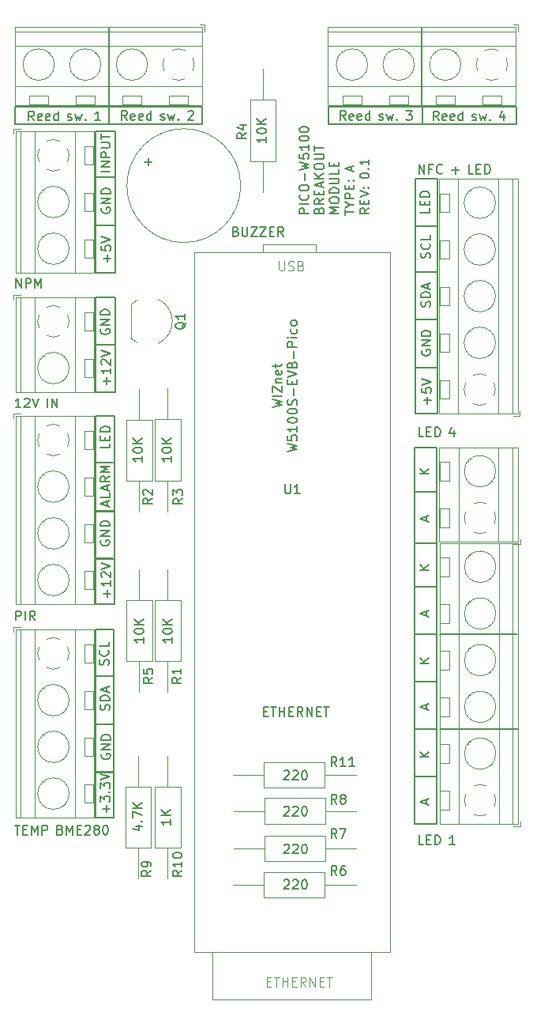
<source format=gbr>
%TF.GenerationSoftware,KiCad,Pcbnew,(7.0.0)*%
%TF.CreationDate,2023-04-02T16:17:38+02:00*%
%TF.ProjectId,W5100S-EVB-Pico-Breakout,57353130-3053-42d4-9556-422d5069636f,rev?*%
%TF.SameCoordinates,Original*%
%TF.FileFunction,Legend,Top*%
%TF.FilePolarity,Positive*%
%FSLAX46Y46*%
G04 Gerber Fmt 4.6, Leading zero omitted, Abs format (unit mm)*
G04 Created by KiCad (PCBNEW (7.0.0)) date 2023-04-02 16:17:38*
%MOMM*%
%LPD*%
G01*
G04 APERTURE LIST*
%ADD10C,0.150000*%
%ADD11C,0.100000*%
%ADD12C,0.120000*%
G04 APERTURE END LIST*
D10*
X93404971Y-55662271D02*
X95472045Y-55662271D01*
X130056399Y-76077429D02*
X127732604Y-76077429D01*
X127633392Y-84615064D02*
X130021345Y-84615064D01*
X130021345Y-84615064D02*
X130021345Y-94839377D01*
X130021345Y-94839377D02*
X127633392Y-94839377D01*
X127633392Y-94839377D02*
X127633392Y-84615064D01*
X118360376Y-48170575D02*
X138527046Y-48170575D01*
X138527046Y-48170575D02*
X138527046Y-50006232D01*
X138527046Y-50006232D02*
X118360376Y-50006232D01*
X118360376Y-50006232D02*
X118360376Y-48170575D01*
X128463878Y-48162261D02*
X128463860Y-49956894D01*
X93408447Y-50786229D02*
X95543036Y-50786229D01*
X95543036Y-50786229D02*
X95543036Y-65886229D01*
X95543036Y-65886229D02*
X93408447Y-65886229D01*
X93408447Y-65886229D02*
X93408447Y-50786229D01*
X130320195Y-114775553D02*
X138715636Y-114775553D01*
X130030464Y-109684667D02*
X127642511Y-109684667D01*
X130086235Y-70954752D02*
X127711955Y-70956452D01*
X130021345Y-89377562D02*
X127633392Y-89377562D01*
X93418744Y-96521851D02*
X95325018Y-96521851D01*
X95325018Y-96521851D02*
X95325018Y-96547251D01*
X95325018Y-96547251D02*
X93418744Y-96547251D01*
X93418744Y-96547251D02*
X93418744Y-96521851D01*
X95312860Y-109080151D02*
X93428270Y-109081526D01*
X127710852Y-55879317D02*
X130098805Y-55879317D01*
X130098805Y-55879317D02*
X130098805Y-80969077D01*
X130098805Y-80969077D02*
X127710852Y-80969077D01*
X127710852Y-80969077D02*
X127710852Y-55879317D01*
X130103066Y-65871692D02*
X127715605Y-65870710D01*
X93421607Y-114264600D02*
X95255532Y-114264600D01*
X95255532Y-114264600D02*
X95255532Y-114290000D01*
X95255532Y-114290000D02*
X93421607Y-114290000D01*
X93421607Y-114290000D02*
X93421607Y-114264600D01*
X127636052Y-94839377D02*
X130024005Y-94839377D01*
X130024005Y-94839377D02*
X130024005Y-104615349D01*
X130024005Y-104615349D02*
X127636052Y-104615349D01*
X127636052Y-104615349D02*
X127636052Y-94839377D01*
X93416691Y-91431851D02*
X95412223Y-91431851D01*
X95412223Y-91431851D02*
X95412223Y-91457251D01*
X95412223Y-91457251D02*
X93416691Y-91457251D01*
X93416691Y-91457251D02*
X93416691Y-91431851D01*
X95325018Y-86234970D02*
X93440428Y-86236345D01*
X130024005Y-99542671D02*
X127636052Y-99542671D01*
X93418105Y-68565547D02*
X95533379Y-68565547D01*
X95533379Y-68565547D02*
X95533379Y-78665548D01*
X95533379Y-78665548D02*
X93418105Y-78665548D01*
X93418105Y-78665548D02*
X93418105Y-68565547D01*
X93406586Y-119367032D02*
X95312860Y-119367032D01*
X95312860Y-119367032D02*
X95312860Y-119392432D01*
X95312860Y-119392432D02*
X93406586Y-119392432D01*
X93406586Y-119392432D02*
X93406586Y-119367032D01*
X130078585Y-60932799D02*
X127711955Y-60932700D01*
X130025380Y-119831748D02*
X127637427Y-119831748D01*
X94823400Y-39565500D02*
X94823400Y-47985500D01*
X127642511Y-104611989D02*
X130030464Y-104611989D01*
X130030464Y-104611989D02*
X130030464Y-114757345D01*
X130030464Y-114757345D02*
X127642511Y-114757345D01*
X127642511Y-114757345D02*
X127642511Y-104611989D01*
X128415100Y-47985500D02*
X128415100Y-39565500D01*
X93418105Y-73605548D02*
X95533379Y-73615548D01*
X93456716Y-60856720D02*
X95549560Y-60855794D01*
X93416691Y-81280000D02*
X95412223Y-81280000D01*
X95412223Y-81280000D02*
X95412223Y-101373549D01*
X95412223Y-101373549D02*
X93416691Y-101373549D01*
X93416691Y-101373549D02*
X93416691Y-81280000D01*
X93404533Y-104132432D02*
X95400065Y-104132432D01*
X95400065Y-104132432D02*
X95400065Y-124238929D01*
X95400065Y-124238929D02*
X93404533Y-124238929D01*
X93404533Y-124238929D02*
X93404533Y-104132432D01*
X94822607Y-48181958D02*
X94825954Y-49948711D01*
X84771324Y-48181958D02*
X104873889Y-48181958D01*
X104873889Y-48181958D02*
X104873889Y-50017615D01*
X104873889Y-50017615D02*
X84771324Y-50017615D01*
X84771324Y-50017615D02*
X84771324Y-48181958D01*
X130322755Y-104623466D02*
X138665092Y-104610677D01*
X127637427Y-114759070D02*
X130025380Y-114759070D01*
X130025380Y-114759070D02*
X130025380Y-124904426D01*
X130025380Y-124904426D02*
X127637427Y-124904426D01*
X127637427Y-124904426D02*
X127637427Y-114759070D01*
X129226528Y-59002713D02*
X129226528Y-59478903D01*
X129226528Y-59478903D02*
X128226528Y-59478903D01*
X128702719Y-58669379D02*
X128702719Y-58336046D01*
X129226528Y-58193189D02*
X129226528Y-58669379D01*
X129226528Y-58669379D02*
X128226528Y-58669379D01*
X128226528Y-58669379D02*
X128226528Y-58193189D01*
X129226528Y-57764617D02*
X128226528Y-57764617D01*
X128226528Y-57764617D02*
X128226528Y-57526522D01*
X128226528Y-57526522D02*
X128274148Y-57383665D01*
X128274148Y-57383665D02*
X128369386Y-57288427D01*
X128369386Y-57288427D02*
X128464624Y-57240808D01*
X128464624Y-57240808D02*
X128655100Y-57193189D01*
X128655100Y-57193189D02*
X128797957Y-57193189D01*
X128797957Y-57193189D02*
X128988433Y-57240808D01*
X128988433Y-57240808D02*
X129083671Y-57288427D01*
X129083671Y-57288427D02*
X129178909Y-57383665D01*
X129178909Y-57383665D02*
X129226528Y-57526522D01*
X129226528Y-57526522D02*
X129226528Y-57764617D01*
X129179706Y-107723124D02*
X128179706Y-107723124D01*
X129179706Y-107151696D02*
X128608278Y-107580267D01*
X128179706Y-107151696D02*
X128751135Y-107723124D01*
X116276906Y-59576851D02*
X115276906Y-59576851D01*
X115276906Y-59576851D02*
X115276906Y-59195899D01*
X115276906Y-59195899D02*
X115324526Y-59100661D01*
X115324526Y-59100661D02*
X115372145Y-59053042D01*
X115372145Y-59053042D02*
X115467383Y-59005423D01*
X115467383Y-59005423D02*
X115610240Y-59005423D01*
X115610240Y-59005423D02*
X115705478Y-59053042D01*
X115705478Y-59053042D02*
X115753097Y-59100661D01*
X115753097Y-59100661D02*
X115800716Y-59195899D01*
X115800716Y-59195899D02*
X115800716Y-59576851D01*
X116276906Y-58576851D02*
X115276906Y-58576851D01*
X116181668Y-57529233D02*
X116229287Y-57576852D01*
X116229287Y-57576852D02*
X116276906Y-57719709D01*
X116276906Y-57719709D02*
X116276906Y-57814947D01*
X116276906Y-57814947D02*
X116229287Y-57957804D01*
X116229287Y-57957804D02*
X116134049Y-58053042D01*
X116134049Y-58053042D02*
X116038811Y-58100661D01*
X116038811Y-58100661D02*
X115848335Y-58148280D01*
X115848335Y-58148280D02*
X115705478Y-58148280D01*
X115705478Y-58148280D02*
X115515002Y-58100661D01*
X115515002Y-58100661D02*
X115419764Y-58053042D01*
X115419764Y-58053042D02*
X115324526Y-57957804D01*
X115324526Y-57957804D02*
X115276906Y-57814947D01*
X115276906Y-57814947D02*
X115276906Y-57719709D01*
X115276906Y-57719709D02*
X115324526Y-57576852D01*
X115324526Y-57576852D02*
X115372145Y-57529233D01*
X115276906Y-56910185D02*
X115276906Y-56719709D01*
X115276906Y-56719709D02*
X115324526Y-56624471D01*
X115324526Y-56624471D02*
X115419764Y-56529233D01*
X115419764Y-56529233D02*
X115610240Y-56481614D01*
X115610240Y-56481614D02*
X115943573Y-56481614D01*
X115943573Y-56481614D02*
X116134049Y-56529233D01*
X116134049Y-56529233D02*
X116229287Y-56624471D01*
X116229287Y-56624471D02*
X116276906Y-56719709D01*
X116276906Y-56719709D02*
X116276906Y-56910185D01*
X116276906Y-56910185D02*
X116229287Y-57005423D01*
X116229287Y-57005423D02*
X116134049Y-57100661D01*
X116134049Y-57100661D02*
X115943573Y-57148280D01*
X115943573Y-57148280D02*
X115610240Y-57148280D01*
X115610240Y-57148280D02*
X115419764Y-57100661D01*
X115419764Y-57100661D02*
X115324526Y-57005423D01*
X115324526Y-57005423D02*
X115276906Y-56910185D01*
X115895954Y-56053042D02*
X115895954Y-55291138D01*
X115276906Y-54910185D02*
X116276906Y-54672090D01*
X116276906Y-54672090D02*
X115562621Y-54481614D01*
X115562621Y-54481614D02*
X116276906Y-54291138D01*
X116276906Y-54291138D02*
X115276906Y-54053043D01*
X115276906Y-53195900D02*
X115276906Y-53672090D01*
X115276906Y-53672090D02*
X115753097Y-53719709D01*
X115753097Y-53719709D02*
X115705478Y-53672090D01*
X115705478Y-53672090D02*
X115657859Y-53576852D01*
X115657859Y-53576852D02*
X115657859Y-53338757D01*
X115657859Y-53338757D02*
X115705478Y-53243519D01*
X115705478Y-53243519D02*
X115753097Y-53195900D01*
X115753097Y-53195900D02*
X115848335Y-53148281D01*
X115848335Y-53148281D02*
X116086430Y-53148281D01*
X116086430Y-53148281D02*
X116181668Y-53195900D01*
X116181668Y-53195900D02*
X116229287Y-53243519D01*
X116229287Y-53243519D02*
X116276906Y-53338757D01*
X116276906Y-53338757D02*
X116276906Y-53576852D01*
X116276906Y-53576852D02*
X116229287Y-53672090D01*
X116229287Y-53672090D02*
X116181668Y-53719709D01*
X116276906Y-52195900D02*
X116276906Y-52767328D01*
X116276906Y-52481614D02*
X115276906Y-52481614D01*
X115276906Y-52481614D02*
X115419764Y-52576852D01*
X115419764Y-52576852D02*
X115515002Y-52672090D01*
X115515002Y-52672090D02*
X115562621Y-52767328D01*
X115276906Y-51576852D02*
X115276906Y-51481614D01*
X115276906Y-51481614D02*
X115324526Y-51386376D01*
X115324526Y-51386376D02*
X115372145Y-51338757D01*
X115372145Y-51338757D02*
X115467383Y-51291138D01*
X115467383Y-51291138D02*
X115657859Y-51243519D01*
X115657859Y-51243519D02*
X115895954Y-51243519D01*
X115895954Y-51243519D02*
X116086430Y-51291138D01*
X116086430Y-51291138D02*
X116181668Y-51338757D01*
X116181668Y-51338757D02*
X116229287Y-51386376D01*
X116229287Y-51386376D02*
X116276906Y-51481614D01*
X116276906Y-51481614D02*
X116276906Y-51576852D01*
X116276906Y-51576852D02*
X116229287Y-51672090D01*
X116229287Y-51672090D02*
X116181668Y-51719709D01*
X116181668Y-51719709D02*
X116086430Y-51767328D01*
X116086430Y-51767328D02*
X115895954Y-51814947D01*
X115895954Y-51814947D02*
X115657859Y-51814947D01*
X115657859Y-51814947D02*
X115467383Y-51767328D01*
X115467383Y-51767328D02*
X115372145Y-51719709D01*
X115372145Y-51719709D02*
X115324526Y-51672090D01*
X115324526Y-51672090D02*
X115276906Y-51576852D01*
X115276906Y-50624471D02*
X115276906Y-50529233D01*
X115276906Y-50529233D02*
X115324526Y-50433995D01*
X115324526Y-50433995D02*
X115372145Y-50386376D01*
X115372145Y-50386376D02*
X115467383Y-50338757D01*
X115467383Y-50338757D02*
X115657859Y-50291138D01*
X115657859Y-50291138D02*
X115895954Y-50291138D01*
X115895954Y-50291138D02*
X116086430Y-50338757D01*
X116086430Y-50338757D02*
X116181668Y-50386376D01*
X116181668Y-50386376D02*
X116229287Y-50433995D01*
X116229287Y-50433995D02*
X116276906Y-50529233D01*
X116276906Y-50529233D02*
X116276906Y-50624471D01*
X116276906Y-50624471D02*
X116229287Y-50719709D01*
X116229287Y-50719709D02*
X116181668Y-50767328D01*
X116181668Y-50767328D02*
X116086430Y-50814947D01*
X116086430Y-50814947D02*
X115895954Y-50862566D01*
X115895954Y-50862566D02*
X115657859Y-50862566D01*
X115657859Y-50862566D02*
X115467383Y-50814947D01*
X115467383Y-50814947D02*
X115372145Y-50767328D01*
X115372145Y-50767328D02*
X115324526Y-50719709D01*
X115324526Y-50719709D02*
X115276906Y-50624471D01*
X117373097Y-59243518D02*
X117420716Y-59100661D01*
X117420716Y-59100661D02*
X117468335Y-59053042D01*
X117468335Y-59053042D02*
X117563573Y-59005423D01*
X117563573Y-59005423D02*
X117706430Y-59005423D01*
X117706430Y-59005423D02*
X117801668Y-59053042D01*
X117801668Y-59053042D02*
X117849287Y-59100661D01*
X117849287Y-59100661D02*
X117896906Y-59195899D01*
X117896906Y-59195899D02*
X117896906Y-59576851D01*
X117896906Y-59576851D02*
X116896906Y-59576851D01*
X116896906Y-59576851D02*
X116896906Y-59243518D01*
X116896906Y-59243518D02*
X116944526Y-59148280D01*
X116944526Y-59148280D02*
X116992145Y-59100661D01*
X116992145Y-59100661D02*
X117087383Y-59053042D01*
X117087383Y-59053042D02*
X117182621Y-59053042D01*
X117182621Y-59053042D02*
X117277859Y-59100661D01*
X117277859Y-59100661D02*
X117325478Y-59148280D01*
X117325478Y-59148280D02*
X117373097Y-59243518D01*
X117373097Y-59243518D02*
X117373097Y-59576851D01*
X117896906Y-58005423D02*
X117420716Y-58338756D01*
X117896906Y-58576851D02*
X116896906Y-58576851D01*
X116896906Y-58576851D02*
X116896906Y-58195899D01*
X116896906Y-58195899D02*
X116944526Y-58100661D01*
X116944526Y-58100661D02*
X116992145Y-58053042D01*
X116992145Y-58053042D02*
X117087383Y-58005423D01*
X117087383Y-58005423D02*
X117230240Y-58005423D01*
X117230240Y-58005423D02*
X117325478Y-58053042D01*
X117325478Y-58053042D02*
X117373097Y-58100661D01*
X117373097Y-58100661D02*
X117420716Y-58195899D01*
X117420716Y-58195899D02*
X117420716Y-58576851D01*
X117373097Y-57576851D02*
X117373097Y-57243518D01*
X117896906Y-57100661D02*
X117896906Y-57576851D01*
X117896906Y-57576851D02*
X116896906Y-57576851D01*
X116896906Y-57576851D02*
X116896906Y-57100661D01*
X117611192Y-56719708D02*
X117611192Y-56243518D01*
X117896906Y-56814946D02*
X116896906Y-56481613D01*
X116896906Y-56481613D02*
X117896906Y-56148280D01*
X117896906Y-55814946D02*
X116896906Y-55814946D01*
X117896906Y-55243518D02*
X117325478Y-55672089D01*
X116896906Y-55243518D02*
X117468335Y-55814946D01*
X116896906Y-54624470D02*
X116896906Y-54433994D01*
X116896906Y-54433994D02*
X116944526Y-54338756D01*
X116944526Y-54338756D02*
X117039764Y-54243518D01*
X117039764Y-54243518D02*
X117230240Y-54195899D01*
X117230240Y-54195899D02*
X117563573Y-54195899D01*
X117563573Y-54195899D02*
X117754049Y-54243518D01*
X117754049Y-54243518D02*
X117849287Y-54338756D01*
X117849287Y-54338756D02*
X117896906Y-54433994D01*
X117896906Y-54433994D02*
X117896906Y-54624470D01*
X117896906Y-54624470D02*
X117849287Y-54719708D01*
X117849287Y-54719708D02*
X117754049Y-54814946D01*
X117754049Y-54814946D02*
X117563573Y-54862565D01*
X117563573Y-54862565D02*
X117230240Y-54862565D01*
X117230240Y-54862565D02*
X117039764Y-54814946D01*
X117039764Y-54814946D02*
X116944526Y-54719708D01*
X116944526Y-54719708D02*
X116896906Y-54624470D01*
X116896906Y-53767327D02*
X117706430Y-53767327D01*
X117706430Y-53767327D02*
X117801668Y-53719708D01*
X117801668Y-53719708D02*
X117849287Y-53672089D01*
X117849287Y-53672089D02*
X117896906Y-53576851D01*
X117896906Y-53576851D02*
X117896906Y-53386375D01*
X117896906Y-53386375D02*
X117849287Y-53291137D01*
X117849287Y-53291137D02*
X117801668Y-53243518D01*
X117801668Y-53243518D02*
X117706430Y-53195899D01*
X117706430Y-53195899D02*
X116896906Y-53195899D01*
X116896906Y-52862565D02*
X116896906Y-52291137D01*
X117896906Y-52576851D02*
X116896906Y-52576851D01*
X119516906Y-59576851D02*
X118516906Y-59576851D01*
X118516906Y-59576851D02*
X119231192Y-59243518D01*
X119231192Y-59243518D02*
X118516906Y-58910185D01*
X118516906Y-58910185D02*
X119516906Y-58910185D01*
X118516906Y-58243518D02*
X118516906Y-58053042D01*
X118516906Y-58053042D02*
X118564526Y-57957804D01*
X118564526Y-57957804D02*
X118659764Y-57862566D01*
X118659764Y-57862566D02*
X118850240Y-57814947D01*
X118850240Y-57814947D02*
X119183573Y-57814947D01*
X119183573Y-57814947D02*
X119374049Y-57862566D01*
X119374049Y-57862566D02*
X119469287Y-57957804D01*
X119469287Y-57957804D02*
X119516906Y-58053042D01*
X119516906Y-58053042D02*
X119516906Y-58243518D01*
X119516906Y-58243518D02*
X119469287Y-58338756D01*
X119469287Y-58338756D02*
X119374049Y-58433994D01*
X119374049Y-58433994D02*
X119183573Y-58481613D01*
X119183573Y-58481613D02*
X118850240Y-58481613D01*
X118850240Y-58481613D02*
X118659764Y-58433994D01*
X118659764Y-58433994D02*
X118564526Y-58338756D01*
X118564526Y-58338756D02*
X118516906Y-58243518D01*
X119516906Y-57386375D02*
X118516906Y-57386375D01*
X118516906Y-57386375D02*
X118516906Y-57148280D01*
X118516906Y-57148280D02*
X118564526Y-57005423D01*
X118564526Y-57005423D02*
X118659764Y-56910185D01*
X118659764Y-56910185D02*
X118755002Y-56862566D01*
X118755002Y-56862566D02*
X118945478Y-56814947D01*
X118945478Y-56814947D02*
X119088335Y-56814947D01*
X119088335Y-56814947D02*
X119278811Y-56862566D01*
X119278811Y-56862566D02*
X119374049Y-56910185D01*
X119374049Y-56910185D02*
X119469287Y-57005423D01*
X119469287Y-57005423D02*
X119516906Y-57148280D01*
X119516906Y-57148280D02*
X119516906Y-57386375D01*
X118516906Y-56386375D02*
X119326430Y-56386375D01*
X119326430Y-56386375D02*
X119421668Y-56338756D01*
X119421668Y-56338756D02*
X119469287Y-56291137D01*
X119469287Y-56291137D02*
X119516906Y-56195899D01*
X119516906Y-56195899D02*
X119516906Y-56005423D01*
X119516906Y-56005423D02*
X119469287Y-55910185D01*
X119469287Y-55910185D02*
X119421668Y-55862566D01*
X119421668Y-55862566D02*
X119326430Y-55814947D01*
X119326430Y-55814947D02*
X118516906Y-55814947D01*
X119516906Y-54862566D02*
X119516906Y-55338756D01*
X119516906Y-55338756D02*
X118516906Y-55338756D01*
X118993097Y-54529232D02*
X118993097Y-54195899D01*
X119516906Y-54053042D02*
X119516906Y-54529232D01*
X119516906Y-54529232D02*
X118516906Y-54529232D01*
X118516906Y-54529232D02*
X118516906Y-54053042D01*
X120136906Y-59719708D02*
X120136906Y-59148280D01*
X121136906Y-59433994D02*
X120136906Y-59433994D01*
X120660716Y-58624470D02*
X121136906Y-58624470D01*
X120136906Y-58957803D02*
X120660716Y-58624470D01*
X120660716Y-58624470D02*
X120136906Y-58291137D01*
X121136906Y-57957803D02*
X120136906Y-57957803D01*
X120136906Y-57957803D02*
X120136906Y-57576851D01*
X120136906Y-57576851D02*
X120184526Y-57481613D01*
X120184526Y-57481613D02*
X120232145Y-57433994D01*
X120232145Y-57433994D02*
X120327383Y-57386375D01*
X120327383Y-57386375D02*
X120470240Y-57386375D01*
X120470240Y-57386375D02*
X120565478Y-57433994D01*
X120565478Y-57433994D02*
X120613097Y-57481613D01*
X120613097Y-57481613D02*
X120660716Y-57576851D01*
X120660716Y-57576851D02*
X120660716Y-57957803D01*
X120613097Y-56957803D02*
X120613097Y-56624470D01*
X121136906Y-56481613D02*
X121136906Y-56957803D01*
X121136906Y-56957803D02*
X120136906Y-56957803D01*
X120136906Y-56957803D02*
X120136906Y-56481613D01*
X121041668Y-56053041D02*
X121089287Y-56005422D01*
X121089287Y-56005422D02*
X121136906Y-56053041D01*
X121136906Y-56053041D02*
X121089287Y-56100660D01*
X121089287Y-56100660D02*
X121041668Y-56053041D01*
X121041668Y-56053041D02*
X121136906Y-56053041D01*
X120517859Y-56053041D02*
X120565478Y-56005422D01*
X120565478Y-56005422D02*
X120613097Y-56053041D01*
X120613097Y-56053041D02*
X120565478Y-56100660D01*
X120565478Y-56100660D02*
X120517859Y-56053041D01*
X120517859Y-56053041D02*
X120613097Y-56053041D01*
X120851192Y-55024470D02*
X120851192Y-54548280D01*
X121136906Y-55119708D02*
X120136906Y-54786375D01*
X120136906Y-54786375D02*
X121136906Y-54453042D01*
X122756906Y-59005423D02*
X122280716Y-59338756D01*
X122756906Y-59576851D02*
X121756906Y-59576851D01*
X121756906Y-59576851D02*
X121756906Y-59195899D01*
X121756906Y-59195899D02*
X121804526Y-59100661D01*
X121804526Y-59100661D02*
X121852145Y-59053042D01*
X121852145Y-59053042D02*
X121947383Y-59005423D01*
X121947383Y-59005423D02*
X122090240Y-59005423D01*
X122090240Y-59005423D02*
X122185478Y-59053042D01*
X122185478Y-59053042D02*
X122233097Y-59100661D01*
X122233097Y-59100661D02*
X122280716Y-59195899D01*
X122280716Y-59195899D02*
X122280716Y-59576851D01*
X122233097Y-58576851D02*
X122233097Y-58243518D01*
X122756906Y-58100661D02*
X122756906Y-58576851D01*
X122756906Y-58576851D02*
X121756906Y-58576851D01*
X121756906Y-58576851D02*
X121756906Y-58100661D01*
X121756906Y-57814946D02*
X122756906Y-57481613D01*
X122756906Y-57481613D02*
X121756906Y-57148280D01*
X122661668Y-56814946D02*
X122709287Y-56767327D01*
X122709287Y-56767327D02*
X122756906Y-56814946D01*
X122756906Y-56814946D02*
X122709287Y-56862565D01*
X122709287Y-56862565D02*
X122661668Y-56814946D01*
X122661668Y-56814946D02*
X122756906Y-56814946D01*
X122137859Y-56814946D02*
X122185478Y-56767327D01*
X122185478Y-56767327D02*
X122233097Y-56814946D01*
X122233097Y-56814946D02*
X122185478Y-56862565D01*
X122185478Y-56862565D02*
X122137859Y-56814946D01*
X122137859Y-56814946D02*
X122233097Y-56814946D01*
X121756906Y-55548280D02*
X121756906Y-55453042D01*
X121756906Y-55453042D02*
X121804526Y-55357804D01*
X121804526Y-55357804D02*
X121852145Y-55310185D01*
X121852145Y-55310185D02*
X121947383Y-55262566D01*
X121947383Y-55262566D02*
X122137859Y-55214947D01*
X122137859Y-55214947D02*
X122375954Y-55214947D01*
X122375954Y-55214947D02*
X122566430Y-55262566D01*
X122566430Y-55262566D02*
X122661668Y-55310185D01*
X122661668Y-55310185D02*
X122709287Y-55357804D01*
X122709287Y-55357804D02*
X122756906Y-55453042D01*
X122756906Y-55453042D02*
X122756906Y-55548280D01*
X122756906Y-55548280D02*
X122709287Y-55643518D01*
X122709287Y-55643518D02*
X122661668Y-55691137D01*
X122661668Y-55691137D02*
X122566430Y-55738756D01*
X122566430Y-55738756D02*
X122375954Y-55786375D01*
X122375954Y-55786375D02*
X122137859Y-55786375D01*
X122137859Y-55786375D02*
X121947383Y-55738756D01*
X121947383Y-55738756D02*
X121852145Y-55691137D01*
X121852145Y-55691137D02*
X121804526Y-55643518D01*
X121804526Y-55643518D02*
X121756906Y-55548280D01*
X122661668Y-54786375D02*
X122709287Y-54738756D01*
X122709287Y-54738756D02*
X122756906Y-54786375D01*
X122756906Y-54786375D02*
X122709287Y-54833994D01*
X122709287Y-54833994D02*
X122661668Y-54786375D01*
X122661668Y-54786375D02*
X122756906Y-54786375D01*
X122756906Y-53786376D02*
X122756906Y-54357804D01*
X122756906Y-54072090D02*
X121756906Y-54072090D01*
X121756906Y-54072090D02*
X121899764Y-54167328D01*
X121899764Y-54167328D02*
X121995002Y-54262566D01*
X121995002Y-54262566D02*
X122042621Y-54357804D01*
X94000632Y-71953013D02*
X93953012Y-72048251D01*
X93953012Y-72048251D02*
X93953012Y-72191108D01*
X93953012Y-72191108D02*
X94000632Y-72333965D01*
X94000632Y-72333965D02*
X94095870Y-72429203D01*
X94095870Y-72429203D02*
X94191108Y-72476822D01*
X94191108Y-72476822D02*
X94381584Y-72524441D01*
X94381584Y-72524441D02*
X94524441Y-72524441D01*
X94524441Y-72524441D02*
X94714917Y-72476822D01*
X94714917Y-72476822D02*
X94810155Y-72429203D01*
X94810155Y-72429203D02*
X94905393Y-72333965D01*
X94905393Y-72333965D02*
X94953012Y-72191108D01*
X94953012Y-72191108D02*
X94953012Y-72095870D01*
X94953012Y-72095870D02*
X94905393Y-71953013D01*
X94905393Y-71953013D02*
X94857774Y-71905394D01*
X94857774Y-71905394D02*
X94524441Y-71905394D01*
X94524441Y-71905394D02*
X94524441Y-72095870D01*
X94953012Y-71476822D02*
X93953012Y-71476822D01*
X93953012Y-71476822D02*
X94953012Y-70905394D01*
X94953012Y-70905394D02*
X93953012Y-70905394D01*
X94953012Y-70429203D02*
X93953012Y-70429203D01*
X93953012Y-70429203D02*
X93953012Y-70191108D01*
X93953012Y-70191108D02*
X94000632Y-70048251D01*
X94000632Y-70048251D02*
X94095870Y-69953013D01*
X94095870Y-69953013D02*
X94191108Y-69905394D01*
X94191108Y-69905394D02*
X94381584Y-69857775D01*
X94381584Y-69857775D02*
X94524441Y-69857775D01*
X94524441Y-69857775D02*
X94714917Y-69905394D01*
X94714917Y-69905394D02*
X94810155Y-69953013D01*
X94810155Y-69953013D02*
X94905393Y-70048251D01*
X94905393Y-70048251D02*
X94953012Y-70191108D01*
X94953012Y-70191108D02*
X94953012Y-70429203D01*
X120246888Y-49577853D02*
X119913555Y-49101663D01*
X119675460Y-49577853D02*
X119675460Y-48577853D01*
X119675460Y-48577853D02*
X120056412Y-48577853D01*
X120056412Y-48577853D02*
X120151650Y-48625473D01*
X120151650Y-48625473D02*
X120199269Y-48673092D01*
X120199269Y-48673092D02*
X120246888Y-48768330D01*
X120246888Y-48768330D02*
X120246888Y-48911187D01*
X120246888Y-48911187D02*
X120199269Y-49006425D01*
X120199269Y-49006425D02*
X120151650Y-49054044D01*
X120151650Y-49054044D02*
X120056412Y-49101663D01*
X120056412Y-49101663D02*
X119675460Y-49101663D01*
X121056412Y-49530234D02*
X120961174Y-49577853D01*
X120961174Y-49577853D02*
X120770698Y-49577853D01*
X120770698Y-49577853D02*
X120675460Y-49530234D01*
X120675460Y-49530234D02*
X120627841Y-49434996D01*
X120627841Y-49434996D02*
X120627841Y-49054044D01*
X120627841Y-49054044D02*
X120675460Y-48958806D01*
X120675460Y-48958806D02*
X120770698Y-48911187D01*
X120770698Y-48911187D02*
X120961174Y-48911187D01*
X120961174Y-48911187D02*
X121056412Y-48958806D01*
X121056412Y-48958806D02*
X121104031Y-49054044D01*
X121104031Y-49054044D02*
X121104031Y-49149282D01*
X121104031Y-49149282D02*
X120627841Y-49244520D01*
X121913555Y-49530234D02*
X121818317Y-49577853D01*
X121818317Y-49577853D02*
X121627841Y-49577853D01*
X121627841Y-49577853D02*
X121532603Y-49530234D01*
X121532603Y-49530234D02*
X121484984Y-49434996D01*
X121484984Y-49434996D02*
X121484984Y-49054044D01*
X121484984Y-49054044D02*
X121532603Y-48958806D01*
X121532603Y-48958806D02*
X121627841Y-48911187D01*
X121627841Y-48911187D02*
X121818317Y-48911187D01*
X121818317Y-48911187D02*
X121913555Y-48958806D01*
X121913555Y-48958806D02*
X121961174Y-49054044D01*
X121961174Y-49054044D02*
X121961174Y-49149282D01*
X121961174Y-49149282D02*
X121484984Y-49244520D01*
X122818317Y-49577853D02*
X122818317Y-48577853D01*
X122818317Y-49530234D02*
X122723079Y-49577853D01*
X122723079Y-49577853D02*
X122532603Y-49577853D01*
X122532603Y-49577853D02*
X122437365Y-49530234D01*
X122437365Y-49530234D02*
X122389746Y-49482615D01*
X122389746Y-49482615D02*
X122342127Y-49387377D01*
X122342127Y-49387377D02*
X122342127Y-49101663D01*
X122342127Y-49101663D02*
X122389746Y-49006425D01*
X122389746Y-49006425D02*
X122437365Y-48958806D01*
X122437365Y-48958806D02*
X122532603Y-48911187D01*
X122532603Y-48911187D02*
X122723079Y-48911187D01*
X122723079Y-48911187D02*
X122818317Y-48958806D01*
X123846889Y-49530234D02*
X123942127Y-49577853D01*
X123942127Y-49577853D02*
X124132603Y-49577853D01*
X124132603Y-49577853D02*
X124227841Y-49530234D01*
X124227841Y-49530234D02*
X124275460Y-49434996D01*
X124275460Y-49434996D02*
X124275460Y-49387377D01*
X124275460Y-49387377D02*
X124227841Y-49292139D01*
X124227841Y-49292139D02*
X124132603Y-49244520D01*
X124132603Y-49244520D02*
X123989746Y-49244520D01*
X123989746Y-49244520D02*
X123894508Y-49196901D01*
X123894508Y-49196901D02*
X123846889Y-49101663D01*
X123846889Y-49101663D02*
X123846889Y-49054044D01*
X123846889Y-49054044D02*
X123894508Y-48958806D01*
X123894508Y-48958806D02*
X123989746Y-48911187D01*
X123989746Y-48911187D02*
X124132603Y-48911187D01*
X124132603Y-48911187D02*
X124227841Y-48958806D01*
X124608794Y-48911187D02*
X124799270Y-49577853D01*
X124799270Y-49577853D02*
X124989746Y-49101663D01*
X124989746Y-49101663D02*
X125180222Y-49577853D01*
X125180222Y-49577853D02*
X125370698Y-48911187D01*
X125751651Y-49482615D02*
X125799270Y-49530234D01*
X125799270Y-49530234D02*
X125751651Y-49577853D01*
X125751651Y-49577853D02*
X125704032Y-49530234D01*
X125704032Y-49530234D02*
X125751651Y-49482615D01*
X125751651Y-49482615D02*
X125751651Y-49577853D01*
X126732603Y-48577853D02*
X127351650Y-48577853D01*
X127351650Y-48577853D02*
X127018317Y-48958806D01*
X127018317Y-48958806D02*
X127161174Y-48958806D01*
X127161174Y-48958806D02*
X127256412Y-49006425D01*
X127256412Y-49006425D02*
X127304031Y-49054044D01*
X127304031Y-49054044D02*
X127351650Y-49149282D01*
X127351650Y-49149282D02*
X127351650Y-49387377D01*
X127351650Y-49387377D02*
X127304031Y-49482615D01*
X127304031Y-49482615D02*
X127256412Y-49530234D01*
X127256412Y-49530234D02*
X127161174Y-49577853D01*
X127161174Y-49577853D02*
X126875460Y-49577853D01*
X126875460Y-49577853D02*
X126780222Y-49530234D01*
X126780222Y-49530234D02*
X126732603Y-49482615D01*
X129254627Y-64346320D02*
X129302246Y-64203463D01*
X129302246Y-64203463D02*
X129302246Y-63965368D01*
X129302246Y-63965368D02*
X129254627Y-63870130D01*
X129254627Y-63870130D02*
X129207008Y-63822511D01*
X129207008Y-63822511D02*
X129111770Y-63774892D01*
X129111770Y-63774892D02*
X129016532Y-63774892D01*
X129016532Y-63774892D02*
X128921294Y-63822511D01*
X128921294Y-63822511D02*
X128873675Y-63870130D01*
X128873675Y-63870130D02*
X128826056Y-63965368D01*
X128826056Y-63965368D02*
X128778437Y-64155844D01*
X128778437Y-64155844D02*
X128730818Y-64251082D01*
X128730818Y-64251082D02*
X128683199Y-64298701D01*
X128683199Y-64298701D02*
X128587961Y-64346320D01*
X128587961Y-64346320D02*
X128492723Y-64346320D01*
X128492723Y-64346320D02*
X128397485Y-64298701D01*
X128397485Y-64298701D02*
X128349866Y-64251082D01*
X128349866Y-64251082D02*
X128302246Y-64155844D01*
X128302246Y-64155844D02*
X128302246Y-63917749D01*
X128302246Y-63917749D02*
X128349866Y-63774892D01*
X129207008Y-62774892D02*
X129254627Y-62822511D01*
X129254627Y-62822511D02*
X129302246Y-62965368D01*
X129302246Y-62965368D02*
X129302246Y-63060606D01*
X129302246Y-63060606D02*
X129254627Y-63203463D01*
X129254627Y-63203463D02*
X129159389Y-63298701D01*
X129159389Y-63298701D02*
X129064151Y-63346320D01*
X129064151Y-63346320D02*
X128873675Y-63393939D01*
X128873675Y-63393939D02*
X128730818Y-63393939D01*
X128730818Y-63393939D02*
X128540342Y-63346320D01*
X128540342Y-63346320D02*
X128445104Y-63298701D01*
X128445104Y-63298701D02*
X128349866Y-63203463D01*
X128349866Y-63203463D02*
X128302246Y-63060606D01*
X128302246Y-63060606D02*
X128302246Y-62965368D01*
X128302246Y-62965368D02*
X128349866Y-62822511D01*
X128349866Y-62822511D02*
X128397485Y-62774892D01*
X129302246Y-61870130D02*
X129302246Y-62346320D01*
X129302246Y-62346320D02*
X128302246Y-62346320D01*
X129020318Y-79973584D02*
X129020318Y-79211680D01*
X129401270Y-79592632D02*
X128639366Y-79592632D01*
X128401270Y-78259299D02*
X128401270Y-78735489D01*
X128401270Y-78735489D02*
X128877461Y-78783108D01*
X128877461Y-78783108D02*
X128829842Y-78735489D01*
X128829842Y-78735489D02*
X128782223Y-78640251D01*
X128782223Y-78640251D02*
X128782223Y-78402156D01*
X128782223Y-78402156D02*
X128829842Y-78306918D01*
X128829842Y-78306918D02*
X128877461Y-78259299D01*
X128877461Y-78259299D02*
X128972699Y-78211680D01*
X128972699Y-78211680D02*
X129210794Y-78211680D01*
X129210794Y-78211680D02*
X129306032Y-78259299D01*
X129306032Y-78259299D02*
X129353651Y-78306918D01*
X129353651Y-78306918D02*
X129401270Y-78402156D01*
X129401270Y-78402156D02*
X129401270Y-78640251D01*
X129401270Y-78640251D02*
X129353651Y-78735489D01*
X129353651Y-78735489D02*
X129306032Y-78783108D01*
X128401270Y-77925965D02*
X129401270Y-77592632D01*
X129401270Y-77592632D02*
X128401270Y-77259299D01*
X129179706Y-117767360D02*
X128179706Y-117767360D01*
X129179706Y-117195932D02*
X128608278Y-117624503D01*
X128179706Y-117195932D02*
X128751135Y-117767360D01*
X94661809Y-90861775D02*
X94661809Y-90385585D01*
X94947523Y-90957013D02*
X93947523Y-90623680D01*
X93947523Y-90623680D02*
X94947523Y-90290347D01*
X94947523Y-89480823D02*
X94947523Y-89957013D01*
X94947523Y-89957013D02*
X93947523Y-89957013D01*
X94661809Y-89195108D02*
X94661809Y-88718918D01*
X94947523Y-89290346D02*
X93947523Y-88957013D01*
X93947523Y-88957013D02*
X94947523Y-88623680D01*
X94947523Y-87718918D02*
X94471333Y-88052251D01*
X94947523Y-88290346D02*
X93947523Y-88290346D01*
X93947523Y-88290346D02*
X93947523Y-87909394D01*
X93947523Y-87909394D02*
X93995143Y-87814156D01*
X93995143Y-87814156D02*
X94042762Y-87766537D01*
X94042762Y-87766537D02*
X94138000Y-87718918D01*
X94138000Y-87718918D02*
X94280857Y-87718918D01*
X94280857Y-87718918D02*
X94376095Y-87766537D01*
X94376095Y-87766537D02*
X94423714Y-87814156D01*
X94423714Y-87814156D02*
X94471333Y-87909394D01*
X94471333Y-87909394D02*
X94471333Y-88290346D01*
X94947523Y-87290346D02*
X93947523Y-87290346D01*
X93947523Y-87290346D02*
X94661809Y-86957013D01*
X94661809Y-86957013D02*
X93947523Y-86623680D01*
X93947523Y-86623680D02*
X94947523Y-86623680D01*
X128893992Y-102663021D02*
X128893992Y-102186831D01*
X129179706Y-102758259D02*
X128179706Y-102424926D01*
X128179706Y-102424926D02*
X129179706Y-102091593D01*
X111453884Y-112902570D02*
X111787217Y-112902570D01*
X111930074Y-113426379D02*
X111453884Y-113426379D01*
X111453884Y-113426379D02*
X111453884Y-112426379D01*
X111453884Y-112426379D02*
X111930074Y-112426379D01*
X112215789Y-112426379D02*
X112787217Y-112426379D01*
X112501503Y-113426379D02*
X112501503Y-112426379D01*
X113120551Y-113426379D02*
X113120551Y-112426379D01*
X113120551Y-112902570D02*
X113691979Y-112902570D01*
X113691979Y-113426379D02*
X113691979Y-112426379D01*
X114168170Y-112902570D02*
X114501503Y-112902570D01*
X114644360Y-113426379D02*
X114168170Y-113426379D01*
X114168170Y-113426379D02*
X114168170Y-112426379D01*
X114168170Y-112426379D02*
X114644360Y-112426379D01*
X115644360Y-113426379D02*
X115311027Y-112950189D01*
X115072932Y-113426379D02*
X115072932Y-112426379D01*
X115072932Y-112426379D02*
X115453884Y-112426379D01*
X115453884Y-112426379D02*
X115549122Y-112473999D01*
X115549122Y-112473999D02*
X115596741Y-112521618D01*
X115596741Y-112521618D02*
X115644360Y-112616856D01*
X115644360Y-112616856D02*
X115644360Y-112759713D01*
X115644360Y-112759713D02*
X115596741Y-112854951D01*
X115596741Y-112854951D02*
X115549122Y-112902570D01*
X115549122Y-112902570D02*
X115453884Y-112950189D01*
X115453884Y-112950189D02*
X115072932Y-112950189D01*
X116072932Y-113426379D02*
X116072932Y-112426379D01*
X116072932Y-112426379D02*
X116644360Y-113426379D01*
X116644360Y-113426379D02*
X116644360Y-112426379D01*
X117120551Y-112902570D02*
X117453884Y-112902570D01*
X117596741Y-113426379D02*
X117120551Y-113426379D01*
X117120551Y-113426379D02*
X117120551Y-112426379D01*
X117120551Y-112426379D02*
X117596741Y-112426379D01*
X117882456Y-112426379D02*
X118453884Y-112426379D01*
X118168170Y-113426379D02*
X118168170Y-112426379D01*
X94876658Y-112731420D02*
X94924277Y-112588563D01*
X94924277Y-112588563D02*
X94924277Y-112350468D01*
X94924277Y-112350468D02*
X94876658Y-112255230D01*
X94876658Y-112255230D02*
X94829039Y-112207611D01*
X94829039Y-112207611D02*
X94733801Y-112159992D01*
X94733801Y-112159992D02*
X94638563Y-112159992D01*
X94638563Y-112159992D02*
X94543325Y-112207611D01*
X94543325Y-112207611D02*
X94495706Y-112255230D01*
X94495706Y-112255230D02*
X94448087Y-112350468D01*
X94448087Y-112350468D02*
X94400468Y-112540944D01*
X94400468Y-112540944D02*
X94352849Y-112636182D01*
X94352849Y-112636182D02*
X94305230Y-112683801D01*
X94305230Y-112683801D02*
X94209992Y-112731420D01*
X94209992Y-112731420D02*
X94114754Y-112731420D01*
X94114754Y-112731420D02*
X94019516Y-112683801D01*
X94019516Y-112683801D02*
X93971897Y-112636182D01*
X93971897Y-112636182D02*
X93924277Y-112540944D01*
X93924277Y-112540944D02*
X93924277Y-112302849D01*
X93924277Y-112302849D02*
X93971897Y-112159992D01*
X94924277Y-111731420D02*
X93924277Y-111731420D01*
X93924277Y-111731420D02*
X93924277Y-111493325D01*
X93924277Y-111493325D02*
X93971897Y-111350468D01*
X93971897Y-111350468D02*
X94067135Y-111255230D01*
X94067135Y-111255230D02*
X94162373Y-111207611D01*
X94162373Y-111207611D02*
X94352849Y-111159992D01*
X94352849Y-111159992D02*
X94495706Y-111159992D01*
X94495706Y-111159992D02*
X94686182Y-111207611D01*
X94686182Y-111207611D02*
X94781420Y-111255230D01*
X94781420Y-111255230D02*
X94876658Y-111350468D01*
X94876658Y-111350468D02*
X94924277Y-111493325D01*
X94924277Y-111493325D02*
X94924277Y-111731420D01*
X94638563Y-110779039D02*
X94638563Y-110302849D01*
X94924277Y-110874277D02*
X93924277Y-110540944D01*
X93924277Y-110540944D02*
X94924277Y-110207611D01*
X94634201Y-77892743D02*
X94634201Y-77130839D01*
X95015153Y-77511791D02*
X94253249Y-77511791D01*
X95015153Y-76130839D02*
X95015153Y-76702267D01*
X95015153Y-76416553D02*
X94015153Y-76416553D01*
X94015153Y-76416553D02*
X94158011Y-76511791D01*
X94158011Y-76511791D02*
X94253249Y-76607029D01*
X94253249Y-76607029D02*
X94300868Y-76702267D01*
X94110392Y-75749886D02*
X94062773Y-75702267D01*
X94062773Y-75702267D02*
X94015153Y-75607029D01*
X94015153Y-75607029D02*
X94015153Y-75368934D01*
X94015153Y-75368934D02*
X94062773Y-75273696D01*
X94062773Y-75273696D02*
X94110392Y-75226077D01*
X94110392Y-75226077D02*
X94205630Y-75178458D01*
X94205630Y-75178458D02*
X94300868Y-75178458D01*
X94300868Y-75178458D02*
X94443725Y-75226077D01*
X94443725Y-75226077D02*
X95015153Y-75797505D01*
X95015153Y-75797505D02*
X95015153Y-75178458D01*
X94015153Y-74892743D02*
X95015153Y-74559410D01*
X95015153Y-74559410D02*
X94015153Y-74226077D01*
X128109734Y-55313616D02*
X128109734Y-54313616D01*
X128109734Y-54313616D02*
X128681162Y-55313616D01*
X128681162Y-55313616D02*
X128681162Y-54313616D01*
X129490686Y-54789807D02*
X129157353Y-54789807D01*
X129157353Y-55313616D02*
X129157353Y-54313616D01*
X129157353Y-54313616D02*
X129633543Y-54313616D01*
X130585924Y-55218378D02*
X130538305Y-55265997D01*
X130538305Y-55265997D02*
X130395448Y-55313616D01*
X130395448Y-55313616D02*
X130300210Y-55313616D01*
X130300210Y-55313616D02*
X130157353Y-55265997D01*
X130157353Y-55265997D02*
X130062115Y-55170759D01*
X130062115Y-55170759D02*
X130014496Y-55075521D01*
X130014496Y-55075521D02*
X129966877Y-54885045D01*
X129966877Y-54885045D02*
X129966877Y-54742188D01*
X129966877Y-54742188D02*
X130014496Y-54551712D01*
X130014496Y-54551712D02*
X130062115Y-54456474D01*
X130062115Y-54456474D02*
X130157353Y-54361236D01*
X130157353Y-54361236D02*
X130300210Y-54313616D01*
X130300210Y-54313616D02*
X130395448Y-54313616D01*
X130395448Y-54313616D02*
X130538305Y-54361236D01*
X130538305Y-54361236D02*
X130585924Y-54408855D01*
X131614496Y-54932664D02*
X132376401Y-54932664D01*
X131995448Y-55313616D02*
X131995448Y-54551712D01*
X133928781Y-55313616D02*
X133452591Y-55313616D01*
X133452591Y-55313616D02*
X133452591Y-54313616D01*
X134262115Y-54789807D02*
X134595448Y-54789807D01*
X134738305Y-55313616D02*
X134262115Y-55313616D01*
X134262115Y-55313616D02*
X134262115Y-54313616D01*
X134262115Y-54313616D02*
X134738305Y-54313616D01*
X135166877Y-55313616D02*
X135166877Y-54313616D01*
X135166877Y-54313616D02*
X135404972Y-54313616D01*
X135404972Y-54313616D02*
X135547829Y-54361236D01*
X135547829Y-54361236D02*
X135643067Y-54456474D01*
X135643067Y-54456474D02*
X135690686Y-54551712D01*
X135690686Y-54551712D02*
X135738305Y-54742188D01*
X135738305Y-54742188D02*
X135738305Y-54885045D01*
X135738305Y-54885045D02*
X135690686Y-55075521D01*
X135690686Y-55075521D02*
X135643067Y-55170759D01*
X135643067Y-55170759D02*
X135547829Y-55265997D01*
X135547829Y-55265997D02*
X135404972Y-55313616D01*
X135404972Y-55313616D02*
X135166877Y-55313616D01*
X85414334Y-80349802D02*
X84842906Y-80349802D01*
X85128620Y-80349802D02*
X85128620Y-79349802D01*
X85128620Y-79349802D02*
X85033382Y-79492660D01*
X85033382Y-79492660D02*
X84938144Y-79587898D01*
X84938144Y-79587898D02*
X84842906Y-79635517D01*
X85795287Y-79445041D02*
X85842906Y-79397422D01*
X85842906Y-79397422D02*
X85938144Y-79349802D01*
X85938144Y-79349802D02*
X86176239Y-79349802D01*
X86176239Y-79349802D02*
X86271477Y-79397422D01*
X86271477Y-79397422D02*
X86319096Y-79445041D01*
X86319096Y-79445041D02*
X86366715Y-79540279D01*
X86366715Y-79540279D02*
X86366715Y-79635517D01*
X86366715Y-79635517D02*
X86319096Y-79778374D01*
X86319096Y-79778374D02*
X85747668Y-80349802D01*
X85747668Y-80349802D02*
X86366715Y-80349802D01*
X86652430Y-79349802D02*
X86985763Y-80349802D01*
X86985763Y-80349802D02*
X87319096Y-79349802D01*
X88252430Y-80349802D02*
X88252430Y-79349802D01*
X88728620Y-80349802D02*
X88728620Y-79349802D01*
X88728620Y-79349802D02*
X89300048Y-80349802D01*
X89300048Y-80349802D02*
X89300048Y-79349802D01*
X84747668Y-125081751D02*
X85319096Y-125081751D01*
X85033382Y-126081751D02*
X85033382Y-125081751D01*
X85652430Y-125557942D02*
X85985763Y-125557942D01*
X86128620Y-126081751D02*
X85652430Y-126081751D01*
X85652430Y-126081751D02*
X85652430Y-125081751D01*
X85652430Y-125081751D02*
X86128620Y-125081751D01*
X86557192Y-126081751D02*
X86557192Y-125081751D01*
X86557192Y-125081751D02*
X86890525Y-125796037D01*
X86890525Y-125796037D02*
X87223858Y-125081751D01*
X87223858Y-125081751D02*
X87223858Y-126081751D01*
X87700049Y-126081751D02*
X87700049Y-125081751D01*
X87700049Y-125081751D02*
X88081001Y-125081751D01*
X88081001Y-125081751D02*
X88176239Y-125129371D01*
X88176239Y-125129371D02*
X88223858Y-125176990D01*
X88223858Y-125176990D02*
X88271477Y-125272228D01*
X88271477Y-125272228D02*
X88271477Y-125415085D01*
X88271477Y-125415085D02*
X88223858Y-125510323D01*
X88223858Y-125510323D02*
X88176239Y-125557942D01*
X88176239Y-125557942D02*
X88081001Y-125605561D01*
X88081001Y-125605561D02*
X87700049Y-125605561D01*
X89633382Y-125557942D02*
X89776239Y-125605561D01*
X89776239Y-125605561D02*
X89823858Y-125653180D01*
X89823858Y-125653180D02*
X89871477Y-125748418D01*
X89871477Y-125748418D02*
X89871477Y-125891275D01*
X89871477Y-125891275D02*
X89823858Y-125986513D01*
X89823858Y-125986513D02*
X89776239Y-126034132D01*
X89776239Y-126034132D02*
X89681001Y-126081751D01*
X89681001Y-126081751D02*
X89300049Y-126081751D01*
X89300049Y-126081751D02*
X89300049Y-125081751D01*
X89300049Y-125081751D02*
X89633382Y-125081751D01*
X89633382Y-125081751D02*
X89728620Y-125129371D01*
X89728620Y-125129371D02*
X89776239Y-125176990D01*
X89776239Y-125176990D02*
X89823858Y-125272228D01*
X89823858Y-125272228D02*
X89823858Y-125367466D01*
X89823858Y-125367466D02*
X89776239Y-125462704D01*
X89776239Y-125462704D02*
X89728620Y-125510323D01*
X89728620Y-125510323D02*
X89633382Y-125557942D01*
X89633382Y-125557942D02*
X89300049Y-125557942D01*
X90300049Y-126081751D02*
X90300049Y-125081751D01*
X90300049Y-125081751D02*
X90633382Y-125796037D01*
X90633382Y-125796037D02*
X90966715Y-125081751D01*
X90966715Y-125081751D02*
X90966715Y-126081751D01*
X91442906Y-125557942D02*
X91776239Y-125557942D01*
X91919096Y-126081751D02*
X91442906Y-126081751D01*
X91442906Y-126081751D02*
X91442906Y-125081751D01*
X91442906Y-125081751D02*
X91919096Y-125081751D01*
X92300049Y-125176990D02*
X92347668Y-125129371D01*
X92347668Y-125129371D02*
X92442906Y-125081751D01*
X92442906Y-125081751D02*
X92681001Y-125081751D01*
X92681001Y-125081751D02*
X92776239Y-125129371D01*
X92776239Y-125129371D02*
X92823858Y-125176990D01*
X92823858Y-125176990D02*
X92871477Y-125272228D01*
X92871477Y-125272228D02*
X92871477Y-125367466D01*
X92871477Y-125367466D02*
X92823858Y-125510323D01*
X92823858Y-125510323D02*
X92252430Y-126081751D01*
X92252430Y-126081751D02*
X92871477Y-126081751D01*
X93442906Y-125510323D02*
X93347668Y-125462704D01*
X93347668Y-125462704D02*
X93300049Y-125415085D01*
X93300049Y-125415085D02*
X93252430Y-125319847D01*
X93252430Y-125319847D02*
X93252430Y-125272228D01*
X93252430Y-125272228D02*
X93300049Y-125176990D01*
X93300049Y-125176990D02*
X93347668Y-125129371D01*
X93347668Y-125129371D02*
X93442906Y-125081751D01*
X93442906Y-125081751D02*
X93633382Y-125081751D01*
X93633382Y-125081751D02*
X93728620Y-125129371D01*
X93728620Y-125129371D02*
X93776239Y-125176990D01*
X93776239Y-125176990D02*
X93823858Y-125272228D01*
X93823858Y-125272228D02*
X93823858Y-125319847D01*
X93823858Y-125319847D02*
X93776239Y-125415085D01*
X93776239Y-125415085D02*
X93728620Y-125462704D01*
X93728620Y-125462704D02*
X93633382Y-125510323D01*
X93633382Y-125510323D02*
X93442906Y-125510323D01*
X93442906Y-125510323D02*
X93347668Y-125557942D01*
X93347668Y-125557942D02*
X93300049Y-125605561D01*
X93300049Y-125605561D02*
X93252430Y-125700799D01*
X93252430Y-125700799D02*
X93252430Y-125891275D01*
X93252430Y-125891275D02*
X93300049Y-125986513D01*
X93300049Y-125986513D02*
X93347668Y-126034132D01*
X93347668Y-126034132D02*
X93442906Y-126081751D01*
X93442906Y-126081751D02*
X93633382Y-126081751D01*
X93633382Y-126081751D02*
X93728620Y-126034132D01*
X93728620Y-126034132D02*
X93776239Y-125986513D01*
X93776239Y-125986513D02*
X93823858Y-125891275D01*
X93823858Y-125891275D02*
X93823858Y-125700799D01*
X93823858Y-125700799D02*
X93776239Y-125605561D01*
X93776239Y-125605561D02*
X93728620Y-125557942D01*
X93728620Y-125557942D02*
X93633382Y-125510323D01*
X94442906Y-125081751D02*
X94538144Y-125081751D01*
X94538144Y-125081751D02*
X94633382Y-125129371D01*
X94633382Y-125129371D02*
X94681001Y-125176990D01*
X94681001Y-125176990D02*
X94728620Y-125272228D01*
X94728620Y-125272228D02*
X94776239Y-125462704D01*
X94776239Y-125462704D02*
X94776239Y-125700799D01*
X94776239Y-125700799D02*
X94728620Y-125891275D01*
X94728620Y-125891275D02*
X94681001Y-125986513D01*
X94681001Y-125986513D02*
X94633382Y-126034132D01*
X94633382Y-126034132D02*
X94538144Y-126081751D01*
X94538144Y-126081751D02*
X94442906Y-126081751D01*
X94442906Y-126081751D02*
X94347668Y-126034132D01*
X94347668Y-126034132D02*
X94300049Y-125986513D01*
X94300049Y-125986513D02*
X94252430Y-125891275D01*
X94252430Y-125891275D02*
X94204811Y-125700799D01*
X94204811Y-125700799D02*
X94204811Y-125462704D01*
X94204811Y-125462704D02*
X94252430Y-125272228D01*
X94252430Y-125272228D02*
X94300049Y-125176990D01*
X94300049Y-125176990D02*
X94347668Y-125129371D01*
X94347668Y-125129371D02*
X94442906Y-125081751D01*
X128398086Y-74199441D02*
X128350466Y-74294679D01*
X128350466Y-74294679D02*
X128350466Y-74437536D01*
X128350466Y-74437536D02*
X128398086Y-74580393D01*
X128398086Y-74580393D02*
X128493324Y-74675631D01*
X128493324Y-74675631D02*
X128588562Y-74723250D01*
X128588562Y-74723250D02*
X128779038Y-74770869D01*
X128779038Y-74770869D02*
X128921895Y-74770869D01*
X128921895Y-74770869D02*
X129112371Y-74723250D01*
X129112371Y-74723250D02*
X129207609Y-74675631D01*
X129207609Y-74675631D02*
X129302847Y-74580393D01*
X129302847Y-74580393D02*
X129350466Y-74437536D01*
X129350466Y-74437536D02*
X129350466Y-74342298D01*
X129350466Y-74342298D02*
X129302847Y-74199441D01*
X129302847Y-74199441D02*
X129255228Y-74151822D01*
X129255228Y-74151822D02*
X128921895Y-74151822D01*
X128921895Y-74151822D02*
X128921895Y-74342298D01*
X129350466Y-73723250D02*
X128350466Y-73723250D01*
X128350466Y-73723250D02*
X129350466Y-73151822D01*
X129350466Y-73151822D02*
X128350466Y-73151822D01*
X129350466Y-72675631D02*
X128350466Y-72675631D01*
X128350466Y-72675631D02*
X128350466Y-72437536D01*
X128350466Y-72437536D02*
X128398086Y-72294679D01*
X128398086Y-72294679D02*
X128493324Y-72199441D01*
X128493324Y-72199441D02*
X128588562Y-72151822D01*
X128588562Y-72151822D02*
X128779038Y-72104203D01*
X128779038Y-72104203D02*
X128921895Y-72104203D01*
X128921895Y-72104203D02*
X129112371Y-72151822D01*
X129112371Y-72151822D02*
X129207609Y-72199441D01*
X129207609Y-72199441D02*
X129302847Y-72294679D01*
X129302847Y-72294679D02*
X129350466Y-72437536D01*
X129350466Y-72437536D02*
X129350466Y-72675631D01*
X128585924Y-127140134D02*
X128109734Y-127140134D01*
X128109734Y-127140134D02*
X128109734Y-126140134D01*
X128919258Y-126616325D02*
X129252591Y-126616325D01*
X129395448Y-127140134D02*
X128919258Y-127140134D01*
X128919258Y-127140134D02*
X128919258Y-126140134D01*
X128919258Y-126140134D02*
X129395448Y-126140134D01*
X129824020Y-127140134D02*
X129824020Y-126140134D01*
X129824020Y-126140134D02*
X130062115Y-126140134D01*
X130062115Y-126140134D02*
X130204972Y-126187754D01*
X130204972Y-126187754D02*
X130300210Y-126282992D01*
X130300210Y-126282992D02*
X130347829Y-126378230D01*
X130347829Y-126378230D02*
X130395448Y-126568706D01*
X130395448Y-126568706D02*
X130395448Y-126711563D01*
X130395448Y-126711563D02*
X130347829Y-126902039D01*
X130347829Y-126902039D02*
X130300210Y-126997277D01*
X130300210Y-126997277D02*
X130204972Y-127092515D01*
X130204972Y-127092515D02*
X130062115Y-127140134D01*
X130062115Y-127140134D02*
X129824020Y-127140134D01*
X131947829Y-127140134D02*
X131376401Y-127140134D01*
X131662115Y-127140134D02*
X131662115Y-126140134D01*
X131662115Y-126140134D02*
X131566877Y-126282992D01*
X131566877Y-126282992D02*
X131471639Y-126378230D01*
X131471639Y-126378230D02*
X131376401Y-126425849D01*
X128893992Y-92504646D02*
X128893992Y-92028456D01*
X129179706Y-92599884D02*
X128179706Y-92266551D01*
X128179706Y-92266551D02*
X129179706Y-91933218D01*
X129179706Y-97764492D02*
X128179706Y-97764492D01*
X129179706Y-97193064D02*
X128608278Y-97621635D01*
X128179706Y-97193064D02*
X128751135Y-97764492D01*
X129274006Y-69539843D02*
X129321625Y-69396986D01*
X129321625Y-69396986D02*
X129321625Y-69158891D01*
X129321625Y-69158891D02*
X129274006Y-69063653D01*
X129274006Y-69063653D02*
X129226387Y-69016034D01*
X129226387Y-69016034D02*
X129131149Y-68968415D01*
X129131149Y-68968415D02*
X129035911Y-68968415D01*
X129035911Y-68968415D02*
X128940673Y-69016034D01*
X128940673Y-69016034D02*
X128893054Y-69063653D01*
X128893054Y-69063653D02*
X128845435Y-69158891D01*
X128845435Y-69158891D02*
X128797816Y-69349367D01*
X128797816Y-69349367D02*
X128750197Y-69444605D01*
X128750197Y-69444605D02*
X128702578Y-69492224D01*
X128702578Y-69492224D02*
X128607340Y-69539843D01*
X128607340Y-69539843D02*
X128512102Y-69539843D01*
X128512102Y-69539843D02*
X128416864Y-69492224D01*
X128416864Y-69492224D02*
X128369245Y-69444605D01*
X128369245Y-69444605D02*
X128321625Y-69349367D01*
X128321625Y-69349367D02*
X128321625Y-69111272D01*
X128321625Y-69111272D02*
X128369245Y-68968415D01*
X129321625Y-68539843D02*
X128321625Y-68539843D01*
X128321625Y-68539843D02*
X128321625Y-68301748D01*
X128321625Y-68301748D02*
X128369245Y-68158891D01*
X128369245Y-68158891D02*
X128464483Y-68063653D01*
X128464483Y-68063653D02*
X128559721Y-68016034D01*
X128559721Y-68016034D02*
X128750197Y-67968415D01*
X128750197Y-67968415D02*
X128893054Y-67968415D01*
X128893054Y-67968415D02*
X129083530Y-68016034D01*
X129083530Y-68016034D02*
X129178768Y-68063653D01*
X129178768Y-68063653D02*
X129274006Y-68158891D01*
X129274006Y-68158891D02*
X129321625Y-68301748D01*
X129321625Y-68301748D02*
X129321625Y-68539843D01*
X129035911Y-67587462D02*
X129035911Y-67111272D01*
X129321625Y-67682700D02*
X128321625Y-67349367D01*
X128321625Y-67349367D02*
X129321625Y-67016034D01*
X94987986Y-55060629D02*
X93987986Y-55060629D01*
X94987986Y-54584439D02*
X93987986Y-54584439D01*
X93987986Y-54584439D02*
X94987986Y-54013011D01*
X94987986Y-54013011D02*
X93987986Y-54013011D01*
X94987986Y-53536820D02*
X93987986Y-53536820D01*
X93987986Y-53536820D02*
X93987986Y-53155868D01*
X93987986Y-53155868D02*
X94035606Y-53060630D01*
X94035606Y-53060630D02*
X94083225Y-53013011D01*
X94083225Y-53013011D02*
X94178463Y-52965392D01*
X94178463Y-52965392D02*
X94321320Y-52965392D01*
X94321320Y-52965392D02*
X94416558Y-53013011D01*
X94416558Y-53013011D02*
X94464177Y-53060630D01*
X94464177Y-53060630D02*
X94511796Y-53155868D01*
X94511796Y-53155868D02*
X94511796Y-53536820D01*
X93987986Y-52536820D02*
X94797510Y-52536820D01*
X94797510Y-52536820D02*
X94892748Y-52489201D01*
X94892748Y-52489201D02*
X94940367Y-52441582D01*
X94940367Y-52441582D02*
X94987986Y-52346344D01*
X94987986Y-52346344D02*
X94987986Y-52155868D01*
X94987986Y-52155868D02*
X94940367Y-52060630D01*
X94940367Y-52060630D02*
X94892748Y-52013011D01*
X94892748Y-52013011D02*
X94797510Y-51965392D01*
X94797510Y-51965392D02*
X93987986Y-51965392D01*
X93987986Y-51632058D02*
X93987986Y-51060630D01*
X94987986Y-51346344D02*
X93987986Y-51346344D01*
X93986776Y-94573756D02*
X93939156Y-94668994D01*
X93939156Y-94668994D02*
X93939156Y-94811851D01*
X93939156Y-94811851D02*
X93986776Y-94954708D01*
X93986776Y-94954708D02*
X94082014Y-95049946D01*
X94082014Y-95049946D02*
X94177252Y-95097565D01*
X94177252Y-95097565D02*
X94367728Y-95145184D01*
X94367728Y-95145184D02*
X94510585Y-95145184D01*
X94510585Y-95145184D02*
X94701061Y-95097565D01*
X94701061Y-95097565D02*
X94796299Y-95049946D01*
X94796299Y-95049946D02*
X94891537Y-94954708D01*
X94891537Y-94954708D02*
X94939156Y-94811851D01*
X94939156Y-94811851D02*
X94939156Y-94716613D01*
X94939156Y-94716613D02*
X94891537Y-94573756D01*
X94891537Y-94573756D02*
X94843918Y-94526137D01*
X94843918Y-94526137D02*
X94510585Y-94526137D01*
X94510585Y-94526137D02*
X94510585Y-94716613D01*
X94939156Y-94097565D02*
X93939156Y-94097565D01*
X93939156Y-94097565D02*
X94939156Y-93526137D01*
X94939156Y-93526137D02*
X93939156Y-93526137D01*
X94939156Y-93049946D02*
X93939156Y-93049946D01*
X93939156Y-93049946D02*
X93939156Y-92811851D01*
X93939156Y-92811851D02*
X93986776Y-92668994D01*
X93986776Y-92668994D02*
X94082014Y-92573756D01*
X94082014Y-92573756D02*
X94177252Y-92526137D01*
X94177252Y-92526137D02*
X94367728Y-92478518D01*
X94367728Y-92478518D02*
X94510585Y-92478518D01*
X94510585Y-92478518D02*
X94701061Y-92526137D01*
X94701061Y-92526137D02*
X94796299Y-92573756D01*
X94796299Y-92573756D02*
X94891537Y-92668994D01*
X94891537Y-92668994D02*
X94939156Y-92811851D01*
X94939156Y-92811851D02*
X94939156Y-93049946D01*
X94662118Y-64741547D02*
X94662118Y-63979643D01*
X95043070Y-64360595D02*
X94281166Y-64360595D01*
X94043070Y-63027262D02*
X94043070Y-63503452D01*
X94043070Y-63503452D02*
X94519261Y-63551071D01*
X94519261Y-63551071D02*
X94471642Y-63503452D01*
X94471642Y-63503452D02*
X94424023Y-63408214D01*
X94424023Y-63408214D02*
X94424023Y-63170119D01*
X94424023Y-63170119D02*
X94471642Y-63074881D01*
X94471642Y-63074881D02*
X94519261Y-63027262D01*
X94519261Y-63027262D02*
X94614499Y-62979643D01*
X94614499Y-62979643D02*
X94852594Y-62979643D01*
X94852594Y-62979643D02*
X94947832Y-63027262D01*
X94947832Y-63027262D02*
X94995451Y-63074881D01*
X94995451Y-63074881D02*
X95043070Y-63170119D01*
X95043070Y-63170119D02*
X95043070Y-63408214D01*
X95043070Y-63408214D02*
X94995451Y-63503452D01*
X94995451Y-63503452D02*
X94947832Y-63551071D01*
X94043070Y-62693928D02*
X95043070Y-62360595D01*
X95043070Y-62360595D02*
X94043070Y-62027262D01*
X94572417Y-123701898D02*
X94572417Y-122939994D01*
X94953369Y-123320946D02*
X94191465Y-123320946D01*
X93953369Y-122559041D02*
X93953369Y-121939994D01*
X93953369Y-121939994D02*
X94334322Y-122273327D01*
X94334322Y-122273327D02*
X94334322Y-122130470D01*
X94334322Y-122130470D02*
X94381941Y-122035232D01*
X94381941Y-122035232D02*
X94429560Y-121987613D01*
X94429560Y-121987613D02*
X94524798Y-121939994D01*
X94524798Y-121939994D02*
X94762893Y-121939994D01*
X94762893Y-121939994D02*
X94858131Y-121987613D01*
X94858131Y-121987613D02*
X94905750Y-122035232D01*
X94905750Y-122035232D02*
X94953369Y-122130470D01*
X94953369Y-122130470D02*
X94953369Y-122416184D01*
X94953369Y-122416184D02*
X94905750Y-122511422D01*
X94905750Y-122511422D02*
X94858131Y-122559041D01*
X94858131Y-121511422D02*
X94905750Y-121463803D01*
X94905750Y-121463803D02*
X94953369Y-121511422D01*
X94953369Y-121511422D02*
X94905750Y-121559041D01*
X94905750Y-121559041D02*
X94858131Y-121511422D01*
X94858131Y-121511422D02*
X94953369Y-121511422D01*
X93953369Y-121130470D02*
X93953369Y-120511423D01*
X93953369Y-120511423D02*
X94334322Y-120844756D01*
X94334322Y-120844756D02*
X94334322Y-120701899D01*
X94334322Y-120701899D02*
X94381941Y-120606661D01*
X94381941Y-120606661D02*
X94429560Y-120559042D01*
X94429560Y-120559042D02*
X94524798Y-120511423D01*
X94524798Y-120511423D02*
X94762893Y-120511423D01*
X94762893Y-120511423D02*
X94858131Y-120559042D01*
X94858131Y-120559042D02*
X94905750Y-120606661D01*
X94905750Y-120606661D02*
X94953369Y-120701899D01*
X94953369Y-120701899D02*
X94953369Y-120987613D01*
X94953369Y-120987613D02*
X94905750Y-121082851D01*
X94905750Y-121082851D02*
X94858131Y-121130470D01*
X93953369Y-120225708D02*
X94953369Y-119892375D01*
X94953369Y-119892375D02*
X93953369Y-119559042D01*
X94663707Y-100649152D02*
X94663707Y-99887248D01*
X95044659Y-100268200D02*
X94282755Y-100268200D01*
X95044659Y-98887248D02*
X95044659Y-99458676D01*
X95044659Y-99172962D02*
X94044659Y-99172962D01*
X94044659Y-99172962D02*
X94187517Y-99268200D01*
X94187517Y-99268200D02*
X94282755Y-99363438D01*
X94282755Y-99363438D02*
X94330374Y-99458676D01*
X94139898Y-98506295D02*
X94092279Y-98458676D01*
X94092279Y-98458676D02*
X94044659Y-98363438D01*
X94044659Y-98363438D02*
X94044659Y-98125343D01*
X94044659Y-98125343D02*
X94092279Y-98030105D01*
X94092279Y-98030105D02*
X94139898Y-97982486D01*
X94139898Y-97982486D02*
X94235136Y-97934867D01*
X94235136Y-97934867D02*
X94330374Y-97934867D01*
X94330374Y-97934867D02*
X94473231Y-97982486D01*
X94473231Y-97982486D02*
X95044659Y-98553914D01*
X95044659Y-98553914D02*
X95044659Y-97934867D01*
X94044659Y-97649152D02*
X95044659Y-97315819D01*
X95044659Y-97315819D02*
X94044659Y-96982486D01*
X108476769Y-61492330D02*
X108619626Y-61539949D01*
X108619626Y-61539949D02*
X108667245Y-61587568D01*
X108667245Y-61587568D02*
X108714864Y-61682806D01*
X108714864Y-61682806D02*
X108714864Y-61825663D01*
X108714864Y-61825663D02*
X108667245Y-61920901D01*
X108667245Y-61920901D02*
X108619626Y-61968520D01*
X108619626Y-61968520D02*
X108524388Y-62016139D01*
X108524388Y-62016139D02*
X108143436Y-62016139D01*
X108143436Y-62016139D02*
X108143436Y-61016139D01*
X108143436Y-61016139D02*
X108476769Y-61016139D01*
X108476769Y-61016139D02*
X108572007Y-61063759D01*
X108572007Y-61063759D02*
X108619626Y-61111378D01*
X108619626Y-61111378D02*
X108667245Y-61206616D01*
X108667245Y-61206616D02*
X108667245Y-61301854D01*
X108667245Y-61301854D02*
X108619626Y-61397092D01*
X108619626Y-61397092D02*
X108572007Y-61444711D01*
X108572007Y-61444711D02*
X108476769Y-61492330D01*
X108476769Y-61492330D02*
X108143436Y-61492330D01*
X109143436Y-61016139D02*
X109143436Y-61825663D01*
X109143436Y-61825663D02*
X109191055Y-61920901D01*
X109191055Y-61920901D02*
X109238674Y-61968520D01*
X109238674Y-61968520D02*
X109333912Y-62016139D01*
X109333912Y-62016139D02*
X109524388Y-62016139D01*
X109524388Y-62016139D02*
X109619626Y-61968520D01*
X109619626Y-61968520D02*
X109667245Y-61920901D01*
X109667245Y-61920901D02*
X109714864Y-61825663D01*
X109714864Y-61825663D02*
X109714864Y-61016139D01*
X110095817Y-61016139D02*
X110762483Y-61016139D01*
X110762483Y-61016139D02*
X110095817Y-62016139D01*
X110095817Y-62016139D02*
X110762483Y-62016139D01*
X111048198Y-61016139D02*
X111714864Y-61016139D01*
X111714864Y-61016139D02*
X111048198Y-62016139D01*
X111048198Y-62016139D02*
X111714864Y-62016139D01*
X112095817Y-61492330D02*
X112429150Y-61492330D01*
X112572007Y-62016139D02*
X112095817Y-62016139D01*
X112095817Y-62016139D02*
X112095817Y-61016139D01*
X112095817Y-61016139D02*
X112572007Y-61016139D01*
X113572007Y-62016139D02*
X113238674Y-61539949D01*
X113000579Y-62016139D02*
X113000579Y-61016139D01*
X113000579Y-61016139D02*
X113381531Y-61016139D01*
X113381531Y-61016139D02*
X113476769Y-61063759D01*
X113476769Y-61063759D02*
X113524388Y-61111378D01*
X113524388Y-61111378D02*
X113572007Y-61206616D01*
X113572007Y-61206616D02*
X113572007Y-61349473D01*
X113572007Y-61349473D02*
X113524388Y-61444711D01*
X113524388Y-61444711D02*
X113476769Y-61492330D01*
X113476769Y-61492330D02*
X113381531Y-61539949D01*
X113381531Y-61539949D02*
X113000579Y-61539949D01*
X112400485Y-80341312D02*
X113400485Y-80103217D01*
X113400485Y-80103217D02*
X112686200Y-79912741D01*
X112686200Y-79912741D02*
X113400485Y-79722265D01*
X113400485Y-79722265D02*
X112400485Y-79484170D01*
X113400485Y-79103217D02*
X112400485Y-79103217D01*
X112400485Y-78722265D02*
X112400485Y-78055599D01*
X112400485Y-78055599D02*
X113400485Y-78722265D01*
X113400485Y-78722265D02*
X113400485Y-78055599D01*
X112733819Y-77674646D02*
X113400485Y-77674646D01*
X112829057Y-77674646D02*
X112781438Y-77627027D01*
X112781438Y-77627027D02*
X112733819Y-77531789D01*
X112733819Y-77531789D02*
X112733819Y-77388932D01*
X112733819Y-77388932D02*
X112781438Y-77293694D01*
X112781438Y-77293694D02*
X112876676Y-77246075D01*
X112876676Y-77246075D02*
X113400485Y-77246075D01*
X113352866Y-76388932D02*
X113400485Y-76484170D01*
X113400485Y-76484170D02*
X113400485Y-76674646D01*
X113400485Y-76674646D02*
X113352866Y-76769884D01*
X113352866Y-76769884D02*
X113257628Y-76817503D01*
X113257628Y-76817503D02*
X112876676Y-76817503D01*
X112876676Y-76817503D02*
X112781438Y-76769884D01*
X112781438Y-76769884D02*
X112733819Y-76674646D01*
X112733819Y-76674646D02*
X112733819Y-76484170D01*
X112733819Y-76484170D02*
X112781438Y-76388932D01*
X112781438Y-76388932D02*
X112876676Y-76341313D01*
X112876676Y-76341313D02*
X112971914Y-76341313D01*
X112971914Y-76341313D02*
X113067152Y-76817503D01*
X112733819Y-76055598D02*
X112733819Y-75674646D01*
X112400485Y-75912741D02*
X113257628Y-75912741D01*
X113257628Y-75912741D02*
X113352866Y-75865122D01*
X113352866Y-75865122D02*
X113400485Y-75769884D01*
X113400485Y-75769884D02*
X113400485Y-75674646D01*
X114020485Y-85079407D02*
X115020485Y-84841312D01*
X115020485Y-84841312D02*
X114306200Y-84650836D01*
X114306200Y-84650836D02*
X115020485Y-84460360D01*
X115020485Y-84460360D02*
X114020485Y-84222265D01*
X114020485Y-83365122D02*
X114020485Y-83841312D01*
X114020485Y-83841312D02*
X114496676Y-83888931D01*
X114496676Y-83888931D02*
X114449057Y-83841312D01*
X114449057Y-83841312D02*
X114401438Y-83746074D01*
X114401438Y-83746074D02*
X114401438Y-83507979D01*
X114401438Y-83507979D02*
X114449057Y-83412741D01*
X114449057Y-83412741D02*
X114496676Y-83365122D01*
X114496676Y-83365122D02*
X114591914Y-83317503D01*
X114591914Y-83317503D02*
X114830009Y-83317503D01*
X114830009Y-83317503D02*
X114925247Y-83365122D01*
X114925247Y-83365122D02*
X114972866Y-83412741D01*
X114972866Y-83412741D02*
X115020485Y-83507979D01*
X115020485Y-83507979D02*
X115020485Y-83746074D01*
X115020485Y-83746074D02*
X114972866Y-83841312D01*
X114972866Y-83841312D02*
X114925247Y-83888931D01*
X115020485Y-82365122D02*
X115020485Y-82936550D01*
X115020485Y-82650836D02*
X114020485Y-82650836D01*
X114020485Y-82650836D02*
X114163343Y-82746074D01*
X114163343Y-82746074D02*
X114258581Y-82841312D01*
X114258581Y-82841312D02*
X114306200Y-82936550D01*
X114020485Y-81746074D02*
X114020485Y-81650836D01*
X114020485Y-81650836D02*
X114068105Y-81555598D01*
X114068105Y-81555598D02*
X114115724Y-81507979D01*
X114115724Y-81507979D02*
X114210962Y-81460360D01*
X114210962Y-81460360D02*
X114401438Y-81412741D01*
X114401438Y-81412741D02*
X114639533Y-81412741D01*
X114639533Y-81412741D02*
X114830009Y-81460360D01*
X114830009Y-81460360D02*
X114925247Y-81507979D01*
X114925247Y-81507979D02*
X114972866Y-81555598D01*
X114972866Y-81555598D02*
X115020485Y-81650836D01*
X115020485Y-81650836D02*
X115020485Y-81746074D01*
X115020485Y-81746074D02*
X114972866Y-81841312D01*
X114972866Y-81841312D02*
X114925247Y-81888931D01*
X114925247Y-81888931D02*
X114830009Y-81936550D01*
X114830009Y-81936550D02*
X114639533Y-81984169D01*
X114639533Y-81984169D02*
X114401438Y-81984169D01*
X114401438Y-81984169D02*
X114210962Y-81936550D01*
X114210962Y-81936550D02*
X114115724Y-81888931D01*
X114115724Y-81888931D02*
X114068105Y-81841312D01*
X114068105Y-81841312D02*
X114020485Y-81746074D01*
X114020485Y-80793693D02*
X114020485Y-80698455D01*
X114020485Y-80698455D02*
X114068105Y-80603217D01*
X114068105Y-80603217D02*
X114115724Y-80555598D01*
X114115724Y-80555598D02*
X114210962Y-80507979D01*
X114210962Y-80507979D02*
X114401438Y-80460360D01*
X114401438Y-80460360D02*
X114639533Y-80460360D01*
X114639533Y-80460360D02*
X114830009Y-80507979D01*
X114830009Y-80507979D02*
X114925247Y-80555598D01*
X114925247Y-80555598D02*
X114972866Y-80603217D01*
X114972866Y-80603217D02*
X115020485Y-80698455D01*
X115020485Y-80698455D02*
X115020485Y-80793693D01*
X115020485Y-80793693D02*
X114972866Y-80888931D01*
X114972866Y-80888931D02*
X114925247Y-80936550D01*
X114925247Y-80936550D02*
X114830009Y-80984169D01*
X114830009Y-80984169D02*
X114639533Y-81031788D01*
X114639533Y-81031788D02*
X114401438Y-81031788D01*
X114401438Y-81031788D02*
X114210962Y-80984169D01*
X114210962Y-80984169D02*
X114115724Y-80936550D01*
X114115724Y-80936550D02*
X114068105Y-80888931D01*
X114068105Y-80888931D02*
X114020485Y-80793693D01*
X114972866Y-80079407D02*
X115020485Y-79936550D01*
X115020485Y-79936550D02*
X115020485Y-79698455D01*
X115020485Y-79698455D02*
X114972866Y-79603217D01*
X114972866Y-79603217D02*
X114925247Y-79555598D01*
X114925247Y-79555598D02*
X114830009Y-79507979D01*
X114830009Y-79507979D02*
X114734771Y-79507979D01*
X114734771Y-79507979D02*
X114639533Y-79555598D01*
X114639533Y-79555598D02*
X114591914Y-79603217D01*
X114591914Y-79603217D02*
X114544295Y-79698455D01*
X114544295Y-79698455D02*
X114496676Y-79888931D01*
X114496676Y-79888931D02*
X114449057Y-79984169D01*
X114449057Y-79984169D02*
X114401438Y-80031788D01*
X114401438Y-80031788D02*
X114306200Y-80079407D01*
X114306200Y-80079407D02*
X114210962Y-80079407D01*
X114210962Y-80079407D02*
X114115724Y-80031788D01*
X114115724Y-80031788D02*
X114068105Y-79984169D01*
X114068105Y-79984169D02*
X114020485Y-79888931D01*
X114020485Y-79888931D02*
X114020485Y-79650836D01*
X114020485Y-79650836D02*
X114068105Y-79507979D01*
X114639533Y-79079407D02*
X114639533Y-78317503D01*
X114496676Y-77841312D02*
X114496676Y-77507979D01*
X115020485Y-77365122D02*
X115020485Y-77841312D01*
X115020485Y-77841312D02*
X114020485Y-77841312D01*
X114020485Y-77841312D02*
X114020485Y-77365122D01*
X114020485Y-77079407D02*
X115020485Y-76746074D01*
X115020485Y-76746074D02*
X114020485Y-76412741D01*
X114496676Y-75746074D02*
X114544295Y-75603217D01*
X114544295Y-75603217D02*
X114591914Y-75555598D01*
X114591914Y-75555598D02*
X114687152Y-75507979D01*
X114687152Y-75507979D02*
X114830009Y-75507979D01*
X114830009Y-75507979D02*
X114925247Y-75555598D01*
X114925247Y-75555598D02*
X114972866Y-75603217D01*
X114972866Y-75603217D02*
X115020485Y-75698455D01*
X115020485Y-75698455D02*
X115020485Y-76079407D01*
X115020485Y-76079407D02*
X114020485Y-76079407D01*
X114020485Y-76079407D02*
X114020485Y-75746074D01*
X114020485Y-75746074D02*
X114068105Y-75650836D01*
X114068105Y-75650836D02*
X114115724Y-75603217D01*
X114115724Y-75603217D02*
X114210962Y-75555598D01*
X114210962Y-75555598D02*
X114306200Y-75555598D01*
X114306200Y-75555598D02*
X114401438Y-75603217D01*
X114401438Y-75603217D02*
X114449057Y-75650836D01*
X114449057Y-75650836D02*
X114496676Y-75746074D01*
X114496676Y-75746074D02*
X114496676Y-76079407D01*
X114639533Y-75079407D02*
X114639533Y-74317503D01*
X115020485Y-73841312D02*
X114020485Y-73841312D01*
X114020485Y-73841312D02*
X114020485Y-73460360D01*
X114020485Y-73460360D02*
X114068105Y-73365122D01*
X114068105Y-73365122D02*
X114115724Y-73317503D01*
X114115724Y-73317503D02*
X114210962Y-73269884D01*
X114210962Y-73269884D02*
X114353819Y-73269884D01*
X114353819Y-73269884D02*
X114449057Y-73317503D01*
X114449057Y-73317503D02*
X114496676Y-73365122D01*
X114496676Y-73365122D02*
X114544295Y-73460360D01*
X114544295Y-73460360D02*
X114544295Y-73841312D01*
X115020485Y-72841312D02*
X114353819Y-72841312D01*
X114020485Y-72841312D02*
X114068105Y-72888931D01*
X114068105Y-72888931D02*
X114115724Y-72841312D01*
X114115724Y-72841312D02*
X114068105Y-72793693D01*
X114068105Y-72793693D02*
X114020485Y-72841312D01*
X114020485Y-72841312D02*
X114115724Y-72841312D01*
X114972866Y-71936551D02*
X115020485Y-72031789D01*
X115020485Y-72031789D02*
X115020485Y-72222265D01*
X115020485Y-72222265D02*
X114972866Y-72317503D01*
X114972866Y-72317503D02*
X114925247Y-72365122D01*
X114925247Y-72365122D02*
X114830009Y-72412741D01*
X114830009Y-72412741D02*
X114544295Y-72412741D01*
X114544295Y-72412741D02*
X114449057Y-72365122D01*
X114449057Y-72365122D02*
X114401438Y-72317503D01*
X114401438Y-72317503D02*
X114353819Y-72222265D01*
X114353819Y-72222265D02*
X114353819Y-72031789D01*
X114353819Y-72031789D02*
X114401438Y-71936551D01*
X115020485Y-71365122D02*
X114972866Y-71460360D01*
X114972866Y-71460360D02*
X114925247Y-71507979D01*
X114925247Y-71507979D02*
X114830009Y-71555598D01*
X114830009Y-71555598D02*
X114544295Y-71555598D01*
X114544295Y-71555598D02*
X114449057Y-71507979D01*
X114449057Y-71507979D02*
X114401438Y-71460360D01*
X114401438Y-71460360D02*
X114353819Y-71365122D01*
X114353819Y-71365122D02*
X114353819Y-71222265D01*
X114353819Y-71222265D02*
X114401438Y-71127027D01*
X114401438Y-71127027D02*
X114449057Y-71079408D01*
X114449057Y-71079408D02*
X114544295Y-71031789D01*
X114544295Y-71031789D02*
X114830009Y-71031789D01*
X114830009Y-71031789D02*
X114925247Y-71079408D01*
X114925247Y-71079408D02*
X114972866Y-71127027D01*
X114972866Y-71127027D02*
X115020485Y-71222265D01*
X115020485Y-71222265D02*
X115020485Y-71365122D01*
X128585924Y-83468502D02*
X128109734Y-83468502D01*
X128109734Y-83468502D02*
X128109734Y-82468502D01*
X128919258Y-82944693D02*
X129252591Y-82944693D01*
X129395448Y-83468502D02*
X128919258Y-83468502D01*
X128919258Y-83468502D02*
X128919258Y-82468502D01*
X128919258Y-82468502D02*
X129395448Y-82468502D01*
X129824020Y-83468502D02*
X129824020Y-82468502D01*
X129824020Y-82468502D02*
X130062115Y-82468502D01*
X130062115Y-82468502D02*
X130204972Y-82516122D01*
X130204972Y-82516122D02*
X130300210Y-82611360D01*
X130300210Y-82611360D02*
X130347829Y-82706598D01*
X130347829Y-82706598D02*
X130395448Y-82897074D01*
X130395448Y-82897074D02*
X130395448Y-83039931D01*
X130395448Y-83039931D02*
X130347829Y-83230407D01*
X130347829Y-83230407D02*
X130300210Y-83325645D01*
X130300210Y-83325645D02*
X130204972Y-83420883D01*
X130204972Y-83420883D02*
X130062115Y-83468502D01*
X130062115Y-83468502D02*
X129824020Y-83468502D01*
X131852591Y-82801836D02*
X131852591Y-83468502D01*
X131614496Y-82420883D02*
X131376401Y-83135169D01*
X131376401Y-83135169D02*
X131995448Y-83135169D01*
X94783706Y-107897927D02*
X94831325Y-107755070D01*
X94831325Y-107755070D02*
X94831325Y-107516975D01*
X94831325Y-107516975D02*
X94783706Y-107421737D01*
X94783706Y-107421737D02*
X94736087Y-107374118D01*
X94736087Y-107374118D02*
X94640849Y-107326499D01*
X94640849Y-107326499D02*
X94545611Y-107326499D01*
X94545611Y-107326499D02*
X94450373Y-107374118D01*
X94450373Y-107374118D02*
X94402754Y-107421737D01*
X94402754Y-107421737D02*
X94355135Y-107516975D01*
X94355135Y-107516975D02*
X94307516Y-107707451D01*
X94307516Y-107707451D02*
X94259897Y-107802689D01*
X94259897Y-107802689D02*
X94212278Y-107850308D01*
X94212278Y-107850308D02*
X94117040Y-107897927D01*
X94117040Y-107897927D02*
X94021802Y-107897927D01*
X94021802Y-107897927D02*
X93926564Y-107850308D01*
X93926564Y-107850308D02*
X93878945Y-107802689D01*
X93878945Y-107802689D02*
X93831325Y-107707451D01*
X93831325Y-107707451D02*
X93831325Y-107469356D01*
X93831325Y-107469356D02*
X93878945Y-107326499D01*
X94736087Y-106326499D02*
X94783706Y-106374118D01*
X94783706Y-106374118D02*
X94831325Y-106516975D01*
X94831325Y-106516975D02*
X94831325Y-106612213D01*
X94831325Y-106612213D02*
X94783706Y-106755070D01*
X94783706Y-106755070D02*
X94688468Y-106850308D01*
X94688468Y-106850308D02*
X94593230Y-106897927D01*
X94593230Y-106897927D02*
X94402754Y-106945546D01*
X94402754Y-106945546D02*
X94259897Y-106945546D01*
X94259897Y-106945546D02*
X94069421Y-106897927D01*
X94069421Y-106897927D02*
X93974183Y-106850308D01*
X93974183Y-106850308D02*
X93878945Y-106755070D01*
X93878945Y-106755070D02*
X93831325Y-106612213D01*
X93831325Y-106612213D02*
X93831325Y-106516975D01*
X93831325Y-106516975D02*
X93878945Y-106374118D01*
X93878945Y-106374118D02*
X93926564Y-106326499D01*
X94831325Y-105421737D02*
X94831325Y-105897927D01*
X94831325Y-105897927D02*
X93831325Y-105897927D01*
X84890525Y-103122782D02*
X84890525Y-102122782D01*
X84890525Y-102122782D02*
X85271477Y-102122782D01*
X85271477Y-102122782D02*
X85366715Y-102170402D01*
X85366715Y-102170402D02*
X85414334Y-102218021D01*
X85414334Y-102218021D02*
X85461953Y-102313259D01*
X85461953Y-102313259D02*
X85461953Y-102456116D01*
X85461953Y-102456116D02*
X85414334Y-102551354D01*
X85414334Y-102551354D02*
X85366715Y-102598973D01*
X85366715Y-102598973D02*
X85271477Y-102646592D01*
X85271477Y-102646592D02*
X84890525Y-102646592D01*
X85890525Y-103122782D02*
X85890525Y-102122782D01*
X86938143Y-103122782D02*
X86604810Y-102646592D01*
X86366715Y-103122782D02*
X86366715Y-102122782D01*
X86366715Y-102122782D02*
X86747667Y-102122782D01*
X86747667Y-102122782D02*
X86842905Y-102170402D01*
X86842905Y-102170402D02*
X86890524Y-102218021D01*
X86890524Y-102218021D02*
X86938143Y-102313259D01*
X86938143Y-102313259D02*
X86938143Y-102456116D01*
X86938143Y-102456116D02*
X86890524Y-102551354D01*
X86890524Y-102551354D02*
X86842905Y-102598973D01*
X86842905Y-102598973D02*
X86747667Y-102646592D01*
X86747667Y-102646592D02*
X86366715Y-102646592D01*
X96803994Y-49580561D02*
X96470661Y-49104371D01*
X96232566Y-49580561D02*
X96232566Y-48580561D01*
X96232566Y-48580561D02*
X96613518Y-48580561D01*
X96613518Y-48580561D02*
X96708756Y-48628181D01*
X96708756Y-48628181D02*
X96756375Y-48675800D01*
X96756375Y-48675800D02*
X96803994Y-48771038D01*
X96803994Y-48771038D02*
X96803994Y-48913895D01*
X96803994Y-48913895D02*
X96756375Y-49009133D01*
X96756375Y-49009133D02*
X96708756Y-49056752D01*
X96708756Y-49056752D02*
X96613518Y-49104371D01*
X96613518Y-49104371D02*
X96232566Y-49104371D01*
X97613518Y-49532942D02*
X97518280Y-49580561D01*
X97518280Y-49580561D02*
X97327804Y-49580561D01*
X97327804Y-49580561D02*
X97232566Y-49532942D01*
X97232566Y-49532942D02*
X97184947Y-49437704D01*
X97184947Y-49437704D02*
X97184947Y-49056752D01*
X97184947Y-49056752D02*
X97232566Y-48961514D01*
X97232566Y-48961514D02*
X97327804Y-48913895D01*
X97327804Y-48913895D02*
X97518280Y-48913895D01*
X97518280Y-48913895D02*
X97613518Y-48961514D01*
X97613518Y-48961514D02*
X97661137Y-49056752D01*
X97661137Y-49056752D02*
X97661137Y-49151990D01*
X97661137Y-49151990D02*
X97184947Y-49247228D01*
X98470661Y-49532942D02*
X98375423Y-49580561D01*
X98375423Y-49580561D02*
X98184947Y-49580561D01*
X98184947Y-49580561D02*
X98089709Y-49532942D01*
X98089709Y-49532942D02*
X98042090Y-49437704D01*
X98042090Y-49437704D02*
X98042090Y-49056752D01*
X98042090Y-49056752D02*
X98089709Y-48961514D01*
X98089709Y-48961514D02*
X98184947Y-48913895D01*
X98184947Y-48913895D02*
X98375423Y-48913895D01*
X98375423Y-48913895D02*
X98470661Y-48961514D01*
X98470661Y-48961514D02*
X98518280Y-49056752D01*
X98518280Y-49056752D02*
X98518280Y-49151990D01*
X98518280Y-49151990D02*
X98042090Y-49247228D01*
X99375423Y-49580561D02*
X99375423Y-48580561D01*
X99375423Y-49532942D02*
X99280185Y-49580561D01*
X99280185Y-49580561D02*
X99089709Y-49580561D01*
X99089709Y-49580561D02*
X98994471Y-49532942D01*
X98994471Y-49532942D02*
X98946852Y-49485323D01*
X98946852Y-49485323D02*
X98899233Y-49390085D01*
X98899233Y-49390085D02*
X98899233Y-49104371D01*
X98899233Y-49104371D02*
X98946852Y-49009133D01*
X98946852Y-49009133D02*
X98994471Y-48961514D01*
X98994471Y-48961514D02*
X99089709Y-48913895D01*
X99089709Y-48913895D02*
X99280185Y-48913895D01*
X99280185Y-48913895D02*
X99375423Y-48961514D01*
X100403995Y-49532942D02*
X100499233Y-49580561D01*
X100499233Y-49580561D02*
X100689709Y-49580561D01*
X100689709Y-49580561D02*
X100784947Y-49532942D01*
X100784947Y-49532942D02*
X100832566Y-49437704D01*
X100832566Y-49437704D02*
X100832566Y-49390085D01*
X100832566Y-49390085D02*
X100784947Y-49294847D01*
X100784947Y-49294847D02*
X100689709Y-49247228D01*
X100689709Y-49247228D02*
X100546852Y-49247228D01*
X100546852Y-49247228D02*
X100451614Y-49199609D01*
X100451614Y-49199609D02*
X100403995Y-49104371D01*
X100403995Y-49104371D02*
X100403995Y-49056752D01*
X100403995Y-49056752D02*
X100451614Y-48961514D01*
X100451614Y-48961514D02*
X100546852Y-48913895D01*
X100546852Y-48913895D02*
X100689709Y-48913895D01*
X100689709Y-48913895D02*
X100784947Y-48961514D01*
X101165900Y-48913895D02*
X101356376Y-49580561D01*
X101356376Y-49580561D02*
X101546852Y-49104371D01*
X101546852Y-49104371D02*
X101737328Y-49580561D01*
X101737328Y-49580561D02*
X101927804Y-48913895D01*
X102308757Y-49485323D02*
X102356376Y-49532942D01*
X102356376Y-49532942D02*
X102308757Y-49580561D01*
X102308757Y-49580561D02*
X102261138Y-49532942D01*
X102261138Y-49532942D02*
X102308757Y-49485323D01*
X102308757Y-49485323D02*
X102308757Y-49580561D01*
X103337328Y-48675800D02*
X103384947Y-48628181D01*
X103384947Y-48628181D02*
X103480185Y-48580561D01*
X103480185Y-48580561D02*
X103718280Y-48580561D01*
X103718280Y-48580561D02*
X103813518Y-48628181D01*
X103813518Y-48628181D02*
X103861137Y-48675800D01*
X103861137Y-48675800D02*
X103908756Y-48771038D01*
X103908756Y-48771038D02*
X103908756Y-48866276D01*
X103908756Y-48866276D02*
X103861137Y-49009133D01*
X103861137Y-49009133D02*
X103289709Y-49580561D01*
X103289709Y-49580561D02*
X103908756Y-49580561D01*
X130213678Y-49609244D02*
X129880345Y-49133054D01*
X129642250Y-49609244D02*
X129642250Y-48609244D01*
X129642250Y-48609244D02*
X130023202Y-48609244D01*
X130023202Y-48609244D02*
X130118440Y-48656864D01*
X130118440Y-48656864D02*
X130166059Y-48704483D01*
X130166059Y-48704483D02*
X130213678Y-48799721D01*
X130213678Y-48799721D02*
X130213678Y-48942578D01*
X130213678Y-48942578D02*
X130166059Y-49037816D01*
X130166059Y-49037816D02*
X130118440Y-49085435D01*
X130118440Y-49085435D02*
X130023202Y-49133054D01*
X130023202Y-49133054D02*
X129642250Y-49133054D01*
X131023202Y-49561625D02*
X130927964Y-49609244D01*
X130927964Y-49609244D02*
X130737488Y-49609244D01*
X130737488Y-49609244D02*
X130642250Y-49561625D01*
X130642250Y-49561625D02*
X130594631Y-49466387D01*
X130594631Y-49466387D02*
X130594631Y-49085435D01*
X130594631Y-49085435D02*
X130642250Y-48990197D01*
X130642250Y-48990197D02*
X130737488Y-48942578D01*
X130737488Y-48942578D02*
X130927964Y-48942578D01*
X130927964Y-48942578D02*
X131023202Y-48990197D01*
X131023202Y-48990197D02*
X131070821Y-49085435D01*
X131070821Y-49085435D02*
X131070821Y-49180673D01*
X131070821Y-49180673D02*
X130594631Y-49275911D01*
X131880345Y-49561625D02*
X131785107Y-49609244D01*
X131785107Y-49609244D02*
X131594631Y-49609244D01*
X131594631Y-49609244D02*
X131499393Y-49561625D01*
X131499393Y-49561625D02*
X131451774Y-49466387D01*
X131451774Y-49466387D02*
X131451774Y-49085435D01*
X131451774Y-49085435D02*
X131499393Y-48990197D01*
X131499393Y-48990197D02*
X131594631Y-48942578D01*
X131594631Y-48942578D02*
X131785107Y-48942578D01*
X131785107Y-48942578D02*
X131880345Y-48990197D01*
X131880345Y-48990197D02*
X131927964Y-49085435D01*
X131927964Y-49085435D02*
X131927964Y-49180673D01*
X131927964Y-49180673D02*
X131451774Y-49275911D01*
X132785107Y-49609244D02*
X132785107Y-48609244D01*
X132785107Y-49561625D02*
X132689869Y-49609244D01*
X132689869Y-49609244D02*
X132499393Y-49609244D01*
X132499393Y-49609244D02*
X132404155Y-49561625D01*
X132404155Y-49561625D02*
X132356536Y-49514006D01*
X132356536Y-49514006D02*
X132308917Y-49418768D01*
X132308917Y-49418768D02*
X132308917Y-49133054D01*
X132308917Y-49133054D02*
X132356536Y-49037816D01*
X132356536Y-49037816D02*
X132404155Y-48990197D01*
X132404155Y-48990197D02*
X132499393Y-48942578D01*
X132499393Y-48942578D02*
X132689869Y-48942578D01*
X132689869Y-48942578D02*
X132785107Y-48990197D01*
X133813679Y-49561625D02*
X133908917Y-49609244D01*
X133908917Y-49609244D02*
X134099393Y-49609244D01*
X134099393Y-49609244D02*
X134194631Y-49561625D01*
X134194631Y-49561625D02*
X134242250Y-49466387D01*
X134242250Y-49466387D02*
X134242250Y-49418768D01*
X134242250Y-49418768D02*
X134194631Y-49323530D01*
X134194631Y-49323530D02*
X134099393Y-49275911D01*
X134099393Y-49275911D02*
X133956536Y-49275911D01*
X133956536Y-49275911D02*
X133861298Y-49228292D01*
X133861298Y-49228292D02*
X133813679Y-49133054D01*
X133813679Y-49133054D02*
X133813679Y-49085435D01*
X133813679Y-49085435D02*
X133861298Y-48990197D01*
X133861298Y-48990197D02*
X133956536Y-48942578D01*
X133956536Y-48942578D02*
X134099393Y-48942578D01*
X134099393Y-48942578D02*
X134194631Y-48990197D01*
X134575584Y-48942578D02*
X134766060Y-49609244D01*
X134766060Y-49609244D02*
X134956536Y-49133054D01*
X134956536Y-49133054D02*
X135147012Y-49609244D01*
X135147012Y-49609244D02*
X135337488Y-48942578D01*
X135718441Y-49514006D02*
X135766060Y-49561625D01*
X135766060Y-49561625D02*
X135718441Y-49609244D01*
X135718441Y-49609244D02*
X135670822Y-49561625D01*
X135670822Y-49561625D02*
X135718441Y-49514006D01*
X135718441Y-49514006D02*
X135718441Y-49609244D01*
X137223202Y-48942578D02*
X137223202Y-49609244D01*
X136985107Y-48561625D02*
X136747012Y-49275911D01*
X136747012Y-49275911D02*
X137366059Y-49275911D01*
X128893992Y-122780028D02*
X128893992Y-122303838D01*
X129179706Y-122875266D02*
X128179706Y-122541933D01*
X128179706Y-122541933D02*
X129179706Y-122208600D01*
X94076919Y-58971039D02*
X94029299Y-59066277D01*
X94029299Y-59066277D02*
X94029299Y-59209134D01*
X94029299Y-59209134D02*
X94076919Y-59351991D01*
X94076919Y-59351991D02*
X94172157Y-59447229D01*
X94172157Y-59447229D02*
X94267395Y-59494848D01*
X94267395Y-59494848D02*
X94457871Y-59542467D01*
X94457871Y-59542467D02*
X94600728Y-59542467D01*
X94600728Y-59542467D02*
X94791204Y-59494848D01*
X94791204Y-59494848D02*
X94886442Y-59447229D01*
X94886442Y-59447229D02*
X94981680Y-59351991D01*
X94981680Y-59351991D02*
X95029299Y-59209134D01*
X95029299Y-59209134D02*
X95029299Y-59113896D01*
X95029299Y-59113896D02*
X94981680Y-58971039D01*
X94981680Y-58971039D02*
X94934061Y-58923420D01*
X94934061Y-58923420D02*
X94600728Y-58923420D01*
X94600728Y-58923420D02*
X94600728Y-59113896D01*
X95029299Y-58494848D02*
X94029299Y-58494848D01*
X94029299Y-58494848D02*
X95029299Y-57923420D01*
X95029299Y-57923420D02*
X94029299Y-57923420D01*
X95029299Y-57447229D02*
X94029299Y-57447229D01*
X94029299Y-57447229D02*
X94029299Y-57209134D01*
X94029299Y-57209134D02*
X94076919Y-57066277D01*
X94076919Y-57066277D02*
X94172157Y-56971039D01*
X94172157Y-56971039D02*
X94267395Y-56923420D01*
X94267395Y-56923420D02*
X94457871Y-56875801D01*
X94457871Y-56875801D02*
X94600728Y-56875801D01*
X94600728Y-56875801D02*
X94791204Y-56923420D01*
X94791204Y-56923420D02*
X94886442Y-56971039D01*
X94886442Y-56971039D02*
X94981680Y-57066277D01*
X94981680Y-57066277D02*
X95029299Y-57209134D01*
X95029299Y-57209134D02*
X95029299Y-57447229D01*
X86837203Y-49611953D02*
X86503870Y-49135763D01*
X86265775Y-49611953D02*
X86265775Y-48611953D01*
X86265775Y-48611953D02*
X86646727Y-48611953D01*
X86646727Y-48611953D02*
X86741965Y-48659573D01*
X86741965Y-48659573D02*
X86789584Y-48707192D01*
X86789584Y-48707192D02*
X86837203Y-48802430D01*
X86837203Y-48802430D02*
X86837203Y-48945287D01*
X86837203Y-48945287D02*
X86789584Y-49040525D01*
X86789584Y-49040525D02*
X86741965Y-49088144D01*
X86741965Y-49088144D02*
X86646727Y-49135763D01*
X86646727Y-49135763D02*
X86265775Y-49135763D01*
X87646727Y-49564334D02*
X87551489Y-49611953D01*
X87551489Y-49611953D02*
X87361013Y-49611953D01*
X87361013Y-49611953D02*
X87265775Y-49564334D01*
X87265775Y-49564334D02*
X87218156Y-49469096D01*
X87218156Y-49469096D02*
X87218156Y-49088144D01*
X87218156Y-49088144D02*
X87265775Y-48992906D01*
X87265775Y-48992906D02*
X87361013Y-48945287D01*
X87361013Y-48945287D02*
X87551489Y-48945287D01*
X87551489Y-48945287D02*
X87646727Y-48992906D01*
X87646727Y-48992906D02*
X87694346Y-49088144D01*
X87694346Y-49088144D02*
X87694346Y-49183382D01*
X87694346Y-49183382D02*
X87218156Y-49278620D01*
X88503870Y-49564334D02*
X88408632Y-49611953D01*
X88408632Y-49611953D02*
X88218156Y-49611953D01*
X88218156Y-49611953D02*
X88122918Y-49564334D01*
X88122918Y-49564334D02*
X88075299Y-49469096D01*
X88075299Y-49469096D02*
X88075299Y-49088144D01*
X88075299Y-49088144D02*
X88122918Y-48992906D01*
X88122918Y-48992906D02*
X88218156Y-48945287D01*
X88218156Y-48945287D02*
X88408632Y-48945287D01*
X88408632Y-48945287D02*
X88503870Y-48992906D01*
X88503870Y-48992906D02*
X88551489Y-49088144D01*
X88551489Y-49088144D02*
X88551489Y-49183382D01*
X88551489Y-49183382D02*
X88075299Y-49278620D01*
X89408632Y-49611953D02*
X89408632Y-48611953D01*
X89408632Y-49564334D02*
X89313394Y-49611953D01*
X89313394Y-49611953D02*
X89122918Y-49611953D01*
X89122918Y-49611953D02*
X89027680Y-49564334D01*
X89027680Y-49564334D02*
X88980061Y-49516715D01*
X88980061Y-49516715D02*
X88932442Y-49421477D01*
X88932442Y-49421477D02*
X88932442Y-49135763D01*
X88932442Y-49135763D02*
X88980061Y-49040525D01*
X88980061Y-49040525D02*
X89027680Y-48992906D01*
X89027680Y-48992906D02*
X89122918Y-48945287D01*
X89122918Y-48945287D02*
X89313394Y-48945287D01*
X89313394Y-48945287D02*
X89408632Y-48992906D01*
X90437204Y-49564334D02*
X90532442Y-49611953D01*
X90532442Y-49611953D02*
X90722918Y-49611953D01*
X90722918Y-49611953D02*
X90818156Y-49564334D01*
X90818156Y-49564334D02*
X90865775Y-49469096D01*
X90865775Y-49469096D02*
X90865775Y-49421477D01*
X90865775Y-49421477D02*
X90818156Y-49326239D01*
X90818156Y-49326239D02*
X90722918Y-49278620D01*
X90722918Y-49278620D02*
X90580061Y-49278620D01*
X90580061Y-49278620D02*
X90484823Y-49231001D01*
X90484823Y-49231001D02*
X90437204Y-49135763D01*
X90437204Y-49135763D02*
X90437204Y-49088144D01*
X90437204Y-49088144D02*
X90484823Y-48992906D01*
X90484823Y-48992906D02*
X90580061Y-48945287D01*
X90580061Y-48945287D02*
X90722918Y-48945287D01*
X90722918Y-48945287D02*
X90818156Y-48992906D01*
X91199109Y-48945287D02*
X91389585Y-49611953D01*
X91389585Y-49611953D02*
X91580061Y-49135763D01*
X91580061Y-49135763D02*
X91770537Y-49611953D01*
X91770537Y-49611953D02*
X91961013Y-48945287D01*
X92341966Y-49516715D02*
X92389585Y-49564334D01*
X92389585Y-49564334D02*
X92341966Y-49611953D01*
X92341966Y-49611953D02*
X92294347Y-49564334D01*
X92294347Y-49564334D02*
X92341966Y-49516715D01*
X92341966Y-49516715D02*
X92341966Y-49611953D01*
X93941965Y-49611953D02*
X93370537Y-49611953D01*
X93656251Y-49611953D02*
X93656251Y-48611953D01*
X93656251Y-48611953D02*
X93561013Y-48754811D01*
X93561013Y-48754811D02*
X93465775Y-48850049D01*
X93465775Y-48850049D02*
X93370537Y-48897668D01*
X84890525Y-67539353D02*
X84890525Y-66539353D01*
X84890525Y-66539353D02*
X85461953Y-67539353D01*
X85461953Y-67539353D02*
X85461953Y-66539353D01*
X85938144Y-67539353D02*
X85938144Y-66539353D01*
X85938144Y-66539353D02*
X86319096Y-66539353D01*
X86319096Y-66539353D02*
X86414334Y-66586973D01*
X86414334Y-66586973D02*
X86461953Y-66634592D01*
X86461953Y-66634592D02*
X86509572Y-66729830D01*
X86509572Y-66729830D02*
X86509572Y-66872687D01*
X86509572Y-66872687D02*
X86461953Y-66967925D01*
X86461953Y-66967925D02*
X86414334Y-67015544D01*
X86414334Y-67015544D02*
X86319096Y-67063163D01*
X86319096Y-67063163D02*
X85938144Y-67063163D01*
X86938144Y-67539353D02*
X86938144Y-66539353D01*
X86938144Y-66539353D02*
X87271477Y-67253639D01*
X87271477Y-67253639D02*
X87604810Y-66539353D01*
X87604810Y-66539353D02*
X87604810Y-67539353D01*
X129179706Y-87463444D02*
X128179706Y-87463444D01*
X129179706Y-86892016D02*
X128608278Y-87320587D01*
X128179706Y-86892016D02*
X128751135Y-87463444D01*
X94971613Y-84169992D02*
X94971613Y-84646182D01*
X94971613Y-84646182D02*
X93971613Y-84646182D01*
X94447804Y-83836658D02*
X94447804Y-83503325D01*
X94971613Y-83360468D02*
X94971613Y-83836658D01*
X94971613Y-83836658D02*
X93971613Y-83836658D01*
X93971613Y-83836658D02*
X93971613Y-83360468D01*
X94971613Y-82931896D02*
X93971613Y-82931896D01*
X93971613Y-82931896D02*
X93971613Y-82693801D01*
X93971613Y-82693801D02*
X94019233Y-82550944D01*
X94019233Y-82550944D02*
X94114471Y-82455706D01*
X94114471Y-82455706D02*
X94209709Y-82408087D01*
X94209709Y-82408087D02*
X94400185Y-82360468D01*
X94400185Y-82360468D02*
X94543042Y-82360468D01*
X94543042Y-82360468D02*
X94733518Y-82408087D01*
X94733518Y-82408087D02*
X94828756Y-82455706D01*
X94828756Y-82455706D02*
X94923994Y-82550944D01*
X94923994Y-82550944D02*
X94971613Y-82693801D01*
X94971613Y-82693801D02*
X94971613Y-82931896D01*
X128893992Y-112650187D02*
X128893992Y-112173997D01*
X129179706Y-112745425D02*
X128179706Y-112412092D01*
X128179706Y-112412092D02*
X129179706Y-112078759D01*
X94065585Y-117441959D02*
X94017965Y-117537197D01*
X94017965Y-117537197D02*
X94017965Y-117680054D01*
X94017965Y-117680054D02*
X94065585Y-117822911D01*
X94065585Y-117822911D02*
X94160823Y-117918149D01*
X94160823Y-117918149D02*
X94256061Y-117965768D01*
X94256061Y-117965768D02*
X94446537Y-118013387D01*
X94446537Y-118013387D02*
X94589394Y-118013387D01*
X94589394Y-118013387D02*
X94779870Y-117965768D01*
X94779870Y-117965768D02*
X94875108Y-117918149D01*
X94875108Y-117918149D02*
X94970346Y-117822911D01*
X94970346Y-117822911D02*
X95017965Y-117680054D01*
X95017965Y-117680054D02*
X95017965Y-117584816D01*
X95017965Y-117584816D02*
X94970346Y-117441959D01*
X94970346Y-117441959D02*
X94922727Y-117394340D01*
X94922727Y-117394340D02*
X94589394Y-117394340D01*
X94589394Y-117394340D02*
X94589394Y-117584816D01*
X95017965Y-116965768D02*
X94017965Y-116965768D01*
X94017965Y-116965768D02*
X95017965Y-116394340D01*
X95017965Y-116394340D02*
X94017965Y-116394340D01*
X95017965Y-115918149D02*
X94017965Y-115918149D01*
X94017965Y-115918149D02*
X94017965Y-115680054D01*
X94017965Y-115680054D02*
X94065585Y-115537197D01*
X94065585Y-115537197D02*
X94160823Y-115441959D01*
X94160823Y-115441959D02*
X94256061Y-115394340D01*
X94256061Y-115394340D02*
X94446537Y-115346721D01*
X94446537Y-115346721D02*
X94589394Y-115346721D01*
X94589394Y-115346721D02*
X94779870Y-115394340D01*
X94779870Y-115394340D02*
X94875108Y-115441959D01*
X94875108Y-115441959D02*
X94970346Y-115537197D01*
X94970346Y-115537197D02*
X95017965Y-115680054D01*
X95017965Y-115680054D02*
X95017965Y-115918149D01*
%TO.C,R2*%
X99501966Y-90085337D02*
X99025776Y-90418670D01*
X99501966Y-90656765D02*
X98501966Y-90656765D01*
X98501966Y-90656765D02*
X98501966Y-90275813D01*
X98501966Y-90275813D02*
X98549586Y-90180575D01*
X98549586Y-90180575D02*
X98597205Y-90132956D01*
X98597205Y-90132956D02*
X98692443Y-90085337D01*
X98692443Y-90085337D02*
X98835300Y-90085337D01*
X98835300Y-90085337D02*
X98930538Y-90132956D01*
X98930538Y-90132956D02*
X98978157Y-90180575D01*
X98978157Y-90180575D02*
X99025776Y-90275813D01*
X99025776Y-90275813D02*
X99025776Y-90656765D01*
X98597205Y-89704384D02*
X98549586Y-89656765D01*
X98549586Y-89656765D02*
X98501966Y-89561527D01*
X98501966Y-89561527D02*
X98501966Y-89323432D01*
X98501966Y-89323432D02*
X98549586Y-89228194D01*
X98549586Y-89228194D02*
X98597205Y-89180575D01*
X98597205Y-89180575D02*
X98692443Y-89132956D01*
X98692443Y-89132956D02*
X98787681Y-89132956D01*
X98787681Y-89132956D02*
X98930538Y-89180575D01*
X98930538Y-89180575D02*
X99501966Y-89752003D01*
X99501966Y-89752003D02*
X99501966Y-89132956D01*
X98441373Y-85571076D02*
X98441373Y-86142504D01*
X98441373Y-85856790D02*
X97441373Y-85856790D01*
X97441373Y-85856790D02*
X97584231Y-85952028D01*
X97584231Y-85952028D02*
X97679469Y-86047266D01*
X97679469Y-86047266D02*
X97727088Y-86142504D01*
X97441373Y-84952028D02*
X97441373Y-84856790D01*
X97441373Y-84856790D02*
X97488993Y-84761552D01*
X97488993Y-84761552D02*
X97536612Y-84713933D01*
X97536612Y-84713933D02*
X97631850Y-84666314D01*
X97631850Y-84666314D02*
X97822326Y-84618695D01*
X97822326Y-84618695D02*
X98060421Y-84618695D01*
X98060421Y-84618695D02*
X98250897Y-84666314D01*
X98250897Y-84666314D02*
X98346135Y-84713933D01*
X98346135Y-84713933D02*
X98393754Y-84761552D01*
X98393754Y-84761552D02*
X98441373Y-84856790D01*
X98441373Y-84856790D02*
X98441373Y-84952028D01*
X98441373Y-84952028D02*
X98393754Y-85047266D01*
X98393754Y-85047266D02*
X98346135Y-85094885D01*
X98346135Y-85094885D02*
X98250897Y-85142504D01*
X98250897Y-85142504D02*
X98060421Y-85190123D01*
X98060421Y-85190123D02*
X97822326Y-85190123D01*
X97822326Y-85190123D02*
X97631850Y-85142504D01*
X97631850Y-85142504D02*
X97536612Y-85094885D01*
X97536612Y-85094885D02*
X97488993Y-85047266D01*
X97488993Y-85047266D02*
X97441373Y-84952028D01*
X98441373Y-84190123D02*
X97441373Y-84190123D01*
X98441373Y-83618695D02*
X97869945Y-84047266D01*
X97441373Y-83618695D02*
X98012802Y-84190123D01*
%TO.C,R5*%
X99544768Y-109260696D02*
X99068578Y-109594029D01*
X99544768Y-109832124D02*
X98544768Y-109832124D01*
X98544768Y-109832124D02*
X98544768Y-109451172D01*
X98544768Y-109451172D02*
X98592388Y-109355934D01*
X98592388Y-109355934D02*
X98640007Y-109308315D01*
X98640007Y-109308315D02*
X98735245Y-109260696D01*
X98735245Y-109260696D02*
X98878102Y-109260696D01*
X98878102Y-109260696D02*
X98973340Y-109308315D01*
X98973340Y-109308315D02*
X99020959Y-109355934D01*
X99020959Y-109355934D02*
X99068578Y-109451172D01*
X99068578Y-109451172D02*
X99068578Y-109832124D01*
X98544768Y-108355934D02*
X98544768Y-108832124D01*
X98544768Y-108832124D02*
X99020959Y-108879743D01*
X99020959Y-108879743D02*
X98973340Y-108832124D01*
X98973340Y-108832124D02*
X98925721Y-108736886D01*
X98925721Y-108736886D02*
X98925721Y-108498791D01*
X98925721Y-108498791D02*
X98973340Y-108403553D01*
X98973340Y-108403553D02*
X99020959Y-108355934D01*
X99020959Y-108355934D02*
X99116197Y-108308315D01*
X99116197Y-108308315D02*
X99354292Y-108308315D01*
X99354292Y-108308315D02*
X99449530Y-108355934D01*
X99449530Y-108355934D02*
X99497149Y-108403553D01*
X99497149Y-108403553D02*
X99544768Y-108498791D01*
X99544768Y-108498791D02*
X99544768Y-108736886D01*
X99544768Y-108736886D02*
X99497149Y-108832124D01*
X99497149Y-108832124D02*
X99449530Y-108879743D01*
X98590512Y-104957111D02*
X98590512Y-105528539D01*
X98590512Y-105242825D02*
X97590512Y-105242825D01*
X97590512Y-105242825D02*
X97733370Y-105338063D01*
X97733370Y-105338063D02*
X97828608Y-105433301D01*
X97828608Y-105433301D02*
X97876227Y-105528539D01*
X97590512Y-104338063D02*
X97590512Y-104242825D01*
X97590512Y-104242825D02*
X97638132Y-104147587D01*
X97638132Y-104147587D02*
X97685751Y-104099968D01*
X97685751Y-104099968D02*
X97780989Y-104052349D01*
X97780989Y-104052349D02*
X97971465Y-104004730D01*
X97971465Y-104004730D02*
X98209560Y-104004730D01*
X98209560Y-104004730D02*
X98400036Y-104052349D01*
X98400036Y-104052349D02*
X98495274Y-104099968D01*
X98495274Y-104099968D02*
X98542893Y-104147587D01*
X98542893Y-104147587D02*
X98590512Y-104242825D01*
X98590512Y-104242825D02*
X98590512Y-104338063D01*
X98590512Y-104338063D02*
X98542893Y-104433301D01*
X98542893Y-104433301D02*
X98495274Y-104480920D01*
X98495274Y-104480920D02*
X98400036Y-104528539D01*
X98400036Y-104528539D02*
X98209560Y-104576158D01*
X98209560Y-104576158D02*
X97971465Y-104576158D01*
X97971465Y-104576158D02*
X97780989Y-104528539D01*
X97780989Y-104528539D02*
X97685751Y-104480920D01*
X97685751Y-104480920D02*
X97638132Y-104433301D01*
X97638132Y-104433301D02*
X97590512Y-104338063D01*
X98590512Y-103576158D02*
X97590512Y-103576158D01*
X98590512Y-103004730D02*
X98019084Y-103433301D01*
X97590512Y-103004730D02*
X98161941Y-103576158D01*
%TO.C,U1*%
X113739195Y-88556280D02*
X113739195Y-89365804D01*
X113739195Y-89365804D02*
X113786814Y-89461042D01*
X113786814Y-89461042D02*
X113834433Y-89508661D01*
X113834433Y-89508661D02*
X113929671Y-89556280D01*
X113929671Y-89556280D02*
X114120147Y-89556280D01*
X114120147Y-89556280D02*
X114215385Y-89508661D01*
X114215385Y-89508661D02*
X114263004Y-89461042D01*
X114263004Y-89461042D02*
X114310623Y-89365804D01*
X114310623Y-89365804D02*
X114310623Y-88556280D01*
X115310623Y-89556280D02*
X114739195Y-89556280D01*
X115024909Y-89556280D02*
X115024909Y-88556280D01*
X115024909Y-88556280D02*
X114929671Y-88699138D01*
X114929671Y-88699138D02*
X114834433Y-88794376D01*
X114834433Y-88794376D02*
X114739195Y-88841995D01*
D11*
X111783822Y-141810561D02*
X112117155Y-141810561D01*
X112260012Y-142334370D02*
X111783822Y-142334370D01*
X111783822Y-142334370D02*
X111783822Y-141334370D01*
X111783822Y-141334370D02*
X112260012Y-141334370D01*
X112545727Y-141334370D02*
X113117155Y-141334370D01*
X112831441Y-142334370D02*
X112831441Y-141334370D01*
X113450489Y-142334370D02*
X113450489Y-141334370D01*
X113450489Y-141810561D02*
X114021917Y-141810561D01*
X114021917Y-142334370D02*
X114021917Y-141334370D01*
X114498108Y-141810561D02*
X114831441Y-141810561D01*
X114974298Y-142334370D02*
X114498108Y-142334370D01*
X114498108Y-142334370D02*
X114498108Y-141334370D01*
X114498108Y-141334370D02*
X114974298Y-141334370D01*
X115974298Y-142334370D02*
X115640965Y-141858180D01*
X115402870Y-142334370D02*
X115402870Y-141334370D01*
X115402870Y-141334370D02*
X115783822Y-141334370D01*
X115783822Y-141334370D02*
X115879060Y-141381990D01*
X115879060Y-141381990D02*
X115926679Y-141429609D01*
X115926679Y-141429609D02*
X115974298Y-141524847D01*
X115974298Y-141524847D02*
X115974298Y-141667704D01*
X115974298Y-141667704D02*
X115926679Y-141762942D01*
X115926679Y-141762942D02*
X115879060Y-141810561D01*
X115879060Y-141810561D02*
X115783822Y-141858180D01*
X115783822Y-141858180D02*
X115402870Y-141858180D01*
X116402870Y-142334370D02*
X116402870Y-141334370D01*
X116402870Y-141334370D02*
X116974298Y-142334370D01*
X116974298Y-142334370D02*
X116974298Y-141334370D01*
X117450489Y-141810561D02*
X117783822Y-141810561D01*
X117926679Y-142334370D02*
X117450489Y-142334370D01*
X117450489Y-142334370D02*
X117450489Y-141334370D01*
X117450489Y-141334370D02*
X117926679Y-141334370D01*
X118212394Y-141334370D02*
X118783822Y-141334370D01*
X118498108Y-142334370D02*
X118498108Y-141334370D01*
X113098360Y-64674714D02*
X113098360Y-65484238D01*
X113098360Y-65484238D02*
X113145979Y-65579476D01*
X113145979Y-65579476D02*
X113193598Y-65627095D01*
X113193598Y-65627095D02*
X113288836Y-65674714D01*
X113288836Y-65674714D02*
X113479312Y-65674714D01*
X113479312Y-65674714D02*
X113574550Y-65627095D01*
X113574550Y-65627095D02*
X113622169Y-65579476D01*
X113622169Y-65579476D02*
X113669788Y-65484238D01*
X113669788Y-65484238D02*
X113669788Y-64674714D01*
X114098360Y-65627095D02*
X114241217Y-65674714D01*
X114241217Y-65674714D02*
X114479312Y-65674714D01*
X114479312Y-65674714D02*
X114574550Y-65627095D01*
X114574550Y-65627095D02*
X114622169Y-65579476D01*
X114622169Y-65579476D02*
X114669788Y-65484238D01*
X114669788Y-65484238D02*
X114669788Y-65389000D01*
X114669788Y-65389000D02*
X114622169Y-65293762D01*
X114622169Y-65293762D02*
X114574550Y-65246143D01*
X114574550Y-65246143D02*
X114479312Y-65198524D01*
X114479312Y-65198524D02*
X114288836Y-65150905D01*
X114288836Y-65150905D02*
X114193598Y-65103286D01*
X114193598Y-65103286D02*
X114145979Y-65055667D01*
X114145979Y-65055667D02*
X114098360Y-64960429D01*
X114098360Y-64960429D02*
X114098360Y-64865191D01*
X114098360Y-64865191D02*
X114145979Y-64769953D01*
X114145979Y-64769953D02*
X114193598Y-64722334D01*
X114193598Y-64722334D02*
X114288836Y-64674714D01*
X114288836Y-64674714D02*
X114526931Y-64674714D01*
X114526931Y-64674714D02*
X114669788Y-64722334D01*
X115431693Y-65150905D02*
X115574550Y-65198524D01*
X115574550Y-65198524D02*
X115622169Y-65246143D01*
X115622169Y-65246143D02*
X115669788Y-65341381D01*
X115669788Y-65341381D02*
X115669788Y-65484238D01*
X115669788Y-65484238D02*
X115622169Y-65579476D01*
X115622169Y-65579476D02*
X115574550Y-65627095D01*
X115574550Y-65627095D02*
X115479312Y-65674714D01*
X115479312Y-65674714D02*
X115098360Y-65674714D01*
X115098360Y-65674714D02*
X115098360Y-64674714D01*
X115098360Y-64674714D02*
X115431693Y-64674714D01*
X115431693Y-64674714D02*
X115526931Y-64722334D01*
X115526931Y-64722334D02*
X115574550Y-64769953D01*
X115574550Y-64769953D02*
X115622169Y-64865191D01*
X115622169Y-64865191D02*
X115622169Y-64960429D01*
X115622169Y-64960429D02*
X115574550Y-65055667D01*
X115574550Y-65055667D02*
X115526931Y-65103286D01*
X115526931Y-65103286D02*
X115431693Y-65150905D01*
X115431693Y-65150905D02*
X115098360Y-65150905D01*
D10*
%TO.C,R9*%
X99370183Y-129918460D02*
X98893993Y-130251793D01*
X99370183Y-130489888D02*
X98370183Y-130489888D01*
X98370183Y-130489888D02*
X98370183Y-130108936D01*
X98370183Y-130108936D02*
X98417803Y-130013698D01*
X98417803Y-130013698D02*
X98465422Y-129966079D01*
X98465422Y-129966079D02*
X98560660Y-129918460D01*
X98560660Y-129918460D02*
X98703517Y-129918460D01*
X98703517Y-129918460D02*
X98798755Y-129966079D01*
X98798755Y-129966079D02*
X98846374Y-130013698D01*
X98846374Y-130013698D02*
X98893993Y-130108936D01*
X98893993Y-130108936D02*
X98893993Y-130489888D01*
X99370183Y-129442269D02*
X99370183Y-129251793D01*
X99370183Y-129251793D02*
X99322564Y-129156555D01*
X99322564Y-129156555D02*
X99274945Y-129108936D01*
X99274945Y-129108936D02*
X99132088Y-129013698D01*
X99132088Y-129013698D02*
X98941612Y-128966079D01*
X98941612Y-128966079D02*
X98560660Y-128966079D01*
X98560660Y-128966079D02*
X98465422Y-129013698D01*
X98465422Y-129013698D02*
X98417803Y-129061317D01*
X98417803Y-129061317D02*
X98370183Y-129156555D01*
X98370183Y-129156555D02*
X98370183Y-129347031D01*
X98370183Y-129347031D02*
X98417803Y-129442269D01*
X98417803Y-129442269D02*
X98465422Y-129489888D01*
X98465422Y-129489888D02*
X98560660Y-129537507D01*
X98560660Y-129537507D02*
X98798755Y-129537507D01*
X98798755Y-129537507D02*
X98893993Y-129489888D01*
X98893993Y-129489888D02*
X98941612Y-129442269D01*
X98941612Y-129442269D02*
X98989231Y-129347031D01*
X98989231Y-129347031D02*
X98989231Y-129156555D01*
X98989231Y-129156555D02*
X98941612Y-129061317D01*
X98941612Y-129061317D02*
X98893993Y-129013698D01*
X98893993Y-129013698D02*
X98798755Y-128966079D01*
X97760896Y-125176232D02*
X98427562Y-125176232D01*
X97379943Y-125414327D02*
X98094229Y-125652422D01*
X98094229Y-125652422D02*
X98094229Y-125033375D01*
X98332324Y-124652422D02*
X98379943Y-124604803D01*
X98379943Y-124604803D02*
X98427562Y-124652422D01*
X98427562Y-124652422D02*
X98379943Y-124700041D01*
X98379943Y-124700041D02*
X98332324Y-124652422D01*
X98332324Y-124652422D02*
X98427562Y-124652422D01*
X97427562Y-124271470D02*
X97427562Y-123604804D01*
X97427562Y-123604804D02*
X98427562Y-124033375D01*
X98427562Y-123223851D02*
X97427562Y-123223851D01*
X98427562Y-122652423D02*
X97856134Y-123080994D01*
X97427562Y-122652423D02*
X97998991Y-123223851D01*
%TO.C,R3*%
X102759971Y-90085337D02*
X102283781Y-90418670D01*
X102759971Y-90656765D02*
X101759971Y-90656765D01*
X101759971Y-90656765D02*
X101759971Y-90275813D01*
X101759971Y-90275813D02*
X101807591Y-90180575D01*
X101807591Y-90180575D02*
X101855210Y-90132956D01*
X101855210Y-90132956D02*
X101950448Y-90085337D01*
X101950448Y-90085337D02*
X102093305Y-90085337D01*
X102093305Y-90085337D02*
X102188543Y-90132956D01*
X102188543Y-90132956D02*
X102236162Y-90180575D01*
X102236162Y-90180575D02*
X102283781Y-90275813D01*
X102283781Y-90275813D02*
X102283781Y-90656765D01*
X101759971Y-89752003D02*
X101759971Y-89132956D01*
X101759971Y-89132956D02*
X102140924Y-89466289D01*
X102140924Y-89466289D02*
X102140924Y-89323432D01*
X102140924Y-89323432D02*
X102188543Y-89228194D01*
X102188543Y-89228194D02*
X102236162Y-89180575D01*
X102236162Y-89180575D02*
X102331400Y-89132956D01*
X102331400Y-89132956D02*
X102569495Y-89132956D01*
X102569495Y-89132956D02*
X102664733Y-89180575D01*
X102664733Y-89180575D02*
X102712352Y-89228194D01*
X102712352Y-89228194D02*
X102759971Y-89323432D01*
X102759971Y-89323432D02*
X102759971Y-89609146D01*
X102759971Y-89609146D02*
X102712352Y-89704384D01*
X102712352Y-89704384D02*
X102664733Y-89752003D01*
X101533680Y-85571076D02*
X101533680Y-86142504D01*
X101533680Y-85856790D02*
X100533680Y-85856790D01*
X100533680Y-85856790D02*
X100676538Y-85952028D01*
X100676538Y-85952028D02*
X100771776Y-86047266D01*
X100771776Y-86047266D02*
X100819395Y-86142504D01*
X100533680Y-84952028D02*
X100533680Y-84856790D01*
X100533680Y-84856790D02*
X100581300Y-84761552D01*
X100581300Y-84761552D02*
X100628919Y-84713933D01*
X100628919Y-84713933D02*
X100724157Y-84666314D01*
X100724157Y-84666314D02*
X100914633Y-84618695D01*
X100914633Y-84618695D02*
X101152728Y-84618695D01*
X101152728Y-84618695D02*
X101343204Y-84666314D01*
X101343204Y-84666314D02*
X101438442Y-84713933D01*
X101438442Y-84713933D02*
X101486061Y-84761552D01*
X101486061Y-84761552D02*
X101533680Y-84856790D01*
X101533680Y-84856790D02*
X101533680Y-84952028D01*
X101533680Y-84952028D02*
X101486061Y-85047266D01*
X101486061Y-85047266D02*
X101438442Y-85094885D01*
X101438442Y-85094885D02*
X101343204Y-85142504D01*
X101343204Y-85142504D02*
X101152728Y-85190123D01*
X101152728Y-85190123D02*
X100914633Y-85190123D01*
X100914633Y-85190123D02*
X100724157Y-85142504D01*
X100724157Y-85142504D02*
X100628919Y-85094885D01*
X100628919Y-85094885D02*
X100581300Y-85047266D01*
X100581300Y-85047266D02*
X100533680Y-84952028D01*
X101533680Y-84190123D02*
X100533680Y-84190123D01*
X101533680Y-83618695D02*
X100962252Y-84047266D01*
X100533680Y-83618695D02*
X101105109Y-84190123D01*
%TO.C,BZ1*%
X98693648Y-54031918D02*
X99455553Y-54031918D01*
X99074600Y-54412870D02*
X99074600Y-53650966D01*
%TO.C,Q1*%
X103082619Y-71215238D02*
X103035000Y-71310476D01*
X103035000Y-71310476D02*
X102939761Y-71405714D01*
X102939761Y-71405714D02*
X102796904Y-71548571D01*
X102796904Y-71548571D02*
X102749285Y-71643809D01*
X102749285Y-71643809D02*
X102749285Y-71739047D01*
X102987380Y-71691428D02*
X102939761Y-71786666D01*
X102939761Y-71786666D02*
X102844523Y-71881904D01*
X102844523Y-71881904D02*
X102654047Y-71929523D01*
X102654047Y-71929523D02*
X102320714Y-71929523D01*
X102320714Y-71929523D02*
X102130238Y-71881904D01*
X102130238Y-71881904D02*
X102035000Y-71786666D01*
X102035000Y-71786666D02*
X101987380Y-71691428D01*
X101987380Y-71691428D02*
X101987380Y-71500952D01*
X101987380Y-71500952D02*
X102035000Y-71405714D01*
X102035000Y-71405714D02*
X102130238Y-71310476D01*
X102130238Y-71310476D02*
X102320714Y-71262857D01*
X102320714Y-71262857D02*
X102654047Y-71262857D01*
X102654047Y-71262857D02*
X102844523Y-71310476D01*
X102844523Y-71310476D02*
X102939761Y-71405714D01*
X102939761Y-71405714D02*
X102987380Y-71500952D01*
X102987380Y-71500952D02*
X102987380Y-71691428D01*
X102987380Y-70310476D02*
X102987380Y-70881904D01*
X102987380Y-70596190D02*
X101987380Y-70596190D01*
X101987380Y-70596190D02*
X102130238Y-70691428D01*
X102130238Y-70691428D02*
X102225476Y-70786666D01*
X102225476Y-70786666D02*
X102273095Y-70881904D01*
%TO.C,R1*%
X102600969Y-109260696D02*
X102124779Y-109594029D01*
X102600969Y-109832124D02*
X101600969Y-109832124D01*
X101600969Y-109832124D02*
X101600969Y-109451172D01*
X101600969Y-109451172D02*
X101648589Y-109355934D01*
X101648589Y-109355934D02*
X101696208Y-109308315D01*
X101696208Y-109308315D02*
X101791446Y-109260696D01*
X101791446Y-109260696D02*
X101934303Y-109260696D01*
X101934303Y-109260696D02*
X102029541Y-109308315D01*
X102029541Y-109308315D02*
X102077160Y-109355934D01*
X102077160Y-109355934D02*
X102124779Y-109451172D01*
X102124779Y-109451172D02*
X102124779Y-109832124D01*
X102600969Y-108308315D02*
X102600969Y-108879743D01*
X102600969Y-108594029D02*
X101600969Y-108594029D01*
X101600969Y-108594029D02*
X101743827Y-108689267D01*
X101743827Y-108689267D02*
X101839065Y-108784505D01*
X101839065Y-108784505D02*
X101886684Y-108879743D01*
X101633960Y-104957111D02*
X101633960Y-105528539D01*
X101633960Y-105242825D02*
X100633960Y-105242825D01*
X100633960Y-105242825D02*
X100776818Y-105338063D01*
X100776818Y-105338063D02*
X100872056Y-105433301D01*
X100872056Y-105433301D02*
X100919675Y-105528539D01*
X100633960Y-104338063D02*
X100633960Y-104242825D01*
X100633960Y-104242825D02*
X100681580Y-104147587D01*
X100681580Y-104147587D02*
X100729199Y-104099968D01*
X100729199Y-104099968D02*
X100824437Y-104052349D01*
X100824437Y-104052349D02*
X101014913Y-104004730D01*
X101014913Y-104004730D02*
X101253008Y-104004730D01*
X101253008Y-104004730D02*
X101443484Y-104052349D01*
X101443484Y-104052349D02*
X101538722Y-104099968D01*
X101538722Y-104099968D02*
X101586341Y-104147587D01*
X101586341Y-104147587D02*
X101633960Y-104242825D01*
X101633960Y-104242825D02*
X101633960Y-104338063D01*
X101633960Y-104338063D02*
X101586341Y-104433301D01*
X101586341Y-104433301D02*
X101538722Y-104480920D01*
X101538722Y-104480920D02*
X101443484Y-104528539D01*
X101443484Y-104528539D02*
X101253008Y-104576158D01*
X101253008Y-104576158D02*
X101014913Y-104576158D01*
X101014913Y-104576158D02*
X100824437Y-104528539D01*
X100824437Y-104528539D02*
X100729199Y-104480920D01*
X100729199Y-104480920D02*
X100681580Y-104433301D01*
X100681580Y-104433301D02*
X100633960Y-104338063D01*
X101633960Y-103576158D02*
X100633960Y-103576158D01*
X101633960Y-103004730D02*
X101062532Y-103433301D01*
X100633960Y-103004730D02*
X101205389Y-103576158D01*
%TO.C,R4*%
X109587428Y-50966709D02*
X109111238Y-51300042D01*
X109587428Y-51538137D02*
X108587428Y-51538137D01*
X108587428Y-51538137D02*
X108587428Y-51157185D01*
X108587428Y-51157185D02*
X108635048Y-51061947D01*
X108635048Y-51061947D02*
X108682667Y-51014328D01*
X108682667Y-51014328D02*
X108777905Y-50966709D01*
X108777905Y-50966709D02*
X108920762Y-50966709D01*
X108920762Y-50966709D02*
X109016000Y-51014328D01*
X109016000Y-51014328D02*
X109063619Y-51061947D01*
X109063619Y-51061947D02*
X109111238Y-51157185D01*
X109111238Y-51157185D02*
X109111238Y-51538137D01*
X108920762Y-50109566D02*
X109587428Y-50109566D01*
X108539809Y-50347661D02*
X109254095Y-50585756D01*
X109254095Y-50585756D02*
X109254095Y-49966709D01*
X111716480Y-51381676D02*
X111716480Y-51953104D01*
X111716480Y-51667390D02*
X110716480Y-51667390D01*
X110716480Y-51667390D02*
X110859338Y-51762628D01*
X110859338Y-51762628D02*
X110954576Y-51857866D01*
X110954576Y-51857866D02*
X111002195Y-51953104D01*
X110716480Y-50762628D02*
X110716480Y-50667390D01*
X110716480Y-50667390D02*
X110764100Y-50572152D01*
X110764100Y-50572152D02*
X110811719Y-50524533D01*
X110811719Y-50524533D02*
X110906957Y-50476914D01*
X110906957Y-50476914D02*
X111097433Y-50429295D01*
X111097433Y-50429295D02*
X111335528Y-50429295D01*
X111335528Y-50429295D02*
X111526004Y-50476914D01*
X111526004Y-50476914D02*
X111621242Y-50524533D01*
X111621242Y-50524533D02*
X111668861Y-50572152D01*
X111668861Y-50572152D02*
X111716480Y-50667390D01*
X111716480Y-50667390D02*
X111716480Y-50762628D01*
X111716480Y-50762628D02*
X111668861Y-50857866D01*
X111668861Y-50857866D02*
X111621242Y-50905485D01*
X111621242Y-50905485D02*
X111526004Y-50953104D01*
X111526004Y-50953104D02*
X111335528Y-51000723D01*
X111335528Y-51000723D02*
X111097433Y-51000723D01*
X111097433Y-51000723D02*
X110906957Y-50953104D01*
X110906957Y-50953104D02*
X110811719Y-50905485D01*
X110811719Y-50905485D02*
X110764100Y-50857866D01*
X110764100Y-50857866D02*
X110716480Y-50762628D01*
X111716480Y-50000723D02*
X110716480Y-50000723D01*
X111716480Y-49429295D02*
X111145052Y-49857866D01*
X110716480Y-49429295D02*
X111287909Y-50000723D01*
%TO.C,R10*%
X102685385Y-129918460D02*
X102209195Y-130251793D01*
X102685385Y-130489888D02*
X101685385Y-130489888D01*
X101685385Y-130489888D02*
X101685385Y-130108936D01*
X101685385Y-130108936D02*
X101733005Y-130013698D01*
X101733005Y-130013698D02*
X101780624Y-129966079D01*
X101780624Y-129966079D02*
X101875862Y-129918460D01*
X101875862Y-129918460D02*
X102018719Y-129918460D01*
X102018719Y-129918460D02*
X102113957Y-129966079D01*
X102113957Y-129966079D02*
X102161576Y-130013698D01*
X102161576Y-130013698D02*
X102209195Y-130108936D01*
X102209195Y-130108936D02*
X102209195Y-130489888D01*
X102685385Y-128966079D02*
X102685385Y-129537507D01*
X102685385Y-129251793D02*
X101685385Y-129251793D01*
X101685385Y-129251793D02*
X101828243Y-129347031D01*
X101828243Y-129347031D02*
X101923481Y-129442269D01*
X101923481Y-129442269D02*
X101971100Y-129537507D01*
X101685385Y-128347031D02*
X101685385Y-128251793D01*
X101685385Y-128251793D02*
X101733005Y-128156555D01*
X101733005Y-128156555D02*
X101780624Y-128108936D01*
X101780624Y-128108936D02*
X101875862Y-128061317D01*
X101875862Y-128061317D02*
X102066338Y-128013698D01*
X102066338Y-128013698D02*
X102304433Y-128013698D01*
X102304433Y-128013698D02*
X102494909Y-128061317D01*
X102494909Y-128061317D02*
X102590147Y-128108936D01*
X102590147Y-128108936D02*
X102637766Y-128156555D01*
X102637766Y-128156555D02*
X102685385Y-128251793D01*
X102685385Y-128251793D02*
X102685385Y-128347031D01*
X102685385Y-128347031D02*
X102637766Y-128442269D01*
X102637766Y-128442269D02*
X102590147Y-128489888D01*
X102590147Y-128489888D02*
X102494909Y-128537507D01*
X102494909Y-128537507D02*
X102304433Y-128585126D01*
X102304433Y-128585126D02*
X102066338Y-128585126D01*
X102066338Y-128585126D02*
X101875862Y-128537507D01*
X101875862Y-128537507D02*
X101780624Y-128489888D01*
X101780624Y-128489888D02*
X101733005Y-128442269D01*
X101733005Y-128442269D02*
X101685385Y-128347031D01*
X101446312Y-124442685D02*
X101446312Y-125014113D01*
X101446312Y-124728399D02*
X100446312Y-124728399D01*
X100446312Y-124728399D02*
X100589170Y-124823637D01*
X100589170Y-124823637D02*
X100684408Y-124918875D01*
X100684408Y-124918875D02*
X100732027Y-125014113D01*
X101446312Y-124014113D02*
X100446312Y-124014113D01*
X101446312Y-123442685D02*
X100874884Y-123871256D01*
X100446312Y-123442685D02*
X101017741Y-124014113D01*
%TO.C,R6*%
X119283205Y-130415574D02*
X118949872Y-129939384D01*
X118711777Y-130415574D02*
X118711777Y-129415574D01*
X118711777Y-129415574D02*
X119092729Y-129415574D01*
X119092729Y-129415574D02*
X119187967Y-129463194D01*
X119187967Y-129463194D02*
X119235586Y-129510813D01*
X119235586Y-129510813D02*
X119283205Y-129606051D01*
X119283205Y-129606051D02*
X119283205Y-129748908D01*
X119283205Y-129748908D02*
X119235586Y-129844146D01*
X119235586Y-129844146D02*
X119187967Y-129891765D01*
X119187967Y-129891765D02*
X119092729Y-129939384D01*
X119092729Y-129939384D02*
X118711777Y-129939384D01*
X120140348Y-129415574D02*
X119949872Y-129415574D01*
X119949872Y-129415574D02*
X119854634Y-129463194D01*
X119854634Y-129463194D02*
X119807015Y-129510813D01*
X119807015Y-129510813D02*
X119711777Y-129653670D01*
X119711777Y-129653670D02*
X119664158Y-129844146D01*
X119664158Y-129844146D02*
X119664158Y-130225098D01*
X119664158Y-130225098D02*
X119711777Y-130320336D01*
X119711777Y-130320336D02*
X119759396Y-130367955D01*
X119759396Y-130367955D02*
X119854634Y-130415574D01*
X119854634Y-130415574D02*
X120045110Y-130415574D01*
X120045110Y-130415574D02*
X120140348Y-130367955D01*
X120140348Y-130367955D02*
X120187967Y-130320336D01*
X120187967Y-130320336D02*
X120235586Y-130225098D01*
X120235586Y-130225098D02*
X120235586Y-129987003D01*
X120235586Y-129987003D02*
X120187967Y-129891765D01*
X120187967Y-129891765D02*
X120140348Y-129844146D01*
X120140348Y-129844146D02*
X120045110Y-129796527D01*
X120045110Y-129796527D02*
X119854634Y-129796527D01*
X119854634Y-129796527D02*
X119759396Y-129844146D01*
X119759396Y-129844146D02*
X119711777Y-129891765D01*
X119711777Y-129891765D02*
X119664158Y-129987003D01*
X113622614Y-130995411D02*
X113670233Y-130947792D01*
X113670233Y-130947792D02*
X113765471Y-130900172D01*
X113765471Y-130900172D02*
X114003566Y-130900172D01*
X114003566Y-130900172D02*
X114098804Y-130947792D01*
X114098804Y-130947792D02*
X114146423Y-130995411D01*
X114146423Y-130995411D02*
X114194042Y-131090649D01*
X114194042Y-131090649D02*
X114194042Y-131185887D01*
X114194042Y-131185887D02*
X114146423Y-131328744D01*
X114146423Y-131328744D02*
X113574995Y-131900172D01*
X113574995Y-131900172D02*
X114194042Y-131900172D01*
X114574995Y-130995411D02*
X114622614Y-130947792D01*
X114622614Y-130947792D02*
X114717852Y-130900172D01*
X114717852Y-130900172D02*
X114955947Y-130900172D01*
X114955947Y-130900172D02*
X115051185Y-130947792D01*
X115051185Y-130947792D02*
X115098804Y-130995411D01*
X115098804Y-130995411D02*
X115146423Y-131090649D01*
X115146423Y-131090649D02*
X115146423Y-131185887D01*
X115146423Y-131185887D02*
X115098804Y-131328744D01*
X115098804Y-131328744D02*
X114527376Y-131900172D01*
X114527376Y-131900172D02*
X115146423Y-131900172D01*
X115765471Y-130900172D02*
X115860709Y-130900172D01*
X115860709Y-130900172D02*
X115955947Y-130947792D01*
X115955947Y-130947792D02*
X116003566Y-130995411D01*
X116003566Y-130995411D02*
X116051185Y-131090649D01*
X116051185Y-131090649D02*
X116098804Y-131281125D01*
X116098804Y-131281125D02*
X116098804Y-131519220D01*
X116098804Y-131519220D02*
X116051185Y-131709696D01*
X116051185Y-131709696D02*
X116003566Y-131804934D01*
X116003566Y-131804934D02*
X115955947Y-131852553D01*
X115955947Y-131852553D02*
X115860709Y-131900172D01*
X115860709Y-131900172D02*
X115765471Y-131900172D01*
X115765471Y-131900172D02*
X115670233Y-131852553D01*
X115670233Y-131852553D02*
X115622614Y-131804934D01*
X115622614Y-131804934D02*
X115574995Y-131709696D01*
X115574995Y-131709696D02*
X115527376Y-131519220D01*
X115527376Y-131519220D02*
X115527376Y-131281125D01*
X115527376Y-131281125D02*
X115574995Y-131090649D01*
X115574995Y-131090649D02*
X115622614Y-130995411D01*
X115622614Y-130995411D02*
X115670233Y-130947792D01*
X115670233Y-130947792D02*
X115765471Y-130900172D01*
%TO.C,R11*%
X119283205Y-118773782D02*
X118949872Y-118297592D01*
X118711777Y-118773782D02*
X118711777Y-117773782D01*
X118711777Y-117773782D02*
X119092729Y-117773782D01*
X119092729Y-117773782D02*
X119187967Y-117821402D01*
X119187967Y-117821402D02*
X119235586Y-117869021D01*
X119235586Y-117869021D02*
X119283205Y-117964259D01*
X119283205Y-117964259D02*
X119283205Y-118107116D01*
X119283205Y-118107116D02*
X119235586Y-118202354D01*
X119235586Y-118202354D02*
X119187967Y-118249973D01*
X119187967Y-118249973D02*
X119092729Y-118297592D01*
X119092729Y-118297592D02*
X118711777Y-118297592D01*
X120235586Y-118773782D02*
X119664158Y-118773782D01*
X119949872Y-118773782D02*
X119949872Y-117773782D01*
X119949872Y-117773782D02*
X119854634Y-117916640D01*
X119854634Y-117916640D02*
X119759396Y-118011878D01*
X119759396Y-118011878D02*
X119664158Y-118059497D01*
X121187967Y-118773782D02*
X120616539Y-118773782D01*
X120902253Y-118773782D02*
X120902253Y-117773782D01*
X120902253Y-117773782D02*
X120807015Y-117916640D01*
X120807015Y-117916640D02*
X120711777Y-118011878D01*
X120711777Y-118011878D02*
X120616539Y-118059497D01*
X113622614Y-119296159D02*
X113670233Y-119248540D01*
X113670233Y-119248540D02*
X113765471Y-119200920D01*
X113765471Y-119200920D02*
X114003566Y-119200920D01*
X114003566Y-119200920D02*
X114098804Y-119248540D01*
X114098804Y-119248540D02*
X114146423Y-119296159D01*
X114146423Y-119296159D02*
X114194042Y-119391397D01*
X114194042Y-119391397D02*
X114194042Y-119486635D01*
X114194042Y-119486635D02*
X114146423Y-119629492D01*
X114146423Y-119629492D02*
X113574995Y-120200920D01*
X113574995Y-120200920D02*
X114194042Y-120200920D01*
X114574995Y-119296159D02*
X114622614Y-119248540D01*
X114622614Y-119248540D02*
X114717852Y-119200920D01*
X114717852Y-119200920D02*
X114955947Y-119200920D01*
X114955947Y-119200920D02*
X115051185Y-119248540D01*
X115051185Y-119248540D02*
X115098804Y-119296159D01*
X115098804Y-119296159D02*
X115146423Y-119391397D01*
X115146423Y-119391397D02*
X115146423Y-119486635D01*
X115146423Y-119486635D02*
X115098804Y-119629492D01*
X115098804Y-119629492D02*
X114527376Y-120200920D01*
X114527376Y-120200920D02*
X115146423Y-120200920D01*
X115765471Y-119200920D02*
X115860709Y-119200920D01*
X115860709Y-119200920D02*
X115955947Y-119248540D01*
X115955947Y-119248540D02*
X116003566Y-119296159D01*
X116003566Y-119296159D02*
X116051185Y-119391397D01*
X116051185Y-119391397D02*
X116098804Y-119581873D01*
X116098804Y-119581873D02*
X116098804Y-119819968D01*
X116098804Y-119819968D02*
X116051185Y-120010444D01*
X116051185Y-120010444D02*
X116003566Y-120105682D01*
X116003566Y-120105682D02*
X115955947Y-120153301D01*
X115955947Y-120153301D02*
X115860709Y-120200920D01*
X115860709Y-120200920D02*
X115765471Y-120200920D01*
X115765471Y-120200920D02*
X115670233Y-120153301D01*
X115670233Y-120153301D02*
X115622614Y-120105682D01*
X115622614Y-120105682D02*
X115574995Y-120010444D01*
X115574995Y-120010444D02*
X115527376Y-119819968D01*
X115527376Y-119819968D02*
X115527376Y-119581873D01*
X115527376Y-119581873D02*
X115574995Y-119391397D01*
X115574995Y-119391397D02*
X115622614Y-119296159D01*
X115622614Y-119296159D02*
X115670233Y-119248540D01*
X115670233Y-119248540D02*
X115765471Y-119200920D01*
%TO.C,R8*%
X119283205Y-122785190D02*
X118949872Y-122309000D01*
X118711777Y-122785190D02*
X118711777Y-121785190D01*
X118711777Y-121785190D02*
X119092729Y-121785190D01*
X119092729Y-121785190D02*
X119187967Y-121832810D01*
X119187967Y-121832810D02*
X119235586Y-121880429D01*
X119235586Y-121880429D02*
X119283205Y-121975667D01*
X119283205Y-121975667D02*
X119283205Y-122118524D01*
X119283205Y-122118524D02*
X119235586Y-122213762D01*
X119235586Y-122213762D02*
X119187967Y-122261381D01*
X119187967Y-122261381D02*
X119092729Y-122309000D01*
X119092729Y-122309000D02*
X118711777Y-122309000D01*
X119854634Y-122213762D02*
X119759396Y-122166143D01*
X119759396Y-122166143D02*
X119711777Y-122118524D01*
X119711777Y-122118524D02*
X119664158Y-122023286D01*
X119664158Y-122023286D02*
X119664158Y-121975667D01*
X119664158Y-121975667D02*
X119711777Y-121880429D01*
X119711777Y-121880429D02*
X119759396Y-121832810D01*
X119759396Y-121832810D02*
X119854634Y-121785190D01*
X119854634Y-121785190D02*
X120045110Y-121785190D01*
X120045110Y-121785190D02*
X120140348Y-121832810D01*
X120140348Y-121832810D02*
X120187967Y-121880429D01*
X120187967Y-121880429D02*
X120235586Y-121975667D01*
X120235586Y-121975667D02*
X120235586Y-122023286D01*
X120235586Y-122023286D02*
X120187967Y-122118524D01*
X120187967Y-122118524D02*
X120140348Y-122166143D01*
X120140348Y-122166143D02*
X120045110Y-122213762D01*
X120045110Y-122213762D02*
X119854634Y-122213762D01*
X119854634Y-122213762D02*
X119759396Y-122261381D01*
X119759396Y-122261381D02*
X119711777Y-122309000D01*
X119711777Y-122309000D02*
X119664158Y-122404238D01*
X119664158Y-122404238D02*
X119664158Y-122594714D01*
X119664158Y-122594714D02*
X119711777Y-122689952D01*
X119711777Y-122689952D02*
X119759396Y-122737571D01*
X119759396Y-122737571D02*
X119854634Y-122785190D01*
X119854634Y-122785190D02*
X120045110Y-122785190D01*
X120045110Y-122785190D02*
X120140348Y-122737571D01*
X120140348Y-122737571D02*
X120187967Y-122689952D01*
X120187967Y-122689952D02*
X120235586Y-122594714D01*
X120235586Y-122594714D02*
X120235586Y-122404238D01*
X120235586Y-122404238D02*
X120187967Y-122309000D01*
X120187967Y-122309000D02*
X120140348Y-122261381D01*
X120140348Y-122261381D02*
X120045110Y-122213762D01*
X113622614Y-123148352D02*
X113670233Y-123100733D01*
X113670233Y-123100733D02*
X113765471Y-123053113D01*
X113765471Y-123053113D02*
X114003566Y-123053113D01*
X114003566Y-123053113D02*
X114098804Y-123100733D01*
X114098804Y-123100733D02*
X114146423Y-123148352D01*
X114146423Y-123148352D02*
X114194042Y-123243590D01*
X114194042Y-123243590D02*
X114194042Y-123338828D01*
X114194042Y-123338828D02*
X114146423Y-123481685D01*
X114146423Y-123481685D02*
X113574995Y-124053113D01*
X113574995Y-124053113D02*
X114194042Y-124053113D01*
X114574995Y-123148352D02*
X114622614Y-123100733D01*
X114622614Y-123100733D02*
X114717852Y-123053113D01*
X114717852Y-123053113D02*
X114955947Y-123053113D01*
X114955947Y-123053113D02*
X115051185Y-123100733D01*
X115051185Y-123100733D02*
X115098804Y-123148352D01*
X115098804Y-123148352D02*
X115146423Y-123243590D01*
X115146423Y-123243590D02*
X115146423Y-123338828D01*
X115146423Y-123338828D02*
X115098804Y-123481685D01*
X115098804Y-123481685D02*
X114527376Y-124053113D01*
X114527376Y-124053113D02*
X115146423Y-124053113D01*
X115765471Y-123053113D02*
X115860709Y-123053113D01*
X115860709Y-123053113D02*
X115955947Y-123100733D01*
X115955947Y-123100733D02*
X116003566Y-123148352D01*
X116003566Y-123148352D02*
X116051185Y-123243590D01*
X116051185Y-123243590D02*
X116098804Y-123434066D01*
X116098804Y-123434066D02*
X116098804Y-123672161D01*
X116098804Y-123672161D02*
X116051185Y-123862637D01*
X116051185Y-123862637D02*
X116003566Y-123957875D01*
X116003566Y-123957875D02*
X115955947Y-124005494D01*
X115955947Y-124005494D02*
X115860709Y-124053113D01*
X115860709Y-124053113D02*
X115765471Y-124053113D01*
X115765471Y-124053113D02*
X115670233Y-124005494D01*
X115670233Y-124005494D02*
X115622614Y-123957875D01*
X115622614Y-123957875D02*
X115574995Y-123862637D01*
X115574995Y-123862637D02*
X115527376Y-123672161D01*
X115527376Y-123672161D02*
X115527376Y-123434066D01*
X115527376Y-123434066D02*
X115574995Y-123243590D01*
X115574995Y-123243590D02*
X115622614Y-123148352D01*
X115622614Y-123148352D02*
X115670233Y-123100733D01*
X115670233Y-123100733D02*
X115765471Y-123053113D01*
%TO.C,R7*%
X119283205Y-126447772D02*
X118949872Y-125971582D01*
X118711777Y-126447772D02*
X118711777Y-125447772D01*
X118711777Y-125447772D02*
X119092729Y-125447772D01*
X119092729Y-125447772D02*
X119187967Y-125495392D01*
X119187967Y-125495392D02*
X119235586Y-125543011D01*
X119235586Y-125543011D02*
X119283205Y-125638249D01*
X119283205Y-125638249D02*
X119283205Y-125781106D01*
X119283205Y-125781106D02*
X119235586Y-125876344D01*
X119235586Y-125876344D02*
X119187967Y-125923963D01*
X119187967Y-125923963D02*
X119092729Y-125971582D01*
X119092729Y-125971582D02*
X118711777Y-125971582D01*
X119616539Y-125447772D02*
X120283205Y-125447772D01*
X120283205Y-125447772D02*
X119854634Y-126447772D01*
X113622614Y-127200288D02*
X113670233Y-127152669D01*
X113670233Y-127152669D02*
X113765471Y-127105049D01*
X113765471Y-127105049D02*
X114003566Y-127105049D01*
X114003566Y-127105049D02*
X114098804Y-127152669D01*
X114098804Y-127152669D02*
X114146423Y-127200288D01*
X114146423Y-127200288D02*
X114194042Y-127295526D01*
X114194042Y-127295526D02*
X114194042Y-127390764D01*
X114194042Y-127390764D02*
X114146423Y-127533621D01*
X114146423Y-127533621D02*
X113574995Y-128105049D01*
X113574995Y-128105049D02*
X114194042Y-128105049D01*
X114574995Y-127200288D02*
X114622614Y-127152669D01*
X114622614Y-127152669D02*
X114717852Y-127105049D01*
X114717852Y-127105049D02*
X114955947Y-127105049D01*
X114955947Y-127105049D02*
X115051185Y-127152669D01*
X115051185Y-127152669D02*
X115098804Y-127200288D01*
X115098804Y-127200288D02*
X115146423Y-127295526D01*
X115146423Y-127295526D02*
X115146423Y-127390764D01*
X115146423Y-127390764D02*
X115098804Y-127533621D01*
X115098804Y-127533621D02*
X114527376Y-128105049D01*
X114527376Y-128105049D02*
X115146423Y-128105049D01*
X115765471Y-127105049D02*
X115860709Y-127105049D01*
X115860709Y-127105049D02*
X115955947Y-127152669D01*
X115955947Y-127152669D02*
X116003566Y-127200288D01*
X116003566Y-127200288D02*
X116051185Y-127295526D01*
X116051185Y-127295526D02*
X116098804Y-127486002D01*
X116098804Y-127486002D02*
X116098804Y-127724097D01*
X116098804Y-127724097D02*
X116051185Y-127914573D01*
X116051185Y-127914573D02*
X116003566Y-128009811D01*
X116003566Y-128009811D02*
X115955947Y-128057430D01*
X115955947Y-128057430D02*
X115860709Y-128105049D01*
X115860709Y-128105049D02*
X115765471Y-128105049D01*
X115765471Y-128105049D02*
X115670233Y-128057430D01*
X115670233Y-128057430D02*
X115622614Y-128009811D01*
X115622614Y-128009811D02*
X115574995Y-127914573D01*
X115574995Y-127914573D02*
X115527376Y-127724097D01*
X115527376Y-127724097D02*
X115527376Y-127486002D01*
X115527376Y-127486002D02*
X115574995Y-127295526D01*
X115574995Y-127295526D02*
X115622614Y-127200288D01*
X115622614Y-127200288D02*
X115670233Y-127152669D01*
X115670233Y-127152669D02*
X115765471Y-127105049D01*
D12*
%TO.C,R2*%
X98106500Y-78358900D02*
X98106500Y-81668900D01*
X99476500Y-81668900D02*
X96736500Y-81668900D01*
X96736500Y-81668900D02*
X96736500Y-88208900D01*
X99476500Y-88208900D02*
X99476500Y-81668900D01*
X96736500Y-88208900D02*
X99476500Y-88208900D01*
X98106500Y-91518900D02*
X98106500Y-88208900D01*
%TO.C,Reedswitch_3_en_1*%
X138715600Y-40065500D02*
X138715600Y-39325500D01*
X138715600Y-39325500D02*
X138215600Y-39325500D01*
X138475600Y-47985500D02*
X138475600Y-39565500D01*
X138475600Y-47985500D02*
X118354600Y-47985500D01*
X138475600Y-45926500D02*
X118354600Y-45926500D01*
X138475600Y-41625500D02*
X118354600Y-41625500D01*
X138475600Y-40125500D02*
X118354600Y-40125500D01*
X138475600Y-39565500D02*
X118354600Y-39565500D01*
X136915600Y-47925500D02*
X136915600Y-46925500D01*
X136915600Y-47925500D02*
X134915600Y-47925500D01*
X136915600Y-46925500D02*
X134915600Y-46925500D01*
X134915600Y-47925500D02*
X134915600Y-46925500D01*
X132142600Y-42602500D02*
X132189600Y-42556500D01*
X131949600Y-42386500D02*
X131984600Y-42351500D01*
X131915600Y-47925500D02*
X131915600Y-46925500D01*
X131915600Y-47925500D02*
X129915600Y-47925500D01*
X131915600Y-46925500D02*
X129915600Y-46925500D01*
X129915600Y-47925500D02*
X129915600Y-46925500D01*
X129845600Y-44900500D02*
X129880600Y-44864500D01*
X129640600Y-44694500D02*
X129687600Y-44648500D01*
X127142600Y-42602500D02*
X127189600Y-42556500D01*
X126949600Y-42386500D02*
X126984600Y-42351500D01*
X126915600Y-47925500D02*
X126915600Y-46925500D01*
X126915600Y-47925500D02*
X124915600Y-47925500D01*
X126915600Y-46925500D02*
X124915600Y-46925500D01*
X124915600Y-47925500D02*
X124915600Y-46925500D01*
X124845600Y-44900500D02*
X124880600Y-44864500D01*
X124640600Y-44694500D02*
X124687600Y-44648500D01*
X122142600Y-42602500D02*
X122189600Y-42556500D01*
X121949600Y-42386500D02*
X121984600Y-42351500D01*
X121915600Y-47925500D02*
X121915600Y-46925500D01*
X121915600Y-47925500D02*
X119915600Y-47925500D01*
X121915600Y-46925500D02*
X119915600Y-46925500D01*
X119915600Y-47925500D02*
X119915600Y-46925500D01*
X119845600Y-44900500D02*
X119880600Y-44864500D01*
X119640600Y-44694500D02*
X119687600Y-44648500D01*
X118354600Y-47985500D02*
X118354600Y-39565500D01*
X137450599Y-44309499D02*
G75*
G03*
X137451026Y-42942458I-1534992J684000D01*
G01*
X135231601Y-45160499D02*
G75*
G03*
X136598642Y-45160926I684000J1534992D01*
G01*
X136599600Y-42090501D02*
G75*
G03*
X135886795Y-41945248I-683999J-1535000D01*
G01*
X135915600Y-41945501D02*
G75*
G03*
X135232282Y-42090745I0J-1679999D01*
G01*
X134380600Y-42941500D02*
G75*
G03*
X134380174Y-44308542I1535000J-684000D01*
G01*
X132595600Y-43625500D02*
G75*
G03*
X132595600Y-43625500I-1680000J0D01*
G01*
X127595600Y-43625500D02*
G75*
G03*
X127595600Y-43625500I-1680000J0D01*
G01*
X122595600Y-43625500D02*
G75*
G03*
X122595600Y-43625500I-1680000J0D01*
G01*
%TO.C,R5*%
X98106500Y-110796600D02*
X98106500Y-107486600D01*
X96736500Y-107486600D02*
X99476500Y-107486600D01*
X99476500Y-107486600D02*
X99476500Y-100946600D01*
X96736500Y-100946600D02*
X96736500Y-107486600D01*
X99476500Y-100946600D02*
X96736500Y-100946600D01*
X98106500Y-97636600D02*
X98106500Y-100946600D01*
D11*
%TO.C,U1*%
X104001100Y-63688900D02*
X104001100Y-114688900D01*
D12*
X104001100Y-63688900D02*
X125001100Y-63688900D01*
D11*
X104001100Y-138688900D02*
X104001100Y-63688900D01*
X104001100Y-138688900D02*
X125001100Y-138688900D01*
X105959760Y-138692557D02*
X105959760Y-143692557D01*
X105959760Y-143692557D02*
X122975534Y-143689649D01*
X111368159Y-62847517D02*
X117039876Y-62856915D01*
X111368159Y-63688557D02*
X111368159Y-62847517D01*
X117039876Y-62856915D02*
X117041100Y-63675306D01*
X122975534Y-138689649D02*
X122975534Y-143689649D01*
X125001100Y-63688900D02*
X125001100Y-114688900D01*
X125001100Y-138688900D02*
X125001100Y-63688900D01*
D12*
%TO.C,R9*%
X97967200Y-130808400D02*
X97967200Y-127498400D01*
X96597200Y-127498400D02*
X99337200Y-127498400D01*
X99337200Y-127498400D02*
X99337200Y-120958400D01*
X96597200Y-120958400D02*
X96597200Y-127498400D01*
X99337200Y-120958400D02*
X96597200Y-120958400D01*
X97967200Y-117648400D02*
X97967200Y-120958400D01*
%TO.C,R3*%
X101166300Y-78300600D02*
X101166300Y-81610600D01*
X102536300Y-81610600D02*
X99796300Y-81610600D01*
X99796300Y-81610600D02*
X99796300Y-88150600D01*
X102536300Y-88150600D02*
X102536300Y-81610600D01*
X99796300Y-88150600D02*
X102536300Y-88150600D01*
X101166300Y-91460600D02*
X101166300Y-88150600D01*
%TO.C,BZ1*%
X108984600Y-56585490D02*
G75*
G03*
X108984600Y-56585490I-6100000J0D01*
G01*
%TO.C,Led4*%
X138202700Y-94965200D02*
X138942700Y-94965200D01*
X138942700Y-94965200D02*
X138942700Y-94465200D01*
X130282700Y-94725200D02*
X138702700Y-94725200D01*
X130282700Y-94725200D02*
X130282700Y-84605200D01*
X132341700Y-94725200D02*
X132341700Y-84605200D01*
X136642700Y-94725200D02*
X136642700Y-84605200D01*
X138142700Y-94725200D02*
X138142700Y-84605200D01*
X138702700Y-94725200D02*
X138702700Y-84605200D01*
X130342700Y-93165200D02*
X131342700Y-93165200D01*
X130342700Y-93165200D02*
X130342700Y-91165200D01*
X131342700Y-93165200D02*
X131342700Y-91165200D01*
X130342700Y-91165200D02*
X131342700Y-91165200D01*
X135665700Y-88392200D02*
X135711700Y-88439200D01*
X135881700Y-88199200D02*
X135916700Y-88234200D01*
X130342700Y-88165200D02*
X131342700Y-88165200D01*
X130342700Y-88165200D02*
X130342700Y-86165200D01*
X131342700Y-88165200D02*
X131342700Y-86165200D01*
X130342700Y-86165200D02*
X131342700Y-86165200D01*
X133367700Y-86095200D02*
X133403700Y-86130200D01*
X133573700Y-85890200D02*
X133619700Y-85937200D01*
X130282700Y-84605200D02*
X138702700Y-84605200D01*
X133958701Y-93700199D02*
G75*
G03*
X135325742Y-93700626I684000J1534992D01*
G01*
X133107701Y-91481201D02*
G75*
G03*
X133107274Y-92848242I1534992J-684000D01*
G01*
X136177699Y-92849200D02*
G75*
G03*
X136322952Y-92136395I-1535000J683999D01*
G01*
X136322699Y-92165200D02*
G75*
G03*
X136177455Y-91481882I-1679999J0D01*
G01*
X135326700Y-90630200D02*
G75*
G03*
X133959658Y-90629774I-684000J-1535000D01*
G01*
X136322700Y-87165200D02*
G75*
G03*
X136322700Y-87165200I-1680000J0D01*
G01*
%TO.C,Q1*%
X97210000Y-69320000D02*
X97210000Y-72920000D01*
X101659999Y-71120000D02*
G75*
G03*
X100158807Y-68763601I-2599999J0D01*
G01*
X97937205Y-68795817D02*
G75*
G03*
X97210001Y-69320001I1122795J-2324183D01*
G01*
X100158807Y-73476400D02*
G75*
G03*
X101660000Y-71120000I-1098807J2356400D01*
G01*
X97210001Y-72919999D02*
G75*
G03*
X97937205Y-73444183I1849999J1799999D01*
G01*
%TO.C,PIR1*%
X85340000Y-81020000D02*
X84600000Y-81020000D01*
X84600000Y-81020000D02*
X84600000Y-81520000D01*
X93260000Y-81260000D02*
X84840000Y-81260000D01*
X93260000Y-81260000D02*
X93260000Y-101381000D01*
X91201000Y-81260000D02*
X91201000Y-101381000D01*
X86900000Y-81260000D02*
X86900000Y-101381000D01*
X85400000Y-81260000D02*
X85400000Y-101381000D01*
X84840000Y-81260000D02*
X84840000Y-101381000D01*
X93200000Y-82820000D02*
X92200000Y-82820000D01*
X93200000Y-82820000D02*
X93200000Y-84820000D01*
X92200000Y-82820000D02*
X92200000Y-84820000D01*
X93200000Y-84820000D02*
X92200000Y-84820000D01*
X87877000Y-87593000D02*
X87831000Y-87546000D01*
X87661000Y-87786000D02*
X87626000Y-87751000D01*
X93200000Y-87820000D02*
X92200000Y-87820000D01*
X93200000Y-87820000D02*
X93200000Y-89820000D01*
X92200000Y-87820000D02*
X92200000Y-89820000D01*
X93200000Y-89820000D02*
X92200000Y-89820000D01*
X90175000Y-89890000D02*
X90139000Y-89855000D01*
X89969000Y-90095000D02*
X89923000Y-90048000D01*
X87877000Y-92593000D02*
X87831000Y-92546000D01*
X87661000Y-92786000D02*
X87626000Y-92751000D01*
X93200000Y-92820000D02*
X92200000Y-92820000D01*
X93200000Y-92820000D02*
X93200000Y-94820000D01*
X92200000Y-92820000D02*
X92200000Y-94820000D01*
X93200000Y-94820000D02*
X92200000Y-94820000D01*
X90175000Y-94890000D02*
X90139000Y-94855000D01*
X89969000Y-95095000D02*
X89923000Y-95048000D01*
X87877000Y-97593000D02*
X87831000Y-97546000D01*
X87661000Y-97786000D02*
X87626000Y-97751000D01*
X93200000Y-97820000D02*
X92200000Y-97820000D01*
X93200000Y-97820000D02*
X93200000Y-99820000D01*
X92200000Y-97820000D02*
X92200000Y-99820000D01*
X93200000Y-99820000D02*
X92200000Y-99820000D01*
X90175000Y-99890000D02*
X90139000Y-99855000D01*
X89969000Y-100095000D02*
X89923000Y-100048000D01*
X93260000Y-101381000D02*
X84840000Y-101381000D01*
X89583999Y-82285001D02*
G75*
G03*
X88216958Y-82284574I-684000J-1534992D01*
G01*
X90434999Y-84503999D02*
G75*
G03*
X90435426Y-83136958I-1534992J684000D01*
G01*
X87365001Y-83136000D02*
G75*
G03*
X87219748Y-83848805I1535000J-683999D01*
G01*
X87220001Y-83820000D02*
G75*
G03*
X87365245Y-84503318I1679999J0D01*
G01*
X88216000Y-85355000D02*
G75*
G03*
X89583042Y-85355426I684000J1535000D01*
G01*
X90580000Y-88820000D02*
G75*
G03*
X90580000Y-88820000I-1680000J0D01*
G01*
X90580000Y-93820000D02*
G75*
G03*
X90580000Y-93820000I-1680000J0D01*
G01*
X90580000Y-98820000D02*
G75*
G03*
X90580000Y-98820000I-1680000J0D01*
G01*
%TO.C,NPM_Sensor1*%
X85340000Y-50540000D02*
X84600000Y-50540000D01*
X84600000Y-50540000D02*
X84600000Y-51040000D01*
X93260000Y-50780000D02*
X84840000Y-50780000D01*
X93260000Y-50780000D02*
X93260000Y-65900000D01*
X91201000Y-50780000D02*
X91201000Y-65900000D01*
X86900000Y-50780000D02*
X86900000Y-65900000D01*
X85400000Y-50780000D02*
X85400000Y-65900000D01*
X84840000Y-50780000D02*
X84840000Y-65900000D01*
X93200000Y-52340000D02*
X92200000Y-52340000D01*
X93200000Y-52340000D02*
X93200000Y-54340000D01*
X92200000Y-52340000D02*
X92200000Y-54340000D01*
X93200000Y-54340000D02*
X92200000Y-54340000D01*
X87877000Y-57113000D02*
X87831000Y-57066000D01*
X87661000Y-57306000D02*
X87626000Y-57271000D01*
X93200000Y-57340000D02*
X92200000Y-57340000D01*
X93200000Y-57340000D02*
X93200000Y-59340000D01*
X92200000Y-57340000D02*
X92200000Y-59340000D01*
X93200000Y-59340000D02*
X92200000Y-59340000D01*
X90175000Y-59410000D02*
X90139000Y-59375000D01*
X89969000Y-59615000D02*
X89923000Y-59568000D01*
X87877000Y-62113000D02*
X87831000Y-62066000D01*
X87661000Y-62306000D02*
X87626000Y-62271000D01*
X93200000Y-62340000D02*
X92200000Y-62340000D01*
X93200000Y-62340000D02*
X93200000Y-64340000D01*
X92200000Y-62340000D02*
X92200000Y-64340000D01*
X93200000Y-64340000D02*
X92200000Y-64340000D01*
X90175000Y-64410000D02*
X90139000Y-64375000D01*
X89969000Y-64615000D02*
X89923000Y-64568000D01*
X93260000Y-65900000D02*
X84840000Y-65900000D01*
X89583999Y-51805001D02*
G75*
G03*
X88216958Y-51804574I-684000J-1534992D01*
G01*
X90434999Y-54023999D02*
G75*
G03*
X90435426Y-52656958I-1534992J684000D01*
G01*
X87365001Y-52656000D02*
G75*
G03*
X87219748Y-53368805I1535000J-683999D01*
G01*
X87220001Y-53340000D02*
G75*
G03*
X87365245Y-54023318I1679999J0D01*
G01*
X88216000Y-54875000D02*
G75*
G03*
X89583042Y-54875426I684000J1535000D01*
G01*
X90580000Y-58340000D02*
G75*
G03*
X90580000Y-58340000I-1680000J0D01*
G01*
X90580000Y-63340000D02*
G75*
G03*
X90580000Y-63340000I-1680000J0D01*
G01*
%TO.C,R1*%
X101166300Y-97636600D02*
X101166300Y-100946600D01*
X102536300Y-100946600D02*
X99796300Y-100946600D01*
X99796300Y-100946600D02*
X99796300Y-107486600D01*
X102536300Y-107486600D02*
X102536300Y-100946600D01*
X99796300Y-107486600D02*
X102536300Y-107486600D01*
X101166300Y-110796600D02*
X101166300Y-107486600D01*
%TO.C,R4*%
X111349100Y-57271200D02*
X111349100Y-53961200D01*
X109979100Y-53961200D02*
X112719100Y-53961200D01*
X112719100Y-53961200D02*
X112719100Y-47421200D01*
X109979100Y-47421200D02*
X109979100Y-53961200D01*
X112719100Y-47421200D02*
X109979100Y-47421200D01*
X111349100Y-44111200D02*
X111349100Y-47421200D01*
%TO.C,Temperatuur_BME1*%
X85340000Y-103880000D02*
X84600000Y-103880000D01*
X84600000Y-103880000D02*
X84600000Y-104380000D01*
X93260000Y-104120000D02*
X84840000Y-104120000D01*
X93260000Y-104120000D02*
X93260000Y-124241000D01*
X91201000Y-104120000D02*
X91201000Y-124241000D01*
X86900000Y-104120000D02*
X86900000Y-124241000D01*
X85400000Y-104120000D02*
X85400000Y-124241000D01*
X84840000Y-104120000D02*
X84840000Y-124241000D01*
X93200000Y-105680000D02*
X92200000Y-105680000D01*
X93200000Y-105680000D02*
X93200000Y-107680000D01*
X92200000Y-105680000D02*
X92200000Y-107680000D01*
X93200000Y-107680000D02*
X92200000Y-107680000D01*
X87877000Y-110453000D02*
X87831000Y-110406000D01*
X87661000Y-110646000D02*
X87626000Y-110611000D01*
X93200000Y-110680000D02*
X92200000Y-110680000D01*
X93200000Y-110680000D02*
X93200000Y-112680000D01*
X92200000Y-110680000D02*
X92200000Y-112680000D01*
X93200000Y-112680000D02*
X92200000Y-112680000D01*
X90175000Y-112750000D02*
X90139000Y-112715000D01*
X89969000Y-112955000D02*
X89923000Y-112908000D01*
X87877000Y-115453000D02*
X87831000Y-115406000D01*
X87661000Y-115646000D02*
X87626000Y-115611000D01*
X93200000Y-115680000D02*
X92200000Y-115680000D01*
X93200000Y-115680000D02*
X93200000Y-117680000D01*
X92200000Y-115680000D02*
X92200000Y-117680000D01*
X93200000Y-117680000D02*
X92200000Y-117680000D01*
X90175000Y-117750000D02*
X90139000Y-117715000D01*
X89969000Y-117955000D02*
X89923000Y-117908000D01*
X87877000Y-120453000D02*
X87831000Y-120406000D01*
X87661000Y-120646000D02*
X87626000Y-120611000D01*
X93200000Y-120680000D02*
X92200000Y-120680000D01*
X93200000Y-120680000D02*
X93200000Y-122680000D01*
X92200000Y-120680000D02*
X92200000Y-122680000D01*
X93200000Y-122680000D02*
X92200000Y-122680000D01*
X90175000Y-122750000D02*
X90139000Y-122715000D01*
X89969000Y-122955000D02*
X89923000Y-122908000D01*
X93260000Y-124241000D02*
X84840000Y-124241000D01*
X89583999Y-105145001D02*
G75*
G03*
X88216958Y-105144574I-684000J-1534992D01*
G01*
X90434999Y-107363999D02*
G75*
G03*
X90435426Y-105996958I-1534992J684000D01*
G01*
X87365001Y-105996000D02*
G75*
G03*
X87219748Y-106708805I1535000J-683999D01*
G01*
X87220001Y-106680000D02*
G75*
G03*
X87365245Y-107363318I1679999J0D01*
G01*
X88216000Y-108215000D02*
G75*
G03*
X89583042Y-108215426I684000J1535000D01*
G01*
X90580000Y-111680000D02*
G75*
G03*
X90580000Y-111680000I-1680000J0D01*
G01*
X90580000Y-116680000D02*
G75*
G03*
X90580000Y-116680000I-1680000J0D01*
G01*
X90580000Y-121680000D02*
G75*
G03*
X90580000Y-121680000I-1680000J0D01*
G01*
%TO.C,R10*%
X101166300Y-130808400D02*
X101166300Y-127498400D01*
X99796300Y-127498400D02*
X102536300Y-127498400D01*
X102536300Y-127498400D02*
X102536300Y-120958400D01*
X99796300Y-120958400D02*
X99796300Y-127498400D01*
X102536300Y-120958400D02*
X99796300Y-120958400D01*
X101166300Y-117648400D02*
X101166300Y-120958400D01*
%TO.C,R6*%
X121324800Y-131466300D02*
X118014800Y-131466300D01*
X118014800Y-132836300D02*
X118014800Y-130096300D01*
X118014800Y-130096300D02*
X111474800Y-130096300D01*
X111474800Y-132836300D02*
X118014800Y-132836300D01*
X111474800Y-130096300D02*
X111474800Y-132836300D01*
X108164800Y-131466300D02*
X111474800Y-131466300D01*
%TO.C,12V_voeding_in1*%
X85340000Y-68320000D02*
X84600000Y-68320000D01*
X84600000Y-68320000D02*
X84600000Y-68820000D01*
X93260000Y-68560000D02*
X84840000Y-68560000D01*
X93260000Y-68560000D02*
X93260000Y-78680000D01*
X91201000Y-68560000D02*
X91201000Y-78680000D01*
X86900000Y-68560000D02*
X86900000Y-78680000D01*
X85400000Y-68560000D02*
X85400000Y-78680000D01*
X84840000Y-68560000D02*
X84840000Y-78680000D01*
X93200000Y-70120000D02*
X92200000Y-70120000D01*
X93200000Y-70120000D02*
X93200000Y-72120000D01*
X92200000Y-70120000D02*
X92200000Y-72120000D01*
X93200000Y-72120000D02*
X92200000Y-72120000D01*
X87877000Y-74893000D02*
X87831000Y-74846000D01*
X87661000Y-75086000D02*
X87626000Y-75051000D01*
X93200000Y-75120000D02*
X92200000Y-75120000D01*
X93200000Y-75120000D02*
X93200000Y-77120000D01*
X92200000Y-75120000D02*
X92200000Y-77120000D01*
X93200000Y-77120000D02*
X92200000Y-77120000D01*
X90175000Y-77190000D02*
X90139000Y-77155000D01*
X89969000Y-77395000D02*
X89923000Y-77348000D01*
X93260000Y-78680000D02*
X84840000Y-78680000D01*
X89583999Y-69585001D02*
G75*
G03*
X88216958Y-69584574I-684000J-1534992D01*
G01*
X90434999Y-71803999D02*
G75*
G03*
X90435426Y-70436958I-1534992J684000D01*
G01*
X87365001Y-70436000D02*
G75*
G03*
X87219748Y-71148805I1535000J-683999D01*
G01*
X87220001Y-71120000D02*
G75*
G03*
X87365245Y-71803318I1679999J0D01*
G01*
X88216000Y-72655000D02*
G75*
G03*
X89583042Y-72655426I684000J1535000D01*
G01*
X90580000Y-76120000D02*
G75*
G03*
X90580000Y-76120000I-1680000J0D01*
G01*
%TO.C,J1*%
X138218600Y-125196700D02*
X138958600Y-125196700D01*
X138958600Y-125196700D02*
X138958600Y-124696700D01*
X130298600Y-124956700D02*
X138718600Y-124956700D01*
X130298600Y-124956700D02*
X130298600Y-94836700D01*
X132357600Y-124956700D02*
X132357600Y-94836700D01*
X136658600Y-124956700D02*
X136658600Y-94836700D01*
X138158600Y-124956700D02*
X138158600Y-94836700D01*
X138718600Y-124956700D02*
X138718600Y-94836700D01*
X130358600Y-123396700D02*
X131358600Y-123396700D01*
X130358600Y-123396700D02*
X130358600Y-121396700D01*
X131358600Y-123396700D02*
X131358600Y-121396700D01*
X130358600Y-121396700D02*
X131358600Y-121396700D01*
X135681600Y-118623700D02*
X135727600Y-118670700D01*
X135897600Y-118430700D02*
X135932600Y-118465700D01*
X130358600Y-118396700D02*
X131358600Y-118396700D01*
X130358600Y-118396700D02*
X130358600Y-116396700D01*
X131358600Y-118396700D02*
X131358600Y-116396700D01*
X130358600Y-116396700D02*
X131358600Y-116396700D01*
X133383600Y-116326700D02*
X133419600Y-116361700D01*
X133589600Y-116121700D02*
X133635600Y-116168700D01*
X135681600Y-113623700D02*
X135727600Y-113670700D01*
X135897600Y-113430700D02*
X135932600Y-113465700D01*
X130358600Y-113396700D02*
X131358600Y-113396700D01*
X130358600Y-113396700D02*
X130358600Y-111396700D01*
X131358600Y-113396700D02*
X131358600Y-111396700D01*
X130358600Y-111396700D02*
X131358600Y-111396700D01*
X133383600Y-111326700D02*
X133419600Y-111361700D01*
X133589600Y-111121700D02*
X133635600Y-111168700D01*
X135681600Y-108623700D02*
X135727600Y-108670700D01*
X135897600Y-108430700D02*
X135932600Y-108465700D01*
X130358600Y-108396700D02*
X131358600Y-108396700D01*
X130358600Y-108396700D02*
X130358600Y-106396700D01*
X131358600Y-108396700D02*
X131358600Y-106396700D01*
X130358600Y-106396700D02*
X131358600Y-106396700D01*
X133383600Y-106326700D02*
X133419600Y-106361700D01*
X133589600Y-106121700D02*
X133635600Y-106168700D01*
X135681600Y-103623700D02*
X135727600Y-103670700D01*
X135897600Y-103430700D02*
X135932600Y-103465700D01*
X130358600Y-103396700D02*
X131358600Y-103396700D01*
X130358600Y-103396700D02*
X130358600Y-101396700D01*
X131358600Y-103396700D02*
X131358600Y-101396700D01*
X130358600Y-101396700D02*
X131358600Y-101396700D01*
X133383600Y-101326700D02*
X133419600Y-101361700D01*
X133589600Y-101121700D02*
X133635600Y-101168700D01*
X135681600Y-98623700D02*
X135727600Y-98670700D01*
X135897600Y-98430700D02*
X135932600Y-98465700D01*
X130358600Y-98396700D02*
X131358600Y-98396700D01*
X130358600Y-98396700D02*
X130358600Y-96396700D01*
X131358600Y-98396700D02*
X131358600Y-96396700D01*
X130358600Y-96396700D02*
X131358600Y-96396700D01*
X133383600Y-96326700D02*
X133419600Y-96361700D01*
X133589600Y-96121700D02*
X133635600Y-96168700D01*
X130298600Y-94836700D02*
X138718600Y-94836700D01*
X133974601Y-123931699D02*
G75*
G03*
X135341642Y-123932126I684000J1534992D01*
G01*
X133123601Y-121712701D02*
G75*
G03*
X133123174Y-123079742I1534992J-684000D01*
G01*
X136193599Y-123080700D02*
G75*
G03*
X136338852Y-122367895I-1535000J683999D01*
G01*
X136338599Y-122396700D02*
G75*
G03*
X136193355Y-121713382I-1679999J0D01*
G01*
X135342600Y-120861700D02*
G75*
G03*
X133975558Y-120861274I-684000J-1535000D01*
G01*
X136338600Y-117396700D02*
G75*
G03*
X136338600Y-117396700I-1680000J0D01*
G01*
X136338600Y-112396700D02*
G75*
G03*
X136338600Y-112396700I-1680000J0D01*
G01*
X136338600Y-107396700D02*
G75*
G03*
X136338600Y-107396700I-1680000J0D01*
G01*
X136338600Y-102396700D02*
G75*
G03*
X136338600Y-102396700I-1680000J0D01*
G01*
X136338600Y-97396700D02*
G75*
G03*
X136338600Y-97396700I-1680000J0D01*
G01*
%TO.C,NFC_Reader1*%
X138180000Y-81220000D02*
X138920000Y-81220000D01*
X138920000Y-81220000D02*
X138920000Y-80720000D01*
X130260000Y-80980000D02*
X138680000Y-80980000D01*
X130260000Y-80980000D02*
X130260000Y-55860000D01*
X132319000Y-80980000D02*
X132319000Y-55860000D01*
X136620000Y-80980000D02*
X136620000Y-55860000D01*
X138120000Y-80980000D02*
X138120000Y-55860000D01*
X138680000Y-80980000D02*
X138680000Y-55860000D01*
X130320000Y-79420000D02*
X131320000Y-79420000D01*
X130320000Y-79420000D02*
X130320000Y-77420000D01*
X131320000Y-79420000D02*
X131320000Y-77420000D01*
X130320000Y-77420000D02*
X131320000Y-77420000D01*
X135643000Y-74647000D02*
X135689000Y-74694000D01*
X135859000Y-74454000D02*
X135894000Y-74489000D01*
X130320000Y-74420000D02*
X131320000Y-74420000D01*
X130320000Y-74420000D02*
X130320000Y-72420000D01*
X131320000Y-74420000D02*
X131320000Y-72420000D01*
X130320000Y-72420000D02*
X131320000Y-72420000D01*
X133345000Y-72350000D02*
X133381000Y-72385000D01*
X133551000Y-72145000D02*
X133597000Y-72192000D01*
X135643000Y-69647000D02*
X135689000Y-69694000D01*
X135859000Y-69454000D02*
X135894000Y-69489000D01*
X130320000Y-69420000D02*
X131320000Y-69420000D01*
X130320000Y-69420000D02*
X130320000Y-67420000D01*
X131320000Y-69420000D02*
X131320000Y-67420000D01*
X130320000Y-67420000D02*
X131320000Y-67420000D01*
X133345000Y-67350000D02*
X133381000Y-67385000D01*
X133551000Y-67145000D02*
X133597000Y-67192000D01*
X135643000Y-64647000D02*
X135689000Y-64694000D01*
X135859000Y-64454000D02*
X135894000Y-64489000D01*
X130320000Y-64420000D02*
X131320000Y-64420000D01*
X130320000Y-64420000D02*
X130320000Y-62420000D01*
X131320000Y-64420000D02*
X131320000Y-62420000D01*
X130320000Y-62420000D02*
X131320000Y-62420000D01*
X133345000Y-62350000D02*
X133381000Y-62385000D01*
X133551000Y-62145000D02*
X133597000Y-62192000D01*
X135643000Y-59647000D02*
X135689000Y-59694000D01*
X135859000Y-59454000D02*
X135894000Y-59489000D01*
X130320000Y-59420000D02*
X131320000Y-59420000D01*
X130320000Y-59420000D02*
X130320000Y-57420000D01*
X131320000Y-59420000D02*
X131320000Y-57420000D01*
X130320000Y-57420000D02*
X131320000Y-57420000D01*
X133345000Y-57350000D02*
X133381000Y-57385000D01*
X133551000Y-57145000D02*
X133597000Y-57192000D01*
X130260000Y-55860000D02*
X138680000Y-55860000D01*
X133936001Y-79954999D02*
G75*
G03*
X135303042Y-79955426I684000J1534992D01*
G01*
X133085001Y-77736001D02*
G75*
G03*
X133084574Y-79103042I1534992J-684000D01*
G01*
X136154999Y-79104000D02*
G75*
G03*
X136300252Y-78391195I-1535000J683999D01*
G01*
X136299999Y-78420000D02*
G75*
G03*
X136154755Y-77736682I-1679999J0D01*
G01*
X135304000Y-76885000D02*
G75*
G03*
X133936958Y-76884574I-684000J-1535000D01*
G01*
X136300000Y-73420000D02*
G75*
G03*
X136300000Y-73420000I-1680000J0D01*
G01*
X136300000Y-68420000D02*
G75*
G03*
X136300000Y-68420000I-1680000J0D01*
G01*
X136300000Y-63420000D02*
G75*
G03*
X136300000Y-63420000I-1680000J0D01*
G01*
X136300000Y-58420000D02*
G75*
G03*
X136300000Y-58420000I-1680000J0D01*
G01*
%TO.C,R11*%
X121324800Y-119693700D02*
X118014800Y-119693700D01*
X118014800Y-121063700D02*
X118014800Y-118323700D01*
X118014800Y-118323700D02*
X111474800Y-118323700D01*
X111474800Y-121063700D02*
X118014800Y-121063700D01*
X111474800Y-118323700D02*
X111474800Y-121063700D01*
X108164800Y-119693700D02*
X111474800Y-119693700D01*
%TO.C,R8*%
X121390200Y-123552500D02*
X118080200Y-123552500D01*
X118080200Y-124922500D02*
X118080200Y-122182500D01*
X118080200Y-122182500D02*
X111540200Y-122182500D01*
X111540200Y-124922500D02*
X118080200Y-124922500D01*
X111540200Y-122182500D02*
X111540200Y-124922500D01*
X108230200Y-123552500D02*
X111540200Y-123552500D01*
%TO.C,R7*%
X121390200Y-127542100D02*
X118080200Y-127542100D01*
X118080200Y-128912100D02*
X118080200Y-126172100D01*
X118080200Y-126172100D02*
X111540200Y-126172100D01*
X111540200Y-128912100D02*
X118080200Y-128912100D01*
X111540200Y-126172100D02*
X111540200Y-128912100D01*
X108230200Y-127542100D02*
X111540200Y-127542100D01*
%TO.C,Reedswitch_1_en_1*%
X105123900Y-40065500D02*
X105123900Y-39325500D01*
X105123900Y-39325500D02*
X104623900Y-39325500D01*
X104883900Y-47985500D02*
X104883900Y-39565500D01*
X104883900Y-47985500D02*
X84762900Y-47985500D01*
X104883900Y-45926500D02*
X84762900Y-45926500D01*
X104883900Y-41625500D02*
X84762900Y-41625500D01*
X104883900Y-40125500D02*
X84762900Y-40125500D01*
X104883900Y-39565500D02*
X84762900Y-39565500D01*
X103323900Y-47925500D02*
X103323900Y-46925500D01*
X103323900Y-47925500D02*
X101323900Y-47925500D01*
X103323900Y-46925500D02*
X101323900Y-46925500D01*
X101323900Y-47925500D02*
X101323900Y-46925500D01*
X98550900Y-42602500D02*
X98597900Y-42556500D01*
X98357900Y-42386500D02*
X98392900Y-42351500D01*
X98323900Y-47925500D02*
X98323900Y-46925500D01*
X98323900Y-47925500D02*
X96323900Y-47925500D01*
X98323900Y-46925500D02*
X96323900Y-46925500D01*
X96323900Y-47925500D02*
X96323900Y-46925500D01*
X96253900Y-44900500D02*
X96288900Y-44864500D01*
X96048900Y-44694500D02*
X96095900Y-44648500D01*
X93550900Y-42602500D02*
X93597900Y-42556500D01*
X93357900Y-42386500D02*
X93392900Y-42351500D01*
X93323900Y-47925500D02*
X93323900Y-46925500D01*
X93323900Y-47925500D02*
X91323900Y-47925500D01*
X93323900Y-46925500D02*
X91323900Y-46925500D01*
X91323900Y-47925500D02*
X91323900Y-46925500D01*
X91253900Y-44900500D02*
X91288900Y-44864500D01*
X91048900Y-44694500D02*
X91095900Y-44648500D01*
X88550900Y-42602500D02*
X88597900Y-42556500D01*
X88357900Y-42386500D02*
X88392900Y-42351500D01*
X88323900Y-47925500D02*
X88323900Y-46925500D01*
X88323900Y-47925500D02*
X86323900Y-47925500D01*
X88323900Y-46925500D02*
X86323900Y-46925500D01*
X86323900Y-47925500D02*
X86323900Y-46925500D01*
X86253900Y-44900500D02*
X86288900Y-44864500D01*
X86048900Y-44694500D02*
X86095900Y-44648500D01*
X84762900Y-47985500D02*
X84762900Y-39565500D01*
X103858899Y-44309499D02*
G75*
G03*
X103859326Y-42942458I-1534992J684000D01*
G01*
X101639901Y-45160499D02*
G75*
G03*
X103006942Y-45160926I684000J1534992D01*
G01*
X103007900Y-42090501D02*
G75*
G03*
X102295095Y-41945248I-683999J-1535000D01*
G01*
X102323900Y-41945501D02*
G75*
G03*
X101640582Y-42090745I0J-1679999D01*
G01*
X100788900Y-42941500D02*
G75*
G03*
X100788474Y-44308542I1535000J-684000D01*
G01*
X99003900Y-43625500D02*
G75*
G03*
X99003900Y-43625500I-1680000J0D01*
G01*
X94003900Y-43625500D02*
G75*
G03*
X94003900Y-43625500I-1680000J0D01*
G01*
X89003900Y-43625500D02*
G75*
G03*
X89003900Y-43625500I-1680000J0D01*
G01*
%TD*%
M02*

</source>
